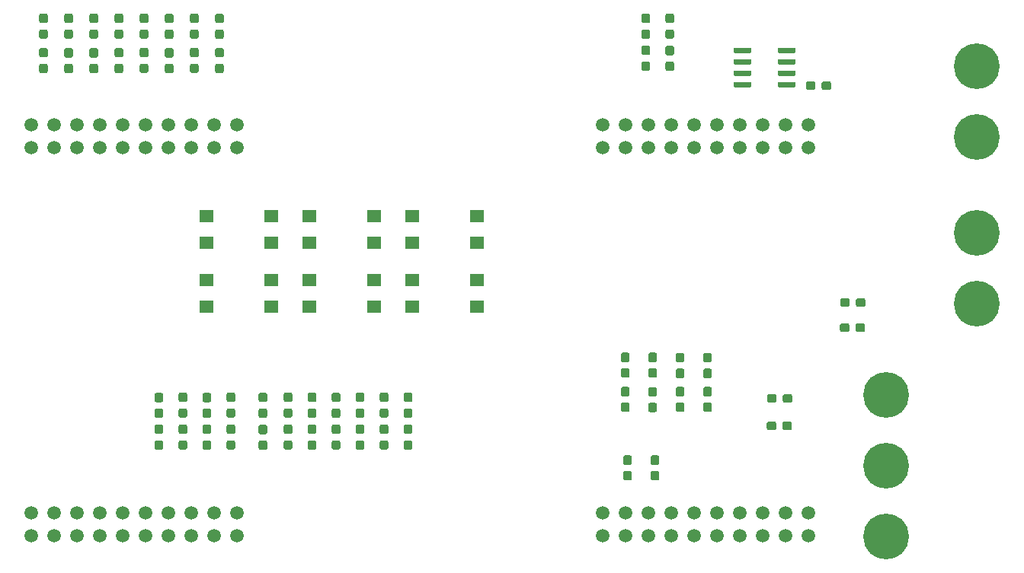
<source format=gbr>
G04 #@! TF.GenerationSoftware,KiCad,Pcbnew,(5.1.4)-1*
G04 #@! TF.CreationDate,2020-11-30T13:33:46-06:00*
G04 #@! TF.ProjectId,DriveBoard_2021,44726976-6542-46f6-9172-645f32303231,rev?*
G04 #@! TF.SameCoordinates,Original*
G04 #@! TF.FileFunction,Paste,Top*
G04 #@! TF.FilePolarity,Positive*
%FSLAX46Y46*%
G04 Gerber Fmt 4.6, Leading zero omitted, Abs format (unit mm)*
G04 Created by KiCad (PCBNEW (5.1.4)-1) date 2020-11-30 13:33:46*
%MOMM*%
%LPD*%
G04 APERTURE LIST*
%ADD10C,0.100000*%
%ADD11C,0.950000*%
%ADD12C,1.520000*%
%ADD13C,5.080000*%
%ADD14R,1.600000X1.400000*%
%ADD15C,0.600000*%
G04 APERTURE END LIST*
D10*
G36*
X75571779Y-69679144D02*
G01*
X75594834Y-69682563D01*
X75617443Y-69688227D01*
X75639387Y-69696079D01*
X75660457Y-69706044D01*
X75680448Y-69718026D01*
X75699168Y-69731910D01*
X75716438Y-69747562D01*
X75732090Y-69764832D01*
X75745974Y-69783552D01*
X75757956Y-69803543D01*
X75767921Y-69824613D01*
X75775773Y-69846557D01*
X75781437Y-69869166D01*
X75784856Y-69892221D01*
X75786000Y-69915500D01*
X75786000Y-70490500D01*
X75784856Y-70513779D01*
X75781437Y-70536834D01*
X75775773Y-70559443D01*
X75767921Y-70581387D01*
X75757956Y-70602457D01*
X75745974Y-70622448D01*
X75732090Y-70641168D01*
X75716438Y-70658438D01*
X75699168Y-70674090D01*
X75680448Y-70687974D01*
X75660457Y-70699956D01*
X75639387Y-70709921D01*
X75617443Y-70717773D01*
X75594834Y-70723437D01*
X75571779Y-70726856D01*
X75548500Y-70728000D01*
X75073500Y-70728000D01*
X75050221Y-70726856D01*
X75027166Y-70723437D01*
X75004557Y-70717773D01*
X74982613Y-70709921D01*
X74961543Y-70699956D01*
X74941552Y-70687974D01*
X74922832Y-70674090D01*
X74905562Y-70658438D01*
X74889910Y-70641168D01*
X74876026Y-70622448D01*
X74864044Y-70602457D01*
X74854079Y-70581387D01*
X74846227Y-70559443D01*
X74840563Y-70536834D01*
X74837144Y-70513779D01*
X74836000Y-70490500D01*
X74836000Y-69915500D01*
X74837144Y-69892221D01*
X74840563Y-69869166D01*
X74846227Y-69846557D01*
X74854079Y-69824613D01*
X74864044Y-69803543D01*
X74876026Y-69783552D01*
X74889910Y-69764832D01*
X74905562Y-69747562D01*
X74922832Y-69731910D01*
X74941552Y-69718026D01*
X74961543Y-69706044D01*
X74982613Y-69696079D01*
X75004557Y-69688227D01*
X75027166Y-69682563D01*
X75050221Y-69679144D01*
X75073500Y-69678000D01*
X75548500Y-69678000D01*
X75571779Y-69679144D01*
X75571779Y-69679144D01*
G37*
D11*
X75311000Y-70203000D03*
D10*
G36*
X75571779Y-67929144D02*
G01*
X75594834Y-67932563D01*
X75617443Y-67938227D01*
X75639387Y-67946079D01*
X75660457Y-67956044D01*
X75680448Y-67968026D01*
X75699168Y-67981910D01*
X75716438Y-67997562D01*
X75732090Y-68014832D01*
X75745974Y-68033552D01*
X75757956Y-68053543D01*
X75767921Y-68074613D01*
X75775773Y-68096557D01*
X75781437Y-68119166D01*
X75784856Y-68142221D01*
X75786000Y-68165500D01*
X75786000Y-68740500D01*
X75784856Y-68763779D01*
X75781437Y-68786834D01*
X75775773Y-68809443D01*
X75767921Y-68831387D01*
X75757956Y-68852457D01*
X75745974Y-68872448D01*
X75732090Y-68891168D01*
X75716438Y-68908438D01*
X75699168Y-68924090D01*
X75680448Y-68937974D01*
X75660457Y-68949956D01*
X75639387Y-68959921D01*
X75617443Y-68967773D01*
X75594834Y-68973437D01*
X75571779Y-68976856D01*
X75548500Y-68978000D01*
X75073500Y-68978000D01*
X75050221Y-68976856D01*
X75027166Y-68973437D01*
X75004557Y-68967773D01*
X74982613Y-68959921D01*
X74961543Y-68949956D01*
X74941552Y-68937974D01*
X74922832Y-68924090D01*
X74905562Y-68908438D01*
X74889910Y-68891168D01*
X74876026Y-68872448D01*
X74864044Y-68852457D01*
X74854079Y-68831387D01*
X74846227Y-68809443D01*
X74840563Y-68786834D01*
X74837144Y-68763779D01*
X74836000Y-68740500D01*
X74836000Y-68165500D01*
X74837144Y-68142221D01*
X74840563Y-68119166D01*
X74846227Y-68096557D01*
X74854079Y-68074613D01*
X74864044Y-68053543D01*
X74876026Y-68033552D01*
X74889910Y-68014832D01*
X74905562Y-67997562D01*
X74922832Y-67981910D01*
X74941552Y-67968026D01*
X74961543Y-67956044D01*
X74982613Y-67946079D01*
X75004557Y-67938227D01*
X75027166Y-67932563D01*
X75050221Y-67929144D01*
X75073500Y-67928000D01*
X75548500Y-67928000D01*
X75571779Y-67929144D01*
X75571779Y-67929144D01*
G37*
D11*
X75311000Y-68453000D03*
D12*
X134657000Y-126028000D03*
X157517000Y-80308000D03*
X154977000Y-80308000D03*
X147357000Y-80308000D03*
X144817000Y-123488000D03*
X149897000Y-80308000D03*
X152437000Y-80308000D03*
X149897000Y-126028000D03*
X154977000Y-123488000D03*
X144817000Y-80308000D03*
X142277000Y-80308000D03*
X154977000Y-126028000D03*
X149897000Y-123488000D03*
X147357000Y-123488000D03*
X134657000Y-123488000D03*
X137197000Y-123488000D03*
X139737000Y-123488000D03*
X142277000Y-123488000D03*
X152437000Y-123488000D03*
X157517000Y-123488000D03*
X137197000Y-126028000D03*
X139737000Y-126028000D03*
X142277000Y-126028000D03*
X144817000Y-126028000D03*
X147357000Y-126028000D03*
X152437000Y-126028000D03*
X157517000Y-126028000D03*
X134657000Y-82848000D03*
X137197000Y-82848000D03*
X139737000Y-82848000D03*
X142277000Y-82848000D03*
X144817000Y-82848000D03*
X147357000Y-82848000D03*
X149897000Y-82848000D03*
X152437000Y-82848000D03*
X154977000Y-82848000D03*
X157517000Y-82848000D03*
X134657000Y-80308000D03*
X137197000Y-80308000D03*
X139737000Y-80308000D03*
X71157000Y-123488000D03*
X73697000Y-123488000D03*
X76237000Y-123488000D03*
X78777000Y-123488000D03*
X81317000Y-123488000D03*
X83857000Y-123488000D03*
X86397000Y-123488000D03*
X88937000Y-123488000D03*
X91477000Y-123488000D03*
X94017000Y-123488000D03*
X71157000Y-126028000D03*
X73697000Y-126028000D03*
X76237000Y-126028000D03*
X78777000Y-126028000D03*
X81317000Y-126028000D03*
X83857000Y-126028000D03*
X86397000Y-126028000D03*
X88937000Y-126028000D03*
X91477000Y-126028000D03*
X94017000Y-126028000D03*
X71157000Y-82848000D03*
X73697000Y-82848000D03*
X76237000Y-82848000D03*
X78777000Y-82848000D03*
X81317000Y-82848000D03*
X83857000Y-82848000D03*
X86397000Y-82848000D03*
X88937000Y-82848000D03*
X91477000Y-82848000D03*
X94017000Y-82848000D03*
X71157000Y-80308000D03*
X73697000Y-80308000D03*
X76237000Y-80308000D03*
X78777000Y-80308000D03*
X81317000Y-80308000D03*
X83857000Y-80308000D03*
X86397000Y-80308000D03*
X88937000Y-80308000D03*
X91477000Y-80308000D03*
X94017000Y-80308000D03*
D13*
X166116000Y-126111000D03*
X166116000Y-118237000D03*
X166116000Y-110363000D03*
X176250600Y-100203000D03*
X176250600Y-92329000D03*
X176250600Y-81661000D03*
X176250600Y-73787000D03*
D10*
G36*
X153754779Y-110270144D02*
G01*
X153777834Y-110273563D01*
X153800443Y-110279227D01*
X153822387Y-110287079D01*
X153843457Y-110297044D01*
X153863448Y-110309026D01*
X153882168Y-110322910D01*
X153899438Y-110338562D01*
X153915090Y-110355832D01*
X153928974Y-110374552D01*
X153940956Y-110394543D01*
X153950921Y-110415613D01*
X153958773Y-110437557D01*
X153964437Y-110460166D01*
X153967856Y-110483221D01*
X153969000Y-110506500D01*
X153969000Y-110981500D01*
X153967856Y-111004779D01*
X153964437Y-111027834D01*
X153958773Y-111050443D01*
X153950921Y-111072387D01*
X153940956Y-111093457D01*
X153928974Y-111113448D01*
X153915090Y-111132168D01*
X153899438Y-111149438D01*
X153882168Y-111165090D01*
X153863448Y-111178974D01*
X153843457Y-111190956D01*
X153822387Y-111200921D01*
X153800443Y-111208773D01*
X153777834Y-111214437D01*
X153754779Y-111217856D01*
X153731500Y-111219000D01*
X153156500Y-111219000D01*
X153133221Y-111217856D01*
X153110166Y-111214437D01*
X153087557Y-111208773D01*
X153065613Y-111200921D01*
X153044543Y-111190956D01*
X153024552Y-111178974D01*
X153005832Y-111165090D01*
X152988562Y-111149438D01*
X152972910Y-111132168D01*
X152959026Y-111113448D01*
X152947044Y-111093457D01*
X152937079Y-111072387D01*
X152929227Y-111050443D01*
X152923563Y-111027834D01*
X152920144Y-111004779D01*
X152919000Y-110981500D01*
X152919000Y-110506500D01*
X152920144Y-110483221D01*
X152923563Y-110460166D01*
X152929227Y-110437557D01*
X152937079Y-110415613D01*
X152947044Y-110394543D01*
X152959026Y-110374552D01*
X152972910Y-110355832D01*
X152988562Y-110338562D01*
X153005832Y-110322910D01*
X153024552Y-110309026D01*
X153044543Y-110297044D01*
X153065613Y-110287079D01*
X153087557Y-110279227D01*
X153110166Y-110273563D01*
X153133221Y-110270144D01*
X153156500Y-110269000D01*
X153731500Y-110269000D01*
X153754779Y-110270144D01*
X153754779Y-110270144D01*
G37*
D11*
X153444000Y-110744000D03*
D10*
G36*
X155504779Y-110270144D02*
G01*
X155527834Y-110273563D01*
X155550443Y-110279227D01*
X155572387Y-110287079D01*
X155593457Y-110297044D01*
X155613448Y-110309026D01*
X155632168Y-110322910D01*
X155649438Y-110338562D01*
X155665090Y-110355832D01*
X155678974Y-110374552D01*
X155690956Y-110394543D01*
X155700921Y-110415613D01*
X155708773Y-110437557D01*
X155714437Y-110460166D01*
X155717856Y-110483221D01*
X155719000Y-110506500D01*
X155719000Y-110981500D01*
X155717856Y-111004779D01*
X155714437Y-111027834D01*
X155708773Y-111050443D01*
X155700921Y-111072387D01*
X155690956Y-111093457D01*
X155678974Y-111113448D01*
X155665090Y-111132168D01*
X155649438Y-111149438D01*
X155632168Y-111165090D01*
X155613448Y-111178974D01*
X155593457Y-111190956D01*
X155572387Y-111200921D01*
X155550443Y-111208773D01*
X155527834Y-111214437D01*
X155504779Y-111217856D01*
X155481500Y-111219000D01*
X154906500Y-111219000D01*
X154883221Y-111217856D01*
X154860166Y-111214437D01*
X154837557Y-111208773D01*
X154815613Y-111200921D01*
X154794543Y-111190956D01*
X154774552Y-111178974D01*
X154755832Y-111165090D01*
X154738562Y-111149438D01*
X154722910Y-111132168D01*
X154709026Y-111113448D01*
X154697044Y-111093457D01*
X154687079Y-111072387D01*
X154679227Y-111050443D01*
X154673563Y-111027834D01*
X154670144Y-111004779D01*
X154669000Y-110981500D01*
X154669000Y-110506500D01*
X154670144Y-110483221D01*
X154673563Y-110460166D01*
X154679227Y-110437557D01*
X154687079Y-110415613D01*
X154697044Y-110394543D01*
X154709026Y-110374552D01*
X154722910Y-110355832D01*
X154738562Y-110338562D01*
X154755832Y-110322910D01*
X154774552Y-110309026D01*
X154794543Y-110297044D01*
X154815613Y-110287079D01*
X154837557Y-110279227D01*
X154860166Y-110273563D01*
X154883221Y-110270144D01*
X154906500Y-110269000D01*
X155481500Y-110269000D01*
X155504779Y-110270144D01*
X155504779Y-110270144D01*
G37*
D11*
X155194000Y-110744000D03*
D10*
G36*
X137674779Y-117078144D02*
G01*
X137697834Y-117081563D01*
X137720443Y-117087227D01*
X137742387Y-117095079D01*
X137763457Y-117105044D01*
X137783448Y-117117026D01*
X137802168Y-117130910D01*
X137819438Y-117146562D01*
X137835090Y-117163832D01*
X137848974Y-117182552D01*
X137860956Y-117202543D01*
X137870921Y-117223613D01*
X137878773Y-117245557D01*
X137884437Y-117268166D01*
X137887856Y-117291221D01*
X137889000Y-117314500D01*
X137889000Y-117889500D01*
X137887856Y-117912779D01*
X137884437Y-117935834D01*
X137878773Y-117958443D01*
X137870921Y-117980387D01*
X137860956Y-118001457D01*
X137848974Y-118021448D01*
X137835090Y-118040168D01*
X137819438Y-118057438D01*
X137802168Y-118073090D01*
X137783448Y-118086974D01*
X137763457Y-118098956D01*
X137742387Y-118108921D01*
X137720443Y-118116773D01*
X137697834Y-118122437D01*
X137674779Y-118125856D01*
X137651500Y-118127000D01*
X137176500Y-118127000D01*
X137153221Y-118125856D01*
X137130166Y-118122437D01*
X137107557Y-118116773D01*
X137085613Y-118108921D01*
X137064543Y-118098956D01*
X137044552Y-118086974D01*
X137025832Y-118073090D01*
X137008562Y-118057438D01*
X136992910Y-118040168D01*
X136979026Y-118021448D01*
X136967044Y-118001457D01*
X136957079Y-117980387D01*
X136949227Y-117958443D01*
X136943563Y-117935834D01*
X136940144Y-117912779D01*
X136939000Y-117889500D01*
X136939000Y-117314500D01*
X136940144Y-117291221D01*
X136943563Y-117268166D01*
X136949227Y-117245557D01*
X136957079Y-117223613D01*
X136967044Y-117202543D01*
X136979026Y-117182552D01*
X136992910Y-117163832D01*
X137008562Y-117146562D01*
X137025832Y-117130910D01*
X137044552Y-117117026D01*
X137064543Y-117105044D01*
X137085613Y-117095079D01*
X137107557Y-117087227D01*
X137130166Y-117081563D01*
X137153221Y-117078144D01*
X137176500Y-117077000D01*
X137651500Y-117077000D01*
X137674779Y-117078144D01*
X137674779Y-117078144D01*
G37*
D11*
X137414000Y-117602000D03*
D10*
G36*
X137674779Y-118828144D02*
G01*
X137697834Y-118831563D01*
X137720443Y-118837227D01*
X137742387Y-118845079D01*
X137763457Y-118855044D01*
X137783448Y-118867026D01*
X137802168Y-118880910D01*
X137819438Y-118896562D01*
X137835090Y-118913832D01*
X137848974Y-118932552D01*
X137860956Y-118952543D01*
X137870921Y-118973613D01*
X137878773Y-118995557D01*
X137884437Y-119018166D01*
X137887856Y-119041221D01*
X137889000Y-119064500D01*
X137889000Y-119639500D01*
X137887856Y-119662779D01*
X137884437Y-119685834D01*
X137878773Y-119708443D01*
X137870921Y-119730387D01*
X137860956Y-119751457D01*
X137848974Y-119771448D01*
X137835090Y-119790168D01*
X137819438Y-119807438D01*
X137802168Y-119823090D01*
X137783448Y-119836974D01*
X137763457Y-119848956D01*
X137742387Y-119858921D01*
X137720443Y-119866773D01*
X137697834Y-119872437D01*
X137674779Y-119875856D01*
X137651500Y-119877000D01*
X137176500Y-119877000D01*
X137153221Y-119875856D01*
X137130166Y-119872437D01*
X137107557Y-119866773D01*
X137085613Y-119858921D01*
X137064543Y-119848956D01*
X137044552Y-119836974D01*
X137025832Y-119823090D01*
X137008562Y-119807438D01*
X136992910Y-119790168D01*
X136979026Y-119771448D01*
X136967044Y-119751457D01*
X136957079Y-119730387D01*
X136949227Y-119708443D01*
X136943563Y-119685834D01*
X136940144Y-119662779D01*
X136939000Y-119639500D01*
X136939000Y-119064500D01*
X136940144Y-119041221D01*
X136943563Y-119018166D01*
X136949227Y-118995557D01*
X136957079Y-118973613D01*
X136967044Y-118952543D01*
X136979026Y-118932552D01*
X136992910Y-118913832D01*
X137008562Y-118896562D01*
X137025832Y-118880910D01*
X137044552Y-118867026D01*
X137064543Y-118855044D01*
X137085613Y-118845079D01*
X137107557Y-118837227D01*
X137130166Y-118831563D01*
X137153221Y-118828144D01*
X137176500Y-118827000D01*
X137651500Y-118827000D01*
X137674779Y-118828144D01*
X137674779Y-118828144D01*
G37*
D11*
X137414000Y-119352000D03*
D10*
G36*
X161854779Y-102396144D02*
G01*
X161877834Y-102399563D01*
X161900443Y-102405227D01*
X161922387Y-102413079D01*
X161943457Y-102423044D01*
X161963448Y-102435026D01*
X161982168Y-102448910D01*
X161999438Y-102464562D01*
X162015090Y-102481832D01*
X162028974Y-102500552D01*
X162040956Y-102520543D01*
X162050921Y-102541613D01*
X162058773Y-102563557D01*
X162064437Y-102586166D01*
X162067856Y-102609221D01*
X162069000Y-102632500D01*
X162069000Y-103107500D01*
X162067856Y-103130779D01*
X162064437Y-103153834D01*
X162058773Y-103176443D01*
X162050921Y-103198387D01*
X162040956Y-103219457D01*
X162028974Y-103239448D01*
X162015090Y-103258168D01*
X161999438Y-103275438D01*
X161982168Y-103291090D01*
X161963448Y-103304974D01*
X161943457Y-103316956D01*
X161922387Y-103326921D01*
X161900443Y-103334773D01*
X161877834Y-103340437D01*
X161854779Y-103343856D01*
X161831500Y-103345000D01*
X161256500Y-103345000D01*
X161233221Y-103343856D01*
X161210166Y-103340437D01*
X161187557Y-103334773D01*
X161165613Y-103326921D01*
X161144543Y-103316956D01*
X161124552Y-103304974D01*
X161105832Y-103291090D01*
X161088562Y-103275438D01*
X161072910Y-103258168D01*
X161059026Y-103239448D01*
X161047044Y-103219457D01*
X161037079Y-103198387D01*
X161029227Y-103176443D01*
X161023563Y-103153834D01*
X161020144Y-103130779D01*
X161019000Y-103107500D01*
X161019000Y-102632500D01*
X161020144Y-102609221D01*
X161023563Y-102586166D01*
X161029227Y-102563557D01*
X161037079Y-102541613D01*
X161047044Y-102520543D01*
X161059026Y-102500552D01*
X161072910Y-102481832D01*
X161088562Y-102464562D01*
X161105832Y-102448910D01*
X161124552Y-102435026D01*
X161144543Y-102423044D01*
X161165613Y-102413079D01*
X161187557Y-102405227D01*
X161210166Y-102399563D01*
X161233221Y-102396144D01*
X161256500Y-102395000D01*
X161831500Y-102395000D01*
X161854779Y-102396144D01*
X161854779Y-102396144D01*
G37*
D11*
X161544000Y-102870000D03*
D10*
G36*
X163604779Y-102396144D02*
G01*
X163627834Y-102399563D01*
X163650443Y-102405227D01*
X163672387Y-102413079D01*
X163693457Y-102423044D01*
X163713448Y-102435026D01*
X163732168Y-102448910D01*
X163749438Y-102464562D01*
X163765090Y-102481832D01*
X163778974Y-102500552D01*
X163790956Y-102520543D01*
X163800921Y-102541613D01*
X163808773Y-102563557D01*
X163814437Y-102586166D01*
X163817856Y-102609221D01*
X163819000Y-102632500D01*
X163819000Y-103107500D01*
X163817856Y-103130779D01*
X163814437Y-103153834D01*
X163808773Y-103176443D01*
X163800921Y-103198387D01*
X163790956Y-103219457D01*
X163778974Y-103239448D01*
X163765090Y-103258168D01*
X163749438Y-103275438D01*
X163732168Y-103291090D01*
X163713448Y-103304974D01*
X163693457Y-103316956D01*
X163672387Y-103326921D01*
X163650443Y-103334773D01*
X163627834Y-103340437D01*
X163604779Y-103343856D01*
X163581500Y-103345000D01*
X163006500Y-103345000D01*
X162983221Y-103343856D01*
X162960166Y-103340437D01*
X162937557Y-103334773D01*
X162915613Y-103326921D01*
X162894543Y-103316956D01*
X162874552Y-103304974D01*
X162855832Y-103291090D01*
X162838562Y-103275438D01*
X162822910Y-103258168D01*
X162809026Y-103239448D01*
X162797044Y-103219457D01*
X162787079Y-103198387D01*
X162779227Y-103176443D01*
X162773563Y-103153834D01*
X162770144Y-103130779D01*
X162769000Y-103107500D01*
X162769000Y-102632500D01*
X162770144Y-102609221D01*
X162773563Y-102586166D01*
X162779227Y-102563557D01*
X162787079Y-102541613D01*
X162797044Y-102520543D01*
X162809026Y-102500552D01*
X162822910Y-102481832D01*
X162838562Y-102464562D01*
X162855832Y-102448910D01*
X162874552Y-102435026D01*
X162894543Y-102423044D01*
X162915613Y-102413079D01*
X162937557Y-102405227D01*
X162960166Y-102399563D01*
X162983221Y-102396144D01*
X163006500Y-102395000D01*
X163581500Y-102395000D01*
X163604779Y-102396144D01*
X163604779Y-102396144D01*
G37*
D11*
X163294000Y-102870000D03*
D10*
G36*
X161882779Y-99602144D02*
G01*
X161905834Y-99605563D01*
X161928443Y-99611227D01*
X161950387Y-99619079D01*
X161971457Y-99629044D01*
X161991448Y-99641026D01*
X162010168Y-99654910D01*
X162027438Y-99670562D01*
X162043090Y-99687832D01*
X162056974Y-99706552D01*
X162068956Y-99726543D01*
X162078921Y-99747613D01*
X162086773Y-99769557D01*
X162092437Y-99792166D01*
X162095856Y-99815221D01*
X162097000Y-99838500D01*
X162097000Y-100313500D01*
X162095856Y-100336779D01*
X162092437Y-100359834D01*
X162086773Y-100382443D01*
X162078921Y-100404387D01*
X162068956Y-100425457D01*
X162056974Y-100445448D01*
X162043090Y-100464168D01*
X162027438Y-100481438D01*
X162010168Y-100497090D01*
X161991448Y-100510974D01*
X161971457Y-100522956D01*
X161950387Y-100532921D01*
X161928443Y-100540773D01*
X161905834Y-100546437D01*
X161882779Y-100549856D01*
X161859500Y-100551000D01*
X161284500Y-100551000D01*
X161261221Y-100549856D01*
X161238166Y-100546437D01*
X161215557Y-100540773D01*
X161193613Y-100532921D01*
X161172543Y-100522956D01*
X161152552Y-100510974D01*
X161133832Y-100497090D01*
X161116562Y-100481438D01*
X161100910Y-100464168D01*
X161087026Y-100445448D01*
X161075044Y-100425457D01*
X161065079Y-100404387D01*
X161057227Y-100382443D01*
X161051563Y-100359834D01*
X161048144Y-100336779D01*
X161047000Y-100313500D01*
X161047000Y-99838500D01*
X161048144Y-99815221D01*
X161051563Y-99792166D01*
X161057227Y-99769557D01*
X161065079Y-99747613D01*
X161075044Y-99726543D01*
X161087026Y-99706552D01*
X161100910Y-99687832D01*
X161116562Y-99670562D01*
X161133832Y-99654910D01*
X161152552Y-99641026D01*
X161172543Y-99629044D01*
X161193613Y-99619079D01*
X161215557Y-99611227D01*
X161238166Y-99605563D01*
X161261221Y-99602144D01*
X161284500Y-99601000D01*
X161859500Y-99601000D01*
X161882779Y-99602144D01*
X161882779Y-99602144D01*
G37*
D11*
X161572000Y-100076000D03*
D10*
G36*
X163632779Y-99602144D02*
G01*
X163655834Y-99605563D01*
X163678443Y-99611227D01*
X163700387Y-99619079D01*
X163721457Y-99629044D01*
X163741448Y-99641026D01*
X163760168Y-99654910D01*
X163777438Y-99670562D01*
X163793090Y-99687832D01*
X163806974Y-99706552D01*
X163818956Y-99726543D01*
X163828921Y-99747613D01*
X163836773Y-99769557D01*
X163842437Y-99792166D01*
X163845856Y-99815221D01*
X163847000Y-99838500D01*
X163847000Y-100313500D01*
X163845856Y-100336779D01*
X163842437Y-100359834D01*
X163836773Y-100382443D01*
X163828921Y-100404387D01*
X163818956Y-100425457D01*
X163806974Y-100445448D01*
X163793090Y-100464168D01*
X163777438Y-100481438D01*
X163760168Y-100497090D01*
X163741448Y-100510974D01*
X163721457Y-100522956D01*
X163700387Y-100532921D01*
X163678443Y-100540773D01*
X163655834Y-100546437D01*
X163632779Y-100549856D01*
X163609500Y-100551000D01*
X163034500Y-100551000D01*
X163011221Y-100549856D01*
X162988166Y-100546437D01*
X162965557Y-100540773D01*
X162943613Y-100532921D01*
X162922543Y-100522956D01*
X162902552Y-100510974D01*
X162883832Y-100497090D01*
X162866562Y-100481438D01*
X162850910Y-100464168D01*
X162837026Y-100445448D01*
X162825044Y-100425457D01*
X162815079Y-100404387D01*
X162807227Y-100382443D01*
X162801563Y-100359834D01*
X162798144Y-100336779D01*
X162797000Y-100313500D01*
X162797000Y-99838500D01*
X162798144Y-99815221D01*
X162801563Y-99792166D01*
X162807227Y-99769557D01*
X162815079Y-99747613D01*
X162825044Y-99726543D01*
X162837026Y-99706552D01*
X162850910Y-99687832D01*
X162866562Y-99670562D01*
X162883832Y-99654910D01*
X162902552Y-99641026D01*
X162922543Y-99629044D01*
X162943613Y-99619079D01*
X162965557Y-99611227D01*
X162988166Y-99605563D01*
X163011221Y-99602144D01*
X163034500Y-99601000D01*
X163609500Y-99601000D01*
X163632779Y-99602144D01*
X163632779Y-99602144D01*
G37*
D11*
X163322000Y-100076000D03*
D10*
G36*
X155476779Y-113318144D02*
G01*
X155499834Y-113321563D01*
X155522443Y-113327227D01*
X155544387Y-113335079D01*
X155565457Y-113345044D01*
X155585448Y-113357026D01*
X155604168Y-113370910D01*
X155621438Y-113386562D01*
X155637090Y-113403832D01*
X155650974Y-113422552D01*
X155662956Y-113442543D01*
X155672921Y-113463613D01*
X155680773Y-113485557D01*
X155686437Y-113508166D01*
X155689856Y-113531221D01*
X155691000Y-113554500D01*
X155691000Y-114029500D01*
X155689856Y-114052779D01*
X155686437Y-114075834D01*
X155680773Y-114098443D01*
X155672921Y-114120387D01*
X155662956Y-114141457D01*
X155650974Y-114161448D01*
X155637090Y-114180168D01*
X155621438Y-114197438D01*
X155604168Y-114213090D01*
X155585448Y-114226974D01*
X155565457Y-114238956D01*
X155544387Y-114248921D01*
X155522443Y-114256773D01*
X155499834Y-114262437D01*
X155476779Y-114265856D01*
X155453500Y-114267000D01*
X154878500Y-114267000D01*
X154855221Y-114265856D01*
X154832166Y-114262437D01*
X154809557Y-114256773D01*
X154787613Y-114248921D01*
X154766543Y-114238956D01*
X154746552Y-114226974D01*
X154727832Y-114213090D01*
X154710562Y-114197438D01*
X154694910Y-114180168D01*
X154681026Y-114161448D01*
X154669044Y-114141457D01*
X154659079Y-114120387D01*
X154651227Y-114098443D01*
X154645563Y-114075834D01*
X154642144Y-114052779D01*
X154641000Y-114029500D01*
X154641000Y-113554500D01*
X154642144Y-113531221D01*
X154645563Y-113508166D01*
X154651227Y-113485557D01*
X154659079Y-113463613D01*
X154669044Y-113442543D01*
X154681026Y-113422552D01*
X154694910Y-113403832D01*
X154710562Y-113386562D01*
X154727832Y-113370910D01*
X154746552Y-113357026D01*
X154766543Y-113345044D01*
X154787613Y-113335079D01*
X154809557Y-113327227D01*
X154832166Y-113321563D01*
X154855221Y-113318144D01*
X154878500Y-113317000D01*
X155453500Y-113317000D01*
X155476779Y-113318144D01*
X155476779Y-113318144D01*
G37*
D11*
X155166000Y-113792000D03*
D10*
G36*
X153726779Y-113318144D02*
G01*
X153749834Y-113321563D01*
X153772443Y-113327227D01*
X153794387Y-113335079D01*
X153815457Y-113345044D01*
X153835448Y-113357026D01*
X153854168Y-113370910D01*
X153871438Y-113386562D01*
X153887090Y-113403832D01*
X153900974Y-113422552D01*
X153912956Y-113442543D01*
X153922921Y-113463613D01*
X153930773Y-113485557D01*
X153936437Y-113508166D01*
X153939856Y-113531221D01*
X153941000Y-113554500D01*
X153941000Y-114029500D01*
X153939856Y-114052779D01*
X153936437Y-114075834D01*
X153930773Y-114098443D01*
X153922921Y-114120387D01*
X153912956Y-114141457D01*
X153900974Y-114161448D01*
X153887090Y-114180168D01*
X153871438Y-114197438D01*
X153854168Y-114213090D01*
X153835448Y-114226974D01*
X153815457Y-114238956D01*
X153794387Y-114248921D01*
X153772443Y-114256773D01*
X153749834Y-114262437D01*
X153726779Y-114265856D01*
X153703500Y-114267000D01*
X153128500Y-114267000D01*
X153105221Y-114265856D01*
X153082166Y-114262437D01*
X153059557Y-114256773D01*
X153037613Y-114248921D01*
X153016543Y-114238956D01*
X152996552Y-114226974D01*
X152977832Y-114213090D01*
X152960562Y-114197438D01*
X152944910Y-114180168D01*
X152931026Y-114161448D01*
X152919044Y-114141457D01*
X152909079Y-114120387D01*
X152901227Y-114098443D01*
X152895563Y-114075834D01*
X152892144Y-114052779D01*
X152891000Y-114029500D01*
X152891000Y-113554500D01*
X152892144Y-113531221D01*
X152895563Y-113508166D01*
X152901227Y-113485557D01*
X152909079Y-113463613D01*
X152919044Y-113442543D01*
X152931026Y-113422552D01*
X152944910Y-113403832D01*
X152960562Y-113386562D01*
X152977832Y-113370910D01*
X152996552Y-113357026D01*
X153016543Y-113345044D01*
X153037613Y-113335079D01*
X153059557Y-113327227D01*
X153082166Y-113321563D01*
X153105221Y-113318144D01*
X153128500Y-113317000D01*
X153703500Y-113317000D01*
X153726779Y-113318144D01*
X153726779Y-113318144D01*
G37*
D11*
X153416000Y-113792000D03*
D10*
G36*
X140722779Y-117078144D02*
G01*
X140745834Y-117081563D01*
X140768443Y-117087227D01*
X140790387Y-117095079D01*
X140811457Y-117105044D01*
X140831448Y-117117026D01*
X140850168Y-117130910D01*
X140867438Y-117146562D01*
X140883090Y-117163832D01*
X140896974Y-117182552D01*
X140908956Y-117202543D01*
X140918921Y-117223613D01*
X140926773Y-117245557D01*
X140932437Y-117268166D01*
X140935856Y-117291221D01*
X140937000Y-117314500D01*
X140937000Y-117889500D01*
X140935856Y-117912779D01*
X140932437Y-117935834D01*
X140926773Y-117958443D01*
X140918921Y-117980387D01*
X140908956Y-118001457D01*
X140896974Y-118021448D01*
X140883090Y-118040168D01*
X140867438Y-118057438D01*
X140850168Y-118073090D01*
X140831448Y-118086974D01*
X140811457Y-118098956D01*
X140790387Y-118108921D01*
X140768443Y-118116773D01*
X140745834Y-118122437D01*
X140722779Y-118125856D01*
X140699500Y-118127000D01*
X140224500Y-118127000D01*
X140201221Y-118125856D01*
X140178166Y-118122437D01*
X140155557Y-118116773D01*
X140133613Y-118108921D01*
X140112543Y-118098956D01*
X140092552Y-118086974D01*
X140073832Y-118073090D01*
X140056562Y-118057438D01*
X140040910Y-118040168D01*
X140027026Y-118021448D01*
X140015044Y-118001457D01*
X140005079Y-117980387D01*
X139997227Y-117958443D01*
X139991563Y-117935834D01*
X139988144Y-117912779D01*
X139987000Y-117889500D01*
X139987000Y-117314500D01*
X139988144Y-117291221D01*
X139991563Y-117268166D01*
X139997227Y-117245557D01*
X140005079Y-117223613D01*
X140015044Y-117202543D01*
X140027026Y-117182552D01*
X140040910Y-117163832D01*
X140056562Y-117146562D01*
X140073832Y-117130910D01*
X140092552Y-117117026D01*
X140112543Y-117105044D01*
X140133613Y-117095079D01*
X140155557Y-117087227D01*
X140178166Y-117081563D01*
X140201221Y-117078144D01*
X140224500Y-117077000D01*
X140699500Y-117077000D01*
X140722779Y-117078144D01*
X140722779Y-117078144D01*
G37*
D11*
X140462000Y-117602000D03*
D10*
G36*
X140722779Y-118828144D02*
G01*
X140745834Y-118831563D01*
X140768443Y-118837227D01*
X140790387Y-118845079D01*
X140811457Y-118855044D01*
X140831448Y-118867026D01*
X140850168Y-118880910D01*
X140867438Y-118896562D01*
X140883090Y-118913832D01*
X140896974Y-118932552D01*
X140908956Y-118952543D01*
X140918921Y-118973613D01*
X140926773Y-118995557D01*
X140932437Y-119018166D01*
X140935856Y-119041221D01*
X140937000Y-119064500D01*
X140937000Y-119639500D01*
X140935856Y-119662779D01*
X140932437Y-119685834D01*
X140926773Y-119708443D01*
X140918921Y-119730387D01*
X140908956Y-119751457D01*
X140896974Y-119771448D01*
X140883090Y-119790168D01*
X140867438Y-119807438D01*
X140850168Y-119823090D01*
X140831448Y-119836974D01*
X140811457Y-119848956D01*
X140790387Y-119858921D01*
X140768443Y-119866773D01*
X140745834Y-119872437D01*
X140722779Y-119875856D01*
X140699500Y-119877000D01*
X140224500Y-119877000D01*
X140201221Y-119875856D01*
X140178166Y-119872437D01*
X140155557Y-119866773D01*
X140133613Y-119858921D01*
X140112543Y-119848956D01*
X140092552Y-119836974D01*
X140073832Y-119823090D01*
X140056562Y-119807438D01*
X140040910Y-119790168D01*
X140027026Y-119771448D01*
X140015044Y-119751457D01*
X140005079Y-119730387D01*
X139997227Y-119708443D01*
X139991563Y-119685834D01*
X139988144Y-119662779D01*
X139987000Y-119639500D01*
X139987000Y-119064500D01*
X139988144Y-119041221D01*
X139991563Y-119018166D01*
X139997227Y-118995557D01*
X140005079Y-118973613D01*
X140015044Y-118952543D01*
X140027026Y-118932552D01*
X140040910Y-118913832D01*
X140056562Y-118896562D01*
X140073832Y-118880910D01*
X140092552Y-118867026D01*
X140112543Y-118855044D01*
X140133613Y-118845079D01*
X140155557Y-118837227D01*
X140178166Y-118831563D01*
X140201221Y-118828144D01*
X140224500Y-118827000D01*
X140699500Y-118827000D01*
X140722779Y-118828144D01*
X140722779Y-118828144D01*
G37*
D11*
X140462000Y-119352000D03*
D10*
G36*
X146564779Y-111208144D02*
G01*
X146587834Y-111211563D01*
X146610443Y-111217227D01*
X146632387Y-111225079D01*
X146653457Y-111235044D01*
X146673448Y-111247026D01*
X146692168Y-111260910D01*
X146709438Y-111276562D01*
X146725090Y-111293832D01*
X146738974Y-111312552D01*
X146750956Y-111332543D01*
X146760921Y-111353613D01*
X146768773Y-111375557D01*
X146774437Y-111398166D01*
X146777856Y-111421221D01*
X146779000Y-111444500D01*
X146779000Y-112019500D01*
X146777856Y-112042779D01*
X146774437Y-112065834D01*
X146768773Y-112088443D01*
X146760921Y-112110387D01*
X146750956Y-112131457D01*
X146738974Y-112151448D01*
X146725090Y-112170168D01*
X146709438Y-112187438D01*
X146692168Y-112203090D01*
X146673448Y-112216974D01*
X146653457Y-112228956D01*
X146632387Y-112238921D01*
X146610443Y-112246773D01*
X146587834Y-112252437D01*
X146564779Y-112255856D01*
X146541500Y-112257000D01*
X146066500Y-112257000D01*
X146043221Y-112255856D01*
X146020166Y-112252437D01*
X145997557Y-112246773D01*
X145975613Y-112238921D01*
X145954543Y-112228956D01*
X145934552Y-112216974D01*
X145915832Y-112203090D01*
X145898562Y-112187438D01*
X145882910Y-112170168D01*
X145869026Y-112151448D01*
X145857044Y-112131457D01*
X145847079Y-112110387D01*
X145839227Y-112088443D01*
X145833563Y-112065834D01*
X145830144Y-112042779D01*
X145829000Y-112019500D01*
X145829000Y-111444500D01*
X145830144Y-111421221D01*
X145833563Y-111398166D01*
X145839227Y-111375557D01*
X145847079Y-111353613D01*
X145857044Y-111332543D01*
X145869026Y-111312552D01*
X145882910Y-111293832D01*
X145898562Y-111276562D01*
X145915832Y-111260910D01*
X145934552Y-111247026D01*
X145954543Y-111235044D01*
X145975613Y-111225079D01*
X145997557Y-111217227D01*
X146020166Y-111211563D01*
X146043221Y-111208144D01*
X146066500Y-111207000D01*
X146541500Y-111207000D01*
X146564779Y-111208144D01*
X146564779Y-111208144D01*
G37*
D11*
X146304000Y-111732000D03*
D10*
G36*
X146564779Y-109458144D02*
G01*
X146587834Y-109461563D01*
X146610443Y-109467227D01*
X146632387Y-109475079D01*
X146653457Y-109485044D01*
X146673448Y-109497026D01*
X146692168Y-109510910D01*
X146709438Y-109526562D01*
X146725090Y-109543832D01*
X146738974Y-109562552D01*
X146750956Y-109582543D01*
X146760921Y-109603613D01*
X146768773Y-109625557D01*
X146774437Y-109648166D01*
X146777856Y-109671221D01*
X146779000Y-109694500D01*
X146779000Y-110269500D01*
X146777856Y-110292779D01*
X146774437Y-110315834D01*
X146768773Y-110338443D01*
X146760921Y-110360387D01*
X146750956Y-110381457D01*
X146738974Y-110401448D01*
X146725090Y-110420168D01*
X146709438Y-110437438D01*
X146692168Y-110453090D01*
X146673448Y-110466974D01*
X146653457Y-110478956D01*
X146632387Y-110488921D01*
X146610443Y-110496773D01*
X146587834Y-110502437D01*
X146564779Y-110505856D01*
X146541500Y-110507000D01*
X146066500Y-110507000D01*
X146043221Y-110505856D01*
X146020166Y-110502437D01*
X145997557Y-110496773D01*
X145975613Y-110488921D01*
X145954543Y-110478956D01*
X145934552Y-110466974D01*
X145915832Y-110453090D01*
X145898562Y-110437438D01*
X145882910Y-110420168D01*
X145869026Y-110401448D01*
X145857044Y-110381457D01*
X145847079Y-110360387D01*
X145839227Y-110338443D01*
X145833563Y-110315834D01*
X145830144Y-110292779D01*
X145829000Y-110269500D01*
X145829000Y-109694500D01*
X145830144Y-109671221D01*
X145833563Y-109648166D01*
X145839227Y-109625557D01*
X145847079Y-109603613D01*
X145857044Y-109582543D01*
X145869026Y-109562552D01*
X145882910Y-109543832D01*
X145898562Y-109526562D01*
X145915832Y-109510910D01*
X145934552Y-109497026D01*
X145954543Y-109485044D01*
X145975613Y-109475079D01*
X145997557Y-109467227D01*
X146020166Y-109461563D01*
X146043221Y-109458144D01*
X146066500Y-109457000D01*
X146541500Y-109457000D01*
X146564779Y-109458144D01*
X146564779Y-109458144D01*
G37*
D11*
X146304000Y-109982000D03*
D10*
G36*
X137420779Y-109458144D02*
G01*
X137443834Y-109461563D01*
X137466443Y-109467227D01*
X137488387Y-109475079D01*
X137509457Y-109485044D01*
X137529448Y-109497026D01*
X137548168Y-109510910D01*
X137565438Y-109526562D01*
X137581090Y-109543832D01*
X137594974Y-109562552D01*
X137606956Y-109582543D01*
X137616921Y-109603613D01*
X137624773Y-109625557D01*
X137630437Y-109648166D01*
X137633856Y-109671221D01*
X137635000Y-109694500D01*
X137635000Y-110269500D01*
X137633856Y-110292779D01*
X137630437Y-110315834D01*
X137624773Y-110338443D01*
X137616921Y-110360387D01*
X137606956Y-110381457D01*
X137594974Y-110401448D01*
X137581090Y-110420168D01*
X137565438Y-110437438D01*
X137548168Y-110453090D01*
X137529448Y-110466974D01*
X137509457Y-110478956D01*
X137488387Y-110488921D01*
X137466443Y-110496773D01*
X137443834Y-110502437D01*
X137420779Y-110505856D01*
X137397500Y-110507000D01*
X136922500Y-110507000D01*
X136899221Y-110505856D01*
X136876166Y-110502437D01*
X136853557Y-110496773D01*
X136831613Y-110488921D01*
X136810543Y-110478956D01*
X136790552Y-110466974D01*
X136771832Y-110453090D01*
X136754562Y-110437438D01*
X136738910Y-110420168D01*
X136725026Y-110401448D01*
X136713044Y-110381457D01*
X136703079Y-110360387D01*
X136695227Y-110338443D01*
X136689563Y-110315834D01*
X136686144Y-110292779D01*
X136685000Y-110269500D01*
X136685000Y-109694500D01*
X136686144Y-109671221D01*
X136689563Y-109648166D01*
X136695227Y-109625557D01*
X136703079Y-109603613D01*
X136713044Y-109582543D01*
X136725026Y-109562552D01*
X136738910Y-109543832D01*
X136754562Y-109526562D01*
X136771832Y-109510910D01*
X136790552Y-109497026D01*
X136810543Y-109485044D01*
X136831613Y-109475079D01*
X136853557Y-109467227D01*
X136876166Y-109461563D01*
X136899221Y-109458144D01*
X136922500Y-109457000D01*
X137397500Y-109457000D01*
X137420779Y-109458144D01*
X137420779Y-109458144D01*
G37*
D11*
X137160000Y-109982000D03*
D10*
G36*
X137420779Y-111208144D02*
G01*
X137443834Y-111211563D01*
X137466443Y-111217227D01*
X137488387Y-111225079D01*
X137509457Y-111235044D01*
X137529448Y-111247026D01*
X137548168Y-111260910D01*
X137565438Y-111276562D01*
X137581090Y-111293832D01*
X137594974Y-111312552D01*
X137606956Y-111332543D01*
X137616921Y-111353613D01*
X137624773Y-111375557D01*
X137630437Y-111398166D01*
X137633856Y-111421221D01*
X137635000Y-111444500D01*
X137635000Y-112019500D01*
X137633856Y-112042779D01*
X137630437Y-112065834D01*
X137624773Y-112088443D01*
X137616921Y-112110387D01*
X137606956Y-112131457D01*
X137594974Y-112151448D01*
X137581090Y-112170168D01*
X137565438Y-112187438D01*
X137548168Y-112203090D01*
X137529448Y-112216974D01*
X137509457Y-112228956D01*
X137488387Y-112238921D01*
X137466443Y-112246773D01*
X137443834Y-112252437D01*
X137420779Y-112255856D01*
X137397500Y-112257000D01*
X136922500Y-112257000D01*
X136899221Y-112255856D01*
X136876166Y-112252437D01*
X136853557Y-112246773D01*
X136831613Y-112238921D01*
X136810543Y-112228956D01*
X136790552Y-112216974D01*
X136771832Y-112203090D01*
X136754562Y-112187438D01*
X136738910Y-112170168D01*
X136725026Y-112151448D01*
X136713044Y-112131457D01*
X136703079Y-112110387D01*
X136695227Y-112088443D01*
X136689563Y-112065834D01*
X136686144Y-112042779D01*
X136685000Y-112019500D01*
X136685000Y-111444500D01*
X136686144Y-111421221D01*
X136689563Y-111398166D01*
X136695227Y-111375557D01*
X136703079Y-111353613D01*
X136713044Y-111332543D01*
X136725026Y-111312552D01*
X136738910Y-111293832D01*
X136754562Y-111276562D01*
X136771832Y-111260910D01*
X136790552Y-111247026D01*
X136810543Y-111235044D01*
X136831613Y-111225079D01*
X136853557Y-111217227D01*
X136876166Y-111211563D01*
X136899221Y-111208144D01*
X136922500Y-111207000D01*
X137397500Y-111207000D01*
X137420779Y-111208144D01*
X137420779Y-111208144D01*
G37*
D11*
X137160000Y-111732000D03*
D10*
G36*
X140468779Y-109472144D02*
G01*
X140491834Y-109475563D01*
X140514443Y-109481227D01*
X140536387Y-109489079D01*
X140557457Y-109499044D01*
X140577448Y-109511026D01*
X140596168Y-109524910D01*
X140613438Y-109540562D01*
X140629090Y-109557832D01*
X140642974Y-109576552D01*
X140654956Y-109596543D01*
X140664921Y-109617613D01*
X140672773Y-109639557D01*
X140678437Y-109662166D01*
X140681856Y-109685221D01*
X140683000Y-109708500D01*
X140683000Y-110283500D01*
X140681856Y-110306779D01*
X140678437Y-110329834D01*
X140672773Y-110352443D01*
X140664921Y-110374387D01*
X140654956Y-110395457D01*
X140642974Y-110415448D01*
X140629090Y-110434168D01*
X140613438Y-110451438D01*
X140596168Y-110467090D01*
X140577448Y-110480974D01*
X140557457Y-110492956D01*
X140536387Y-110502921D01*
X140514443Y-110510773D01*
X140491834Y-110516437D01*
X140468779Y-110519856D01*
X140445500Y-110521000D01*
X139970500Y-110521000D01*
X139947221Y-110519856D01*
X139924166Y-110516437D01*
X139901557Y-110510773D01*
X139879613Y-110502921D01*
X139858543Y-110492956D01*
X139838552Y-110480974D01*
X139819832Y-110467090D01*
X139802562Y-110451438D01*
X139786910Y-110434168D01*
X139773026Y-110415448D01*
X139761044Y-110395457D01*
X139751079Y-110374387D01*
X139743227Y-110352443D01*
X139737563Y-110329834D01*
X139734144Y-110306779D01*
X139733000Y-110283500D01*
X139733000Y-109708500D01*
X139734144Y-109685221D01*
X139737563Y-109662166D01*
X139743227Y-109639557D01*
X139751079Y-109617613D01*
X139761044Y-109596543D01*
X139773026Y-109576552D01*
X139786910Y-109557832D01*
X139802562Y-109540562D01*
X139819832Y-109524910D01*
X139838552Y-109511026D01*
X139858543Y-109499044D01*
X139879613Y-109489079D01*
X139901557Y-109481227D01*
X139924166Y-109475563D01*
X139947221Y-109472144D01*
X139970500Y-109471000D01*
X140445500Y-109471000D01*
X140468779Y-109472144D01*
X140468779Y-109472144D01*
G37*
D11*
X140208000Y-109996000D03*
D10*
G36*
X140468779Y-111222144D02*
G01*
X140491834Y-111225563D01*
X140514443Y-111231227D01*
X140536387Y-111239079D01*
X140557457Y-111249044D01*
X140577448Y-111261026D01*
X140596168Y-111274910D01*
X140613438Y-111290562D01*
X140629090Y-111307832D01*
X140642974Y-111326552D01*
X140654956Y-111346543D01*
X140664921Y-111367613D01*
X140672773Y-111389557D01*
X140678437Y-111412166D01*
X140681856Y-111435221D01*
X140683000Y-111458500D01*
X140683000Y-112033500D01*
X140681856Y-112056779D01*
X140678437Y-112079834D01*
X140672773Y-112102443D01*
X140664921Y-112124387D01*
X140654956Y-112145457D01*
X140642974Y-112165448D01*
X140629090Y-112184168D01*
X140613438Y-112201438D01*
X140596168Y-112217090D01*
X140577448Y-112230974D01*
X140557457Y-112242956D01*
X140536387Y-112252921D01*
X140514443Y-112260773D01*
X140491834Y-112266437D01*
X140468779Y-112269856D01*
X140445500Y-112271000D01*
X139970500Y-112271000D01*
X139947221Y-112269856D01*
X139924166Y-112266437D01*
X139901557Y-112260773D01*
X139879613Y-112252921D01*
X139858543Y-112242956D01*
X139838552Y-112230974D01*
X139819832Y-112217090D01*
X139802562Y-112201438D01*
X139786910Y-112184168D01*
X139773026Y-112165448D01*
X139761044Y-112145457D01*
X139751079Y-112124387D01*
X139743227Y-112102443D01*
X139737563Y-112079834D01*
X139734144Y-112056779D01*
X139733000Y-112033500D01*
X139733000Y-111458500D01*
X139734144Y-111435221D01*
X139737563Y-111412166D01*
X139743227Y-111389557D01*
X139751079Y-111367613D01*
X139761044Y-111346543D01*
X139773026Y-111326552D01*
X139786910Y-111307832D01*
X139802562Y-111290562D01*
X139819832Y-111274910D01*
X139838552Y-111261026D01*
X139858543Y-111249044D01*
X139879613Y-111239079D01*
X139901557Y-111231227D01*
X139924166Y-111225563D01*
X139947221Y-111222144D01*
X139970500Y-111221000D01*
X140445500Y-111221000D01*
X140468779Y-111222144D01*
X140468779Y-111222144D01*
G37*
D11*
X140208000Y-111746000D03*
D10*
G36*
X78365779Y-71767144D02*
G01*
X78388834Y-71770563D01*
X78411443Y-71776227D01*
X78433387Y-71784079D01*
X78454457Y-71794044D01*
X78474448Y-71806026D01*
X78493168Y-71819910D01*
X78510438Y-71835562D01*
X78526090Y-71852832D01*
X78539974Y-71871552D01*
X78551956Y-71891543D01*
X78561921Y-71912613D01*
X78569773Y-71934557D01*
X78575437Y-71957166D01*
X78578856Y-71980221D01*
X78580000Y-72003500D01*
X78580000Y-72578500D01*
X78578856Y-72601779D01*
X78575437Y-72624834D01*
X78569773Y-72647443D01*
X78561921Y-72669387D01*
X78551956Y-72690457D01*
X78539974Y-72710448D01*
X78526090Y-72729168D01*
X78510438Y-72746438D01*
X78493168Y-72762090D01*
X78474448Y-72775974D01*
X78454457Y-72787956D01*
X78433387Y-72797921D01*
X78411443Y-72805773D01*
X78388834Y-72811437D01*
X78365779Y-72814856D01*
X78342500Y-72816000D01*
X77867500Y-72816000D01*
X77844221Y-72814856D01*
X77821166Y-72811437D01*
X77798557Y-72805773D01*
X77776613Y-72797921D01*
X77755543Y-72787956D01*
X77735552Y-72775974D01*
X77716832Y-72762090D01*
X77699562Y-72746438D01*
X77683910Y-72729168D01*
X77670026Y-72710448D01*
X77658044Y-72690457D01*
X77648079Y-72669387D01*
X77640227Y-72647443D01*
X77634563Y-72624834D01*
X77631144Y-72601779D01*
X77630000Y-72578500D01*
X77630000Y-72003500D01*
X77631144Y-71980221D01*
X77634563Y-71957166D01*
X77640227Y-71934557D01*
X77648079Y-71912613D01*
X77658044Y-71891543D01*
X77670026Y-71871552D01*
X77683910Y-71852832D01*
X77699562Y-71835562D01*
X77716832Y-71819910D01*
X77735552Y-71806026D01*
X77755543Y-71794044D01*
X77776613Y-71784079D01*
X77798557Y-71776227D01*
X77821166Y-71770563D01*
X77844221Y-71767144D01*
X77867500Y-71766000D01*
X78342500Y-71766000D01*
X78365779Y-71767144D01*
X78365779Y-71767144D01*
G37*
D11*
X78105000Y-72291000D03*
D10*
G36*
X78365779Y-73517144D02*
G01*
X78388834Y-73520563D01*
X78411443Y-73526227D01*
X78433387Y-73534079D01*
X78454457Y-73544044D01*
X78474448Y-73556026D01*
X78493168Y-73569910D01*
X78510438Y-73585562D01*
X78526090Y-73602832D01*
X78539974Y-73621552D01*
X78551956Y-73641543D01*
X78561921Y-73662613D01*
X78569773Y-73684557D01*
X78575437Y-73707166D01*
X78578856Y-73730221D01*
X78580000Y-73753500D01*
X78580000Y-74328500D01*
X78578856Y-74351779D01*
X78575437Y-74374834D01*
X78569773Y-74397443D01*
X78561921Y-74419387D01*
X78551956Y-74440457D01*
X78539974Y-74460448D01*
X78526090Y-74479168D01*
X78510438Y-74496438D01*
X78493168Y-74512090D01*
X78474448Y-74525974D01*
X78454457Y-74537956D01*
X78433387Y-74547921D01*
X78411443Y-74555773D01*
X78388834Y-74561437D01*
X78365779Y-74564856D01*
X78342500Y-74566000D01*
X77867500Y-74566000D01*
X77844221Y-74564856D01*
X77821166Y-74561437D01*
X77798557Y-74555773D01*
X77776613Y-74547921D01*
X77755543Y-74537956D01*
X77735552Y-74525974D01*
X77716832Y-74512090D01*
X77699562Y-74496438D01*
X77683910Y-74479168D01*
X77670026Y-74460448D01*
X77658044Y-74440457D01*
X77648079Y-74419387D01*
X77640227Y-74397443D01*
X77634563Y-74374834D01*
X77631144Y-74351779D01*
X77630000Y-74328500D01*
X77630000Y-73753500D01*
X77631144Y-73730221D01*
X77634563Y-73707166D01*
X77640227Y-73684557D01*
X77648079Y-73662613D01*
X77658044Y-73641543D01*
X77670026Y-73621552D01*
X77683910Y-73602832D01*
X77699562Y-73585562D01*
X77716832Y-73569910D01*
X77735552Y-73556026D01*
X77755543Y-73544044D01*
X77776613Y-73534079D01*
X77798557Y-73526227D01*
X77821166Y-73520563D01*
X77844221Y-73517144D01*
X77867500Y-73516000D01*
X78342500Y-73516000D01*
X78365779Y-73517144D01*
X78365779Y-73517144D01*
G37*
D11*
X78105000Y-74041000D03*
D10*
G36*
X97161779Y-115427144D02*
G01*
X97184834Y-115430563D01*
X97207443Y-115436227D01*
X97229387Y-115444079D01*
X97250457Y-115454044D01*
X97270448Y-115466026D01*
X97289168Y-115479910D01*
X97306438Y-115495562D01*
X97322090Y-115512832D01*
X97335974Y-115531552D01*
X97347956Y-115551543D01*
X97357921Y-115572613D01*
X97365773Y-115594557D01*
X97371437Y-115617166D01*
X97374856Y-115640221D01*
X97376000Y-115663500D01*
X97376000Y-116238500D01*
X97374856Y-116261779D01*
X97371437Y-116284834D01*
X97365773Y-116307443D01*
X97357921Y-116329387D01*
X97347956Y-116350457D01*
X97335974Y-116370448D01*
X97322090Y-116389168D01*
X97306438Y-116406438D01*
X97289168Y-116422090D01*
X97270448Y-116435974D01*
X97250457Y-116447956D01*
X97229387Y-116457921D01*
X97207443Y-116465773D01*
X97184834Y-116471437D01*
X97161779Y-116474856D01*
X97138500Y-116476000D01*
X96663500Y-116476000D01*
X96640221Y-116474856D01*
X96617166Y-116471437D01*
X96594557Y-116465773D01*
X96572613Y-116457921D01*
X96551543Y-116447956D01*
X96531552Y-116435974D01*
X96512832Y-116422090D01*
X96495562Y-116406438D01*
X96479910Y-116389168D01*
X96466026Y-116370448D01*
X96454044Y-116350457D01*
X96444079Y-116329387D01*
X96436227Y-116307443D01*
X96430563Y-116284834D01*
X96427144Y-116261779D01*
X96426000Y-116238500D01*
X96426000Y-115663500D01*
X96427144Y-115640221D01*
X96430563Y-115617166D01*
X96436227Y-115594557D01*
X96444079Y-115572613D01*
X96454044Y-115551543D01*
X96466026Y-115531552D01*
X96479910Y-115512832D01*
X96495562Y-115495562D01*
X96512832Y-115479910D01*
X96531552Y-115466026D01*
X96551543Y-115454044D01*
X96572613Y-115444079D01*
X96594557Y-115436227D01*
X96617166Y-115430563D01*
X96640221Y-115427144D01*
X96663500Y-115426000D01*
X97138500Y-115426000D01*
X97161779Y-115427144D01*
X97161779Y-115427144D01*
G37*
D11*
X96901000Y-115951000D03*
D10*
G36*
X97161779Y-113677144D02*
G01*
X97184834Y-113680563D01*
X97207443Y-113686227D01*
X97229387Y-113694079D01*
X97250457Y-113704044D01*
X97270448Y-113716026D01*
X97289168Y-113729910D01*
X97306438Y-113745562D01*
X97322090Y-113762832D01*
X97335974Y-113781552D01*
X97347956Y-113801543D01*
X97357921Y-113822613D01*
X97365773Y-113844557D01*
X97371437Y-113867166D01*
X97374856Y-113890221D01*
X97376000Y-113913500D01*
X97376000Y-114488500D01*
X97374856Y-114511779D01*
X97371437Y-114534834D01*
X97365773Y-114557443D01*
X97357921Y-114579387D01*
X97347956Y-114600457D01*
X97335974Y-114620448D01*
X97322090Y-114639168D01*
X97306438Y-114656438D01*
X97289168Y-114672090D01*
X97270448Y-114685974D01*
X97250457Y-114697956D01*
X97229387Y-114707921D01*
X97207443Y-114715773D01*
X97184834Y-114721437D01*
X97161779Y-114724856D01*
X97138500Y-114726000D01*
X96663500Y-114726000D01*
X96640221Y-114724856D01*
X96617166Y-114721437D01*
X96594557Y-114715773D01*
X96572613Y-114707921D01*
X96551543Y-114697956D01*
X96531552Y-114685974D01*
X96512832Y-114672090D01*
X96495562Y-114656438D01*
X96479910Y-114639168D01*
X96466026Y-114620448D01*
X96454044Y-114600457D01*
X96444079Y-114579387D01*
X96436227Y-114557443D01*
X96430563Y-114534834D01*
X96427144Y-114511779D01*
X96426000Y-114488500D01*
X96426000Y-113913500D01*
X96427144Y-113890221D01*
X96430563Y-113867166D01*
X96436227Y-113844557D01*
X96444079Y-113822613D01*
X96454044Y-113801543D01*
X96466026Y-113781552D01*
X96479910Y-113762832D01*
X96495562Y-113745562D01*
X96512832Y-113729910D01*
X96531552Y-113716026D01*
X96551543Y-113704044D01*
X96572613Y-113694079D01*
X96594557Y-113686227D01*
X96617166Y-113680563D01*
X96640221Y-113677144D01*
X96663500Y-113676000D01*
X97138500Y-113676000D01*
X97161779Y-113677144D01*
X97161779Y-113677144D01*
G37*
D11*
X96901000Y-114201000D03*
D10*
G36*
X99955779Y-113649144D02*
G01*
X99978834Y-113652563D01*
X100001443Y-113658227D01*
X100023387Y-113666079D01*
X100044457Y-113676044D01*
X100064448Y-113688026D01*
X100083168Y-113701910D01*
X100100438Y-113717562D01*
X100116090Y-113734832D01*
X100129974Y-113753552D01*
X100141956Y-113773543D01*
X100151921Y-113794613D01*
X100159773Y-113816557D01*
X100165437Y-113839166D01*
X100168856Y-113862221D01*
X100170000Y-113885500D01*
X100170000Y-114460500D01*
X100168856Y-114483779D01*
X100165437Y-114506834D01*
X100159773Y-114529443D01*
X100151921Y-114551387D01*
X100141956Y-114572457D01*
X100129974Y-114592448D01*
X100116090Y-114611168D01*
X100100438Y-114628438D01*
X100083168Y-114644090D01*
X100064448Y-114657974D01*
X100044457Y-114669956D01*
X100023387Y-114679921D01*
X100001443Y-114687773D01*
X99978834Y-114693437D01*
X99955779Y-114696856D01*
X99932500Y-114698000D01*
X99457500Y-114698000D01*
X99434221Y-114696856D01*
X99411166Y-114693437D01*
X99388557Y-114687773D01*
X99366613Y-114679921D01*
X99345543Y-114669956D01*
X99325552Y-114657974D01*
X99306832Y-114644090D01*
X99289562Y-114628438D01*
X99273910Y-114611168D01*
X99260026Y-114592448D01*
X99248044Y-114572457D01*
X99238079Y-114551387D01*
X99230227Y-114529443D01*
X99224563Y-114506834D01*
X99221144Y-114483779D01*
X99220000Y-114460500D01*
X99220000Y-113885500D01*
X99221144Y-113862221D01*
X99224563Y-113839166D01*
X99230227Y-113816557D01*
X99238079Y-113794613D01*
X99248044Y-113773543D01*
X99260026Y-113753552D01*
X99273910Y-113734832D01*
X99289562Y-113717562D01*
X99306832Y-113701910D01*
X99325552Y-113688026D01*
X99345543Y-113676044D01*
X99366613Y-113666079D01*
X99388557Y-113658227D01*
X99411166Y-113652563D01*
X99434221Y-113649144D01*
X99457500Y-113648000D01*
X99932500Y-113648000D01*
X99955779Y-113649144D01*
X99955779Y-113649144D01*
G37*
D11*
X99695000Y-114173000D03*
D10*
G36*
X99955779Y-115399144D02*
G01*
X99978834Y-115402563D01*
X100001443Y-115408227D01*
X100023387Y-115416079D01*
X100044457Y-115426044D01*
X100064448Y-115438026D01*
X100083168Y-115451910D01*
X100100438Y-115467562D01*
X100116090Y-115484832D01*
X100129974Y-115503552D01*
X100141956Y-115523543D01*
X100151921Y-115544613D01*
X100159773Y-115566557D01*
X100165437Y-115589166D01*
X100168856Y-115612221D01*
X100170000Y-115635500D01*
X100170000Y-116210500D01*
X100168856Y-116233779D01*
X100165437Y-116256834D01*
X100159773Y-116279443D01*
X100151921Y-116301387D01*
X100141956Y-116322457D01*
X100129974Y-116342448D01*
X100116090Y-116361168D01*
X100100438Y-116378438D01*
X100083168Y-116394090D01*
X100064448Y-116407974D01*
X100044457Y-116419956D01*
X100023387Y-116429921D01*
X100001443Y-116437773D01*
X99978834Y-116443437D01*
X99955779Y-116446856D01*
X99932500Y-116448000D01*
X99457500Y-116448000D01*
X99434221Y-116446856D01*
X99411166Y-116443437D01*
X99388557Y-116437773D01*
X99366613Y-116429921D01*
X99345543Y-116419956D01*
X99325552Y-116407974D01*
X99306832Y-116394090D01*
X99289562Y-116378438D01*
X99273910Y-116361168D01*
X99260026Y-116342448D01*
X99248044Y-116322457D01*
X99238079Y-116301387D01*
X99230227Y-116279443D01*
X99224563Y-116256834D01*
X99221144Y-116233779D01*
X99220000Y-116210500D01*
X99220000Y-115635500D01*
X99221144Y-115612221D01*
X99224563Y-115589166D01*
X99230227Y-115566557D01*
X99238079Y-115544613D01*
X99248044Y-115523543D01*
X99260026Y-115503552D01*
X99273910Y-115484832D01*
X99289562Y-115467562D01*
X99306832Y-115451910D01*
X99325552Y-115438026D01*
X99345543Y-115426044D01*
X99366613Y-115416079D01*
X99388557Y-115408227D01*
X99411166Y-115402563D01*
X99434221Y-115399144D01*
X99457500Y-115398000D01*
X99932500Y-115398000D01*
X99955779Y-115399144D01*
X99955779Y-115399144D01*
G37*
D11*
X99695000Y-115923000D03*
D10*
G36*
X102622779Y-113649144D02*
G01*
X102645834Y-113652563D01*
X102668443Y-113658227D01*
X102690387Y-113666079D01*
X102711457Y-113676044D01*
X102731448Y-113688026D01*
X102750168Y-113701910D01*
X102767438Y-113717562D01*
X102783090Y-113734832D01*
X102796974Y-113753552D01*
X102808956Y-113773543D01*
X102818921Y-113794613D01*
X102826773Y-113816557D01*
X102832437Y-113839166D01*
X102835856Y-113862221D01*
X102837000Y-113885500D01*
X102837000Y-114460500D01*
X102835856Y-114483779D01*
X102832437Y-114506834D01*
X102826773Y-114529443D01*
X102818921Y-114551387D01*
X102808956Y-114572457D01*
X102796974Y-114592448D01*
X102783090Y-114611168D01*
X102767438Y-114628438D01*
X102750168Y-114644090D01*
X102731448Y-114657974D01*
X102711457Y-114669956D01*
X102690387Y-114679921D01*
X102668443Y-114687773D01*
X102645834Y-114693437D01*
X102622779Y-114696856D01*
X102599500Y-114698000D01*
X102124500Y-114698000D01*
X102101221Y-114696856D01*
X102078166Y-114693437D01*
X102055557Y-114687773D01*
X102033613Y-114679921D01*
X102012543Y-114669956D01*
X101992552Y-114657974D01*
X101973832Y-114644090D01*
X101956562Y-114628438D01*
X101940910Y-114611168D01*
X101927026Y-114592448D01*
X101915044Y-114572457D01*
X101905079Y-114551387D01*
X101897227Y-114529443D01*
X101891563Y-114506834D01*
X101888144Y-114483779D01*
X101887000Y-114460500D01*
X101887000Y-113885500D01*
X101888144Y-113862221D01*
X101891563Y-113839166D01*
X101897227Y-113816557D01*
X101905079Y-113794613D01*
X101915044Y-113773543D01*
X101927026Y-113753552D01*
X101940910Y-113734832D01*
X101956562Y-113717562D01*
X101973832Y-113701910D01*
X101992552Y-113688026D01*
X102012543Y-113676044D01*
X102033613Y-113666079D01*
X102055557Y-113658227D01*
X102078166Y-113652563D01*
X102101221Y-113649144D01*
X102124500Y-113648000D01*
X102599500Y-113648000D01*
X102622779Y-113649144D01*
X102622779Y-113649144D01*
G37*
D11*
X102362000Y-114173000D03*
D10*
G36*
X102622779Y-115399144D02*
G01*
X102645834Y-115402563D01*
X102668443Y-115408227D01*
X102690387Y-115416079D01*
X102711457Y-115426044D01*
X102731448Y-115438026D01*
X102750168Y-115451910D01*
X102767438Y-115467562D01*
X102783090Y-115484832D01*
X102796974Y-115503552D01*
X102808956Y-115523543D01*
X102818921Y-115544613D01*
X102826773Y-115566557D01*
X102832437Y-115589166D01*
X102835856Y-115612221D01*
X102837000Y-115635500D01*
X102837000Y-116210500D01*
X102835856Y-116233779D01*
X102832437Y-116256834D01*
X102826773Y-116279443D01*
X102818921Y-116301387D01*
X102808956Y-116322457D01*
X102796974Y-116342448D01*
X102783090Y-116361168D01*
X102767438Y-116378438D01*
X102750168Y-116394090D01*
X102731448Y-116407974D01*
X102711457Y-116419956D01*
X102690387Y-116429921D01*
X102668443Y-116437773D01*
X102645834Y-116443437D01*
X102622779Y-116446856D01*
X102599500Y-116448000D01*
X102124500Y-116448000D01*
X102101221Y-116446856D01*
X102078166Y-116443437D01*
X102055557Y-116437773D01*
X102033613Y-116429921D01*
X102012543Y-116419956D01*
X101992552Y-116407974D01*
X101973832Y-116394090D01*
X101956562Y-116378438D01*
X101940910Y-116361168D01*
X101927026Y-116342448D01*
X101915044Y-116322457D01*
X101905079Y-116301387D01*
X101897227Y-116279443D01*
X101891563Y-116256834D01*
X101888144Y-116233779D01*
X101887000Y-116210500D01*
X101887000Y-115635500D01*
X101888144Y-115612221D01*
X101891563Y-115589166D01*
X101897227Y-115566557D01*
X101905079Y-115544613D01*
X101915044Y-115523543D01*
X101927026Y-115503552D01*
X101940910Y-115484832D01*
X101956562Y-115467562D01*
X101973832Y-115451910D01*
X101992552Y-115438026D01*
X102012543Y-115426044D01*
X102033613Y-115416079D01*
X102055557Y-115408227D01*
X102078166Y-115402563D01*
X102101221Y-115399144D01*
X102124500Y-115398000D01*
X102599500Y-115398000D01*
X102622779Y-115399144D01*
X102622779Y-115399144D01*
G37*
D11*
X102362000Y-115923000D03*
D10*
G36*
X105289779Y-115399144D02*
G01*
X105312834Y-115402563D01*
X105335443Y-115408227D01*
X105357387Y-115416079D01*
X105378457Y-115426044D01*
X105398448Y-115438026D01*
X105417168Y-115451910D01*
X105434438Y-115467562D01*
X105450090Y-115484832D01*
X105463974Y-115503552D01*
X105475956Y-115523543D01*
X105485921Y-115544613D01*
X105493773Y-115566557D01*
X105499437Y-115589166D01*
X105502856Y-115612221D01*
X105504000Y-115635500D01*
X105504000Y-116210500D01*
X105502856Y-116233779D01*
X105499437Y-116256834D01*
X105493773Y-116279443D01*
X105485921Y-116301387D01*
X105475956Y-116322457D01*
X105463974Y-116342448D01*
X105450090Y-116361168D01*
X105434438Y-116378438D01*
X105417168Y-116394090D01*
X105398448Y-116407974D01*
X105378457Y-116419956D01*
X105357387Y-116429921D01*
X105335443Y-116437773D01*
X105312834Y-116443437D01*
X105289779Y-116446856D01*
X105266500Y-116448000D01*
X104791500Y-116448000D01*
X104768221Y-116446856D01*
X104745166Y-116443437D01*
X104722557Y-116437773D01*
X104700613Y-116429921D01*
X104679543Y-116419956D01*
X104659552Y-116407974D01*
X104640832Y-116394090D01*
X104623562Y-116378438D01*
X104607910Y-116361168D01*
X104594026Y-116342448D01*
X104582044Y-116322457D01*
X104572079Y-116301387D01*
X104564227Y-116279443D01*
X104558563Y-116256834D01*
X104555144Y-116233779D01*
X104554000Y-116210500D01*
X104554000Y-115635500D01*
X104555144Y-115612221D01*
X104558563Y-115589166D01*
X104564227Y-115566557D01*
X104572079Y-115544613D01*
X104582044Y-115523543D01*
X104594026Y-115503552D01*
X104607910Y-115484832D01*
X104623562Y-115467562D01*
X104640832Y-115451910D01*
X104659552Y-115438026D01*
X104679543Y-115426044D01*
X104700613Y-115416079D01*
X104722557Y-115408227D01*
X104745166Y-115402563D01*
X104768221Y-115399144D01*
X104791500Y-115398000D01*
X105266500Y-115398000D01*
X105289779Y-115399144D01*
X105289779Y-115399144D01*
G37*
D11*
X105029000Y-115923000D03*
D10*
G36*
X105289779Y-113649144D02*
G01*
X105312834Y-113652563D01*
X105335443Y-113658227D01*
X105357387Y-113666079D01*
X105378457Y-113676044D01*
X105398448Y-113688026D01*
X105417168Y-113701910D01*
X105434438Y-113717562D01*
X105450090Y-113734832D01*
X105463974Y-113753552D01*
X105475956Y-113773543D01*
X105485921Y-113794613D01*
X105493773Y-113816557D01*
X105499437Y-113839166D01*
X105502856Y-113862221D01*
X105504000Y-113885500D01*
X105504000Y-114460500D01*
X105502856Y-114483779D01*
X105499437Y-114506834D01*
X105493773Y-114529443D01*
X105485921Y-114551387D01*
X105475956Y-114572457D01*
X105463974Y-114592448D01*
X105450090Y-114611168D01*
X105434438Y-114628438D01*
X105417168Y-114644090D01*
X105398448Y-114657974D01*
X105378457Y-114669956D01*
X105357387Y-114679921D01*
X105335443Y-114687773D01*
X105312834Y-114693437D01*
X105289779Y-114696856D01*
X105266500Y-114698000D01*
X104791500Y-114698000D01*
X104768221Y-114696856D01*
X104745166Y-114693437D01*
X104722557Y-114687773D01*
X104700613Y-114679921D01*
X104679543Y-114669956D01*
X104659552Y-114657974D01*
X104640832Y-114644090D01*
X104623562Y-114628438D01*
X104607910Y-114611168D01*
X104594026Y-114592448D01*
X104582044Y-114572457D01*
X104572079Y-114551387D01*
X104564227Y-114529443D01*
X104558563Y-114506834D01*
X104555144Y-114483779D01*
X104554000Y-114460500D01*
X104554000Y-113885500D01*
X104555144Y-113862221D01*
X104558563Y-113839166D01*
X104564227Y-113816557D01*
X104572079Y-113794613D01*
X104582044Y-113773543D01*
X104594026Y-113753552D01*
X104607910Y-113734832D01*
X104623562Y-113717562D01*
X104640832Y-113701910D01*
X104659552Y-113688026D01*
X104679543Y-113676044D01*
X104700613Y-113666079D01*
X104722557Y-113658227D01*
X104745166Y-113652563D01*
X104768221Y-113649144D01*
X104791500Y-113648000D01*
X105266500Y-113648000D01*
X105289779Y-113649144D01*
X105289779Y-113649144D01*
G37*
D11*
X105029000Y-114173000D03*
D10*
G36*
X81159779Y-73503144D02*
G01*
X81182834Y-73506563D01*
X81205443Y-73512227D01*
X81227387Y-73520079D01*
X81248457Y-73530044D01*
X81268448Y-73542026D01*
X81287168Y-73555910D01*
X81304438Y-73571562D01*
X81320090Y-73588832D01*
X81333974Y-73607552D01*
X81345956Y-73627543D01*
X81355921Y-73648613D01*
X81363773Y-73670557D01*
X81369437Y-73693166D01*
X81372856Y-73716221D01*
X81374000Y-73739500D01*
X81374000Y-74314500D01*
X81372856Y-74337779D01*
X81369437Y-74360834D01*
X81363773Y-74383443D01*
X81355921Y-74405387D01*
X81345956Y-74426457D01*
X81333974Y-74446448D01*
X81320090Y-74465168D01*
X81304438Y-74482438D01*
X81287168Y-74498090D01*
X81268448Y-74511974D01*
X81248457Y-74523956D01*
X81227387Y-74533921D01*
X81205443Y-74541773D01*
X81182834Y-74547437D01*
X81159779Y-74550856D01*
X81136500Y-74552000D01*
X80661500Y-74552000D01*
X80638221Y-74550856D01*
X80615166Y-74547437D01*
X80592557Y-74541773D01*
X80570613Y-74533921D01*
X80549543Y-74523956D01*
X80529552Y-74511974D01*
X80510832Y-74498090D01*
X80493562Y-74482438D01*
X80477910Y-74465168D01*
X80464026Y-74446448D01*
X80452044Y-74426457D01*
X80442079Y-74405387D01*
X80434227Y-74383443D01*
X80428563Y-74360834D01*
X80425144Y-74337779D01*
X80424000Y-74314500D01*
X80424000Y-73739500D01*
X80425144Y-73716221D01*
X80428563Y-73693166D01*
X80434227Y-73670557D01*
X80442079Y-73648613D01*
X80452044Y-73627543D01*
X80464026Y-73607552D01*
X80477910Y-73588832D01*
X80493562Y-73571562D01*
X80510832Y-73555910D01*
X80529552Y-73542026D01*
X80549543Y-73530044D01*
X80570613Y-73520079D01*
X80592557Y-73512227D01*
X80615166Y-73506563D01*
X80638221Y-73503144D01*
X80661500Y-73502000D01*
X81136500Y-73502000D01*
X81159779Y-73503144D01*
X81159779Y-73503144D01*
G37*
D11*
X80899000Y-74027000D03*
D10*
G36*
X81159779Y-71753144D02*
G01*
X81182834Y-71756563D01*
X81205443Y-71762227D01*
X81227387Y-71770079D01*
X81248457Y-71780044D01*
X81268448Y-71792026D01*
X81287168Y-71805910D01*
X81304438Y-71821562D01*
X81320090Y-71838832D01*
X81333974Y-71857552D01*
X81345956Y-71877543D01*
X81355921Y-71898613D01*
X81363773Y-71920557D01*
X81369437Y-71943166D01*
X81372856Y-71966221D01*
X81374000Y-71989500D01*
X81374000Y-72564500D01*
X81372856Y-72587779D01*
X81369437Y-72610834D01*
X81363773Y-72633443D01*
X81355921Y-72655387D01*
X81345956Y-72676457D01*
X81333974Y-72696448D01*
X81320090Y-72715168D01*
X81304438Y-72732438D01*
X81287168Y-72748090D01*
X81268448Y-72761974D01*
X81248457Y-72773956D01*
X81227387Y-72783921D01*
X81205443Y-72791773D01*
X81182834Y-72797437D01*
X81159779Y-72800856D01*
X81136500Y-72802000D01*
X80661500Y-72802000D01*
X80638221Y-72800856D01*
X80615166Y-72797437D01*
X80592557Y-72791773D01*
X80570613Y-72783921D01*
X80549543Y-72773956D01*
X80529552Y-72761974D01*
X80510832Y-72748090D01*
X80493562Y-72732438D01*
X80477910Y-72715168D01*
X80464026Y-72696448D01*
X80452044Y-72676457D01*
X80442079Y-72655387D01*
X80434227Y-72633443D01*
X80428563Y-72610834D01*
X80425144Y-72587779D01*
X80424000Y-72564500D01*
X80424000Y-71989500D01*
X80425144Y-71966221D01*
X80428563Y-71943166D01*
X80434227Y-71920557D01*
X80442079Y-71898613D01*
X80452044Y-71877543D01*
X80464026Y-71857552D01*
X80477910Y-71838832D01*
X80493562Y-71821562D01*
X80510832Y-71805910D01*
X80529552Y-71792026D01*
X80549543Y-71780044D01*
X80570613Y-71770079D01*
X80592557Y-71762227D01*
X80615166Y-71756563D01*
X80638221Y-71753144D01*
X80661500Y-71752000D01*
X81136500Y-71752000D01*
X81159779Y-71753144D01*
X81159779Y-71753144D01*
G37*
D11*
X80899000Y-72277000D03*
D10*
G36*
X72777779Y-71753144D02*
G01*
X72800834Y-71756563D01*
X72823443Y-71762227D01*
X72845387Y-71770079D01*
X72866457Y-71780044D01*
X72886448Y-71792026D01*
X72905168Y-71805910D01*
X72922438Y-71821562D01*
X72938090Y-71838832D01*
X72951974Y-71857552D01*
X72963956Y-71877543D01*
X72973921Y-71898613D01*
X72981773Y-71920557D01*
X72987437Y-71943166D01*
X72990856Y-71966221D01*
X72992000Y-71989500D01*
X72992000Y-72564500D01*
X72990856Y-72587779D01*
X72987437Y-72610834D01*
X72981773Y-72633443D01*
X72973921Y-72655387D01*
X72963956Y-72676457D01*
X72951974Y-72696448D01*
X72938090Y-72715168D01*
X72922438Y-72732438D01*
X72905168Y-72748090D01*
X72886448Y-72761974D01*
X72866457Y-72773956D01*
X72845387Y-72783921D01*
X72823443Y-72791773D01*
X72800834Y-72797437D01*
X72777779Y-72800856D01*
X72754500Y-72802000D01*
X72279500Y-72802000D01*
X72256221Y-72800856D01*
X72233166Y-72797437D01*
X72210557Y-72791773D01*
X72188613Y-72783921D01*
X72167543Y-72773956D01*
X72147552Y-72761974D01*
X72128832Y-72748090D01*
X72111562Y-72732438D01*
X72095910Y-72715168D01*
X72082026Y-72696448D01*
X72070044Y-72676457D01*
X72060079Y-72655387D01*
X72052227Y-72633443D01*
X72046563Y-72610834D01*
X72043144Y-72587779D01*
X72042000Y-72564500D01*
X72042000Y-71989500D01*
X72043144Y-71966221D01*
X72046563Y-71943166D01*
X72052227Y-71920557D01*
X72060079Y-71898613D01*
X72070044Y-71877543D01*
X72082026Y-71857552D01*
X72095910Y-71838832D01*
X72111562Y-71821562D01*
X72128832Y-71805910D01*
X72147552Y-71792026D01*
X72167543Y-71780044D01*
X72188613Y-71770079D01*
X72210557Y-71762227D01*
X72233166Y-71756563D01*
X72256221Y-71753144D01*
X72279500Y-71752000D01*
X72754500Y-71752000D01*
X72777779Y-71753144D01*
X72777779Y-71753144D01*
G37*
D11*
X72517000Y-72277000D03*
D10*
G36*
X72777779Y-73503144D02*
G01*
X72800834Y-73506563D01*
X72823443Y-73512227D01*
X72845387Y-73520079D01*
X72866457Y-73530044D01*
X72886448Y-73542026D01*
X72905168Y-73555910D01*
X72922438Y-73571562D01*
X72938090Y-73588832D01*
X72951974Y-73607552D01*
X72963956Y-73627543D01*
X72973921Y-73648613D01*
X72981773Y-73670557D01*
X72987437Y-73693166D01*
X72990856Y-73716221D01*
X72992000Y-73739500D01*
X72992000Y-74314500D01*
X72990856Y-74337779D01*
X72987437Y-74360834D01*
X72981773Y-74383443D01*
X72973921Y-74405387D01*
X72963956Y-74426457D01*
X72951974Y-74446448D01*
X72938090Y-74465168D01*
X72922438Y-74482438D01*
X72905168Y-74498090D01*
X72886448Y-74511974D01*
X72866457Y-74523956D01*
X72845387Y-74533921D01*
X72823443Y-74541773D01*
X72800834Y-74547437D01*
X72777779Y-74550856D01*
X72754500Y-74552000D01*
X72279500Y-74552000D01*
X72256221Y-74550856D01*
X72233166Y-74547437D01*
X72210557Y-74541773D01*
X72188613Y-74533921D01*
X72167543Y-74523956D01*
X72147552Y-74511974D01*
X72128832Y-74498090D01*
X72111562Y-74482438D01*
X72095910Y-74465168D01*
X72082026Y-74446448D01*
X72070044Y-74426457D01*
X72060079Y-74405387D01*
X72052227Y-74383443D01*
X72046563Y-74360834D01*
X72043144Y-74337779D01*
X72042000Y-74314500D01*
X72042000Y-73739500D01*
X72043144Y-73716221D01*
X72046563Y-73693166D01*
X72052227Y-73670557D01*
X72060079Y-73648613D01*
X72070044Y-73627543D01*
X72082026Y-73607552D01*
X72095910Y-73588832D01*
X72111562Y-73571562D01*
X72128832Y-73555910D01*
X72147552Y-73542026D01*
X72167543Y-73530044D01*
X72188613Y-73520079D01*
X72210557Y-73512227D01*
X72233166Y-73506563D01*
X72256221Y-73503144D01*
X72279500Y-73502000D01*
X72754500Y-73502000D01*
X72777779Y-73503144D01*
X72777779Y-73503144D01*
G37*
D11*
X72517000Y-74027000D03*
D10*
G36*
X75571779Y-73517144D02*
G01*
X75594834Y-73520563D01*
X75617443Y-73526227D01*
X75639387Y-73534079D01*
X75660457Y-73544044D01*
X75680448Y-73556026D01*
X75699168Y-73569910D01*
X75716438Y-73585562D01*
X75732090Y-73602832D01*
X75745974Y-73621552D01*
X75757956Y-73641543D01*
X75767921Y-73662613D01*
X75775773Y-73684557D01*
X75781437Y-73707166D01*
X75784856Y-73730221D01*
X75786000Y-73753500D01*
X75786000Y-74328500D01*
X75784856Y-74351779D01*
X75781437Y-74374834D01*
X75775773Y-74397443D01*
X75767921Y-74419387D01*
X75757956Y-74440457D01*
X75745974Y-74460448D01*
X75732090Y-74479168D01*
X75716438Y-74496438D01*
X75699168Y-74512090D01*
X75680448Y-74525974D01*
X75660457Y-74537956D01*
X75639387Y-74547921D01*
X75617443Y-74555773D01*
X75594834Y-74561437D01*
X75571779Y-74564856D01*
X75548500Y-74566000D01*
X75073500Y-74566000D01*
X75050221Y-74564856D01*
X75027166Y-74561437D01*
X75004557Y-74555773D01*
X74982613Y-74547921D01*
X74961543Y-74537956D01*
X74941552Y-74525974D01*
X74922832Y-74512090D01*
X74905562Y-74496438D01*
X74889910Y-74479168D01*
X74876026Y-74460448D01*
X74864044Y-74440457D01*
X74854079Y-74419387D01*
X74846227Y-74397443D01*
X74840563Y-74374834D01*
X74837144Y-74351779D01*
X74836000Y-74328500D01*
X74836000Y-73753500D01*
X74837144Y-73730221D01*
X74840563Y-73707166D01*
X74846227Y-73684557D01*
X74854079Y-73662613D01*
X74864044Y-73641543D01*
X74876026Y-73621552D01*
X74889910Y-73602832D01*
X74905562Y-73585562D01*
X74922832Y-73569910D01*
X74941552Y-73556026D01*
X74961543Y-73544044D01*
X74982613Y-73534079D01*
X75004557Y-73526227D01*
X75027166Y-73520563D01*
X75050221Y-73517144D01*
X75073500Y-73516000D01*
X75548500Y-73516000D01*
X75571779Y-73517144D01*
X75571779Y-73517144D01*
G37*
D11*
X75311000Y-74041000D03*
D10*
G36*
X75571779Y-71767144D02*
G01*
X75594834Y-71770563D01*
X75617443Y-71776227D01*
X75639387Y-71784079D01*
X75660457Y-71794044D01*
X75680448Y-71806026D01*
X75699168Y-71819910D01*
X75716438Y-71835562D01*
X75732090Y-71852832D01*
X75745974Y-71871552D01*
X75757956Y-71891543D01*
X75767921Y-71912613D01*
X75775773Y-71934557D01*
X75781437Y-71957166D01*
X75784856Y-71980221D01*
X75786000Y-72003500D01*
X75786000Y-72578500D01*
X75784856Y-72601779D01*
X75781437Y-72624834D01*
X75775773Y-72647443D01*
X75767921Y-72669387D01*
X75757956Y-72690457D01*
X75745974Y-72710448D01*
X75732090Y-72729168D01*
X75716438Y-72746438D01*
X75699168Y-72762090D01*
X75680448Y-72775974D01*
X75660457Y-72787956D01*
X75639387Y-72797921D01*
X75617443Y-72805773D01*
X75594834Y-72811437D01*
X75571779Y-72814856D01*
X75548500Y-72816000D01*
X75073500Y-72816000D01*
X75050221Y-72814856D01*
X75027166Y-72811437D01*
X75004557Y-72805773D01*
X74982613Y-72797921D01*
X74961543Y-72787956D01*
X74941552Y-72775974D01*
X74922832Y-72762090D01*
X74905562Y-72746438D01*
X74889910Y-72729168D01*
X74876026Y-72710448D01*
X74864044Y-72690457D01*
X74854079Y-72669387D01*
X74846227Y-72647443D01*
X74840563Y-72624834D01*
X74837144Y-72601779D01*
X74836000Y-72578500D01*
X74836000Y-72003500D01*
X74837144Y-71980221D01*
X74840563Y-71957166D01*
X74846227Y-71934557D01*
X74854079Y-71912613D01*
X74864044Y-71891543D01*
X74876026Y-71871552D01*
X74889910Y-71852832D01*
X74905562Y-71835562D01*
X74922832Y-71819910D01*
X74941552Y-71806026D01*
X74961543Y-71794044D01*
X74982613Y-71784079D01*
X75004557Y-71776227D01*
X75027166Y-71770563D01*
X75050221Y-71767144D01*
X75073500Y-71766000D01*
X75548500Y-71766000D01*
X75571779Y-71767144D01*
X75571779Y-71767144D01*
G37*
D11*
X75311000Y-72291000D03*
D10*
G36*
X89541779Y-71739144D02*
G01*
X89564834Y-71742563D01*
X89587443Y-71748227D01*
X89609387Y-71756079D01*
X89630457Y-71766044D01*
X89650448Y-71778026D01*
X89669168Y-71791910D01*
X89686438Y-71807562D01*
X89702090Y-71824832D01*
X89715974Y-71843552D01*
X89727956Y-71863543D01*
X89737921Y-71884613D01*
X89745773Y-71906557D01*
X89751437Y-71929166D01*
X89754856Y-71952221D01*
X89756000Y-71975500D01*
X89756000Y-72550500D01*
X89754856Y-72573779D01*
X89751437Y-72596834D01*
X89745773Y-72619443D01*
X89737921Y-72641387D01*
X89727956Y-72662457D01*
X89715974Y-72682448D01*
X89702090Y-72701168D01*
X89686438Y-72718438D01*
X89669168Y-72734090D01*
X89650448Y-72747974D01*
X89630457Y-72759956D01*
X89609387Y-72769921D01*
X89587443Y-72777773D01*
X89564834Y-72783437D01*
X89541779Y-72786856D01*
X89518500Y-72788000D01*
X89043500Y-72788000D01*
X89020221Y-72786856D01*
X88997166Y-72783437D01*
X88974557Y-72777773D01*
X88952613Y-72769921D01*
X88931543Y-72759956D01*
X88911552Y-72747974D01*
X88892832Y-72734090D01*
X88875562Y-72718438D01*
X88859910Y-72701168D01*
X88846026Y-72682448D01*
X88834044Y-72662457D01*
X88824079Y-72641387D01*
X88816227Y-72619443D01*
X88810563Y-72596834D01*
X88807144Y-72573779D01*
X88806000Y-72550500D01*
X88806000Y-71975500D01*
X88807144Y-71952221D01*
X88810563Y-71929166D01*
X88816227Y-71906557D01*
X88824079Y-71884613D01*
X88834044Y-71863543D01*
X88846026Y-71843552D01*
X88859910Y-71824832D01*
X88875562Y-71807562D01*
X88892832Y-71791910D01*
X88911552Y-71778026D01*
X88931543Y-71766044D01*
X88952613Y-71756079D01*
X88974557Y-71748227D01*
X88997166Y-71742563D01*
X89020221Y-71739144D01*
X89043500Y-71738000D01*
X89518500Y-71738000D01*
X89541779Y-71739144D01*
X89541779Y-71739144D01*
G37*
D11*
X89281000Y-72263000D03*
D10*
G36*
X89541779Y-73489144D02*
G01*
X89564834Y-73492563D01*
X89587443Y-73498227D01*
X89609387Y-73506079D01*
X89630457Y-73516044D01*
X89650448Y-73528026D01*
X89669168Y-73541910D01*
X89686438Y-73557562D01*
X89702090Y-73574832D01*
X89715974Y-73593552D01*
X89727956Y-73613543D01*
X89737921Y-73634613D01*
X89745773Y-73656557D01*
X89751437Y-73679166D01*
X89754856Y-73702221D01*
X89756000Y-73725500D01*
X89756000Y-74300500D01*
X89754856Y-74323779D01*
X89751437Y-74346834D01*
X89745773Y-74369443D01*
X89737921Y-74391387D01*
X89727956Y-74412457D01*
X89715974Y-74432448D01*
X89702090Y-74451168D01*
X89686438Y-74468438D01*
X89669168Y-74484090D01*
X89650448Y-74497974D01*
X89630457Y-74509956D01*
X89609387Y-74519921D01*
X89587443Y-74527773D01*
X89564834Y-74533437D01*
X89541779Y-74536856D01*
X89518500Y-74538000D01*
X89043500Y-74538000D01*
X89020221Y-74536856D01*
X88997166Y-74533437D01*
X88974557Y-74527773D01*
X88952613Y-74519921D01*
X88931543Y-74509956D01*
X88911552Y-74497974D01*
X88892832Y-74484090D01*
X88875562Y-74468438D01*
X88859910Y-74451168D01*
X88846026Y-74432448D01*
X88834044Y-74412457D01*
X88824079Y-74391387D01*
X88816227Y-74369443D01*
X88810563Y-74346834D01*
X88807144Y-74323779D01*
X88806000Y-74300500D01*
X88806000Y-73725500D01*
X88807144Y-73702221D01*
X88810563Y-73679166D01*
X88816227Y-73656557D01*
X88824079Y-73634613D01*
X88834044Y-73613543D01*
X88846026Y-73593552D01*
X88859910Y-73574832D01*
X88875562Y-73557562D01*
X88892832Y-73541910D01*
X88911552Y-73528026D01*
X88931543Y-73516044D01*
X88952613Y-73506079D01*
X88974557Y-73498227D01*
X88997166Y-73492563D01*
X89020221Y-73489144D01*
X89043500Y-73488000D01*
X89518500Y-73488000D01*
X89541779Y-73489144D01*
X89541779Y-73489144D01*
G37*
D11*
X89281000Y-74013000D03*
D10*
G36*
X92335779Y-73503144D02*
G01*
X92358834Y-73506563D01*
X92381443Y-73512227D01*
X92403387Y-73520079D01*
X92424457Y-73530044D01*
X92444448Y-73542026D01*
X92463168Y-73555910D01*
X92480438Y-73571562D01*
X92496090Y-73588832D01*
X92509974Y-73607552D01*
X92521956Y-73627543D01*
X92531921Y-73648613D01*
X92539773Y-73670557D01*
X92545437Y-73693166D01*
X92548856Y-73716221D01*
X92550000Y-73739500D01*
X92550000Y-74314500D01*
X92548856Y-74337779D01*
X92545437Y-74360834D01*
X92539773Y-74383443D01*
X92531921Y-74405387D01*
X92521956Y-74426457D01*
X92509974Y-74446448D01*
X92496090Y-74465168D01*
X92480438Y-74482438D01*
X92463168Y-74498090D01*
X92444448Y-74511974D01*
X92424457Y-74523956D01*
X92403387Y-74533921D01*
X92381443Y-74541773D01*
X92358834Y-74547437D01*
X92335779Y-74550856D01*
X92312500Y-74552000D01*
X91837500Y-74552000D01*
X91814221Y-74550856D01*
X91791166Y-74547437D01*
X91768557Y-74541773D01*
X91746613Y-74533921D01*
X91725543Y-74523956D01*
X91705552Y-74511974D01*
X91686832Y-74498090D01*
X91669562Y-74482438D01*
X91653910Y-74465168D01*
X91640026Y-74446448D01*
X91628044Y-74426457D01*
X91618079Y-74405387D01*
X91610227Y-74383443D01*
X91604563Y-74360834D01*
X91601144Y-74337779D01*
X91600000Y-74314500D01*
X91600000Y-73739500D01*
X91601144Y-73716221D01*
X91604563Y-73693166D01*
X91610227Y-73670557D01*
X91618079Y-73648613D01*
X91628044Y-73627543D01*
X91640026Y-73607552D01*
X91653910Y-73588832D01*
X91669562Y-73571562D01*
X91686832Y-73555910D01*
X91705552Y-73542026D01*
X91725543Y-73530044D01*
X91746613Y-73520079D01*
X91768557Y-73512227D01*
X91791166Y-73506563D01*
X91814221Y-73503144D01*
X91837500Y-73502000D01*
X92312500Y-73502000D01*
X92335779Y-73503144D01*
X92335779Y-73503144D01*
G37*
D11*
X92075000Y-74027000D03*
D10*
G36*
X92335779Y-71753144D02*
G01*
X92358834Y-71756563D01*
X92381443Y-71762227D01*
X92403387Y-71770079D01*
X92424457Y-71780044D01*
X92444448Y-71792026D01*
X92463168Y-71805910D01*
X92480438Y-71821562D01*
X92496090Y-71838832D01*
X92509974Y-71857552D01*
X92521956Y-71877543D01*
X92531921Y-71898613D01*
X92539773Y-71920557D01*
X92545437Y-71943166D01*
X92548856Y-71966221D01*
X92550000Y-71989500D01*
X92550000Y-72564500D01*
X92548856Y-72587779D01*
X92545437Y-72610834D01*
X92539773Y-72633443D01*
X92531921Y-72655387D01*
X92521956Y-72676457D01*
X92509974Y-72696448D01*
X92496090Y-72715168D01*
X92480438Y-72732438D01*
X92463168Y-72748090D01*
X92444448Y-72761974D01*
X92424457Y-72773956D01*
X92403387Y-72783921D01*
X92381443Y-72791773D01*
X92358834Y-72797437D01*
X92335779Y-72800856D01*
X92312500Y-72802000D01*
X91837500Y-72802000D01*
X91814221Y-72800856D01*
X91791166Y-72797437D01*
X91768557Y-72791773D01*
X91746613Y-72783921D01*
X91725543Y-72773956D01*
X91705552Y-72761974D01*
X91686832Y-72748090D01*
X91669562Y-72732438D01*
X91653910Y-72715168D01*
X91640026Y-72696448D01*
X91628044Y-72676457D01*
X91618079Y-72655387D01*
X91610227Y-72633443D01*
X91604563Y-72610834D01*
X91601144Y-72587779D01*
X91600000Y-72564500D01*
X91600000Y-71989500D01*
X91601144Y-71966221D01*
X91604563Y-71943166D01*
X91610227Y-71920557D01*
X91618079Y-71898613D01*
X91628044Y-71877543D01*
X91640026Y-71857552D01*
X91653910Y-71838832D01*
X91669562Y-71821562D01*
X91686832Y-71805910D01*
X91705552Y-71792026D01*
X91725543Y-71780044D01*
X91746613Y-71770079D01*
X91768557Y-71762227D01*
X91791166Y-71756563D01*
X91814221Y-71753144D01*
X91837500Y-71752000D01*
X92312500Y-71752000D01*
X92335779Y-71753144D01*
X92335779Y-71753144D01*
G37*
D11*
X92075000Y-72277000D03*
D10*
G36*
X107956779Y-113649144D02*
G01*
X107979834Y-113652563D01*
X108002443Y-113658227D01*
X108024387Y-113666079D01*
X108045457Y-113676044D01*
X108065448Y-113688026D01*
X108084168Y-113701910D01*
X108101438Y-113717562D01*
X108117090Y-113734832D01*
X108130974Y-113753552D01*
X108142956Y-113773543D01*
X108152921Y-113794613D01*
X108160773Y-113816557D01*
X108166437Y-113839166D01*
X108169856Y-113862221D01*
X108171000Y-113885500D01*
X108171000Y-114460500D01*
X108169856Y-114483779D01*
X108166437Y-114506834D01*
X108160773Y-114529443D01*
X108152921Y-114551387D01*
X108142956Y-114572457D01*
X108130974Y-114592448D01*
X108117090Y-114611168D01*
X108101438Y-114628438D01*
X108084168Y-114644090D01*
X108065448Y-114657974D01*
X108045457Y-114669956D01*
X108024387Y-114679921D01*
X108002443Y-114687773D01*
X107979834Y-114693437D01*
X107956779Y-114696856D01*
X107933500Y-114698000D01*
X107458500Y-114698000D01*
X107435221Y-114696856D01*
X107412166Y-114693437D01*
X107389557Y-114687773D01*
X107367613Y-114679921D01*
X107346543Y-114669956D01*
X107326552Y-114657974D01*
X107307832Y-114644090D01*
X107290562Y-114628438D01*
X107274910Y-114611168D01*
X107261026Y-114592448D01*
X107249044Y-114572457D01*
X107239079Y-114551387D01*
X107231227Y-114529443D01*
X107225563Y-114506834D01*
X107222144Y-114483779D01*
X107221000Y-114460500D01*
X107221000Y-113885500D01*
X107222144Y-113862221D01*
X107225563Y-113839166D01*
X107231227Y-113816557D01*
X107239079Y-113794613D01*
X107249044Y-113773543D01*
X107261026Y-113753552D01*
X107274910Y-113734832D01*
X107290562Y-113717562D01*
X107307832Y-113701910D01*
X107326552Y-113688026D01*
X107346543Y-113676044D01*
X107367613Y-113666079D01*
X107389557Y-113658227D01*
X107412166Y-113652563D01*
X107435221Y-113649144D01*
X107458500Y-113648000D01*
X107933500Y-113648000D01*
X107956779Y-113649144D01*
X107956779Y-113649144D01*
G37*
D11*
X107696000Y-114173000D03*
D10*
G36*
X107956779Y-115399144D02*
G01*
X107979834Y-115402563D01*
X108002443Y-115408227D01*
X108024387Y-115416079D01*
X108045457Y-115426044D01*
X108065448Y-115438026D01*
X108084168Y-115451910D01*
X108101438Y-115467562D01*
X108117090Y-115484832D01*
X108130974Y-115503552D01*
X108142956Y-115523543D01*
X108152921Y-115544613D01*
X108160773Y-115566557D01*
X108166437Y-115589166D01*
X108169856Y-115612221D01*
X108171000Y-115635500D01*
X108171000Y-116210500D01*
X108169856Y-116233779D01*
X108166437Y-116256834D01*
X108160773Y-116279443D01*
X108152921Y-116301387D01*
X108142956Y-116322457D01*
X108130974Y-116342448D01*
X108117090Y-116361168D01*
X108101438Y-116378438D01*
X108084168Y-116394090D01*
X108065448Y-116407974D01*
X108045457Y-116419956D01*
X108024387Y-116429921D01*
X108002443Y-116437773D01*
X107979834Y-116443437D01*
X107956779Y-116446856D01*
X107933500Y-116448000D01*
X107458500Y-116448000D01*
X107435221Y-116446856D01*
X107412166Y-116443437D01*
X107389557Y-116437773D01*
X107367613Y-116429921D01*
X107346543Y-116419956D01*
X107326552Y-116407974D01*
X107307832Y-116394090D01*
X107290562Y-116378438D01*
X107274910Y-116361168D01*
X107261026Y-116342448D01*
X107249044Y-116322457D01*
X107239079Y-116301387D01*
X107231227Y-116279443D01*
X107225563Y-116256834D01*
X107222144Y-116233779D01*
X107221000Y-116210500D01*
X107221000Y-115635500D01*
X107222144Y-115612221D01*
X107225563Y-115589166D01*
X107231227Y-115566557D01*
X107239079Y-115544613D01*
X107249044Y-115523543D01*
X107261026Y-115503552D01*
X107274910Y-115484832D01*
X107290562Y-115467562D01*
X107307832Y-115451910D01*
X107326552Y-115438026D01*
X107346543Y-115426044D01*
X107367613Y-115416079D01*
X107389557Y-115408227D01*
X107412166Y-115402563D01*
X107435221Y-115399144D01*
X107458500Y-115398000D01*
X107933500Y-115398000D01*
X107956779Y-115399144D01*
X107956779Y-115399144D01*
G37*
D11*
X107696000Y-115923000D03*
D10*
G36*
X110623779Y-115399144D02*
G01*
X110646834Y-115402563D01*
X110669443Y-115408227D01*
X110691387Y-115416079D01*
X110712457Y-115426044D01*
X110732448Y-115438026D01*
X110751168Y-115451910D01*
X110768438Y-115467562D01*
X110784090Y-115484832D01*
X110797974Y-115503552D01*
X110809956Y-115523543D01*
X110819921Y-115544613D01*
X110827773Y-115566557D01*
X110833437Y-115589166D01*
X110836856Y-115612221D01*
X110838000Y-115635500D01*
X110838000Y-116210500D01*
X110836856Y-116233779D01*
X110833437Y-116256834D01*
X110827773Y-116279443D01*
X110819921Y-116301387D01*
X110809956Y-116322457D01*
X110797974Y-116342448D01*
X110784090Y-116361168D01*
X110768438Y-116378438D01*
X110751168Y-116394090D01*
X110732448Y-116407974D01*
X110712457Y-116419956D01*
X110691387Y-116429921D01*
X110669443Y-116437773D01*
X110646834Y-116443437D01*
X110623779Y-116446856D01*
X110600500Y-116448000D01*
X110125500Y-116448000D01*
X110102221Y-116446856D01*
X110079166Y-116443437D01*
X110056557Y-116437773D01*
X110034613Y-116429921D01*
X110013543Y-116419956D01*
X109993552Y-116407974D01*
X109974832Y-116394090D01*
X109957562Y-116378438D01*
X109941910Y-116361168D01*
X109928026Y-116342448D01*
X109916044Y-116322457D01*
X109906079Y-116301387D01*
X109898227Y-116279443D01*
X109892563Y-116256834D01*
X109889144Y-116233779D01*
X109888000Y-116210500D01*
X109888000Y-115635500D01*
X109889144Y-115612221D01*
X109892563Y-115589166D01*
X109898227Y-115566557D01*
X109906079Y-115544613D01*
X109916044Y-115523543D01*
X109928026Y-115503552D01*
X109941910Y-115484832D01*
X109957562Y-115467562D01*
X109974832Y-115451910D01*
X109993552Y-115438026D01*
X110013543Y-115426044D01*
X110034613Y-115416079D01*
X110056557Y-115408227D01*
X110079166Y-115402563D01*
X110102221Y-115399144D01*
X110125500Y-115398000D01*
X110600500Y-115398000D01*
X110623779Y-115399144D01*
X110623779Y-115399144D01*
G37*
D11*
X110363000Y-115923000D03*
D10*
G36*
X110623779Y-113649144D02*
G01*
X110646834Y-113652563D01*
X110669443Y-113658227D01*
X110691387Y-113666079D01*
X110712457Y-113676044D01*
X110732448Y-113688026D01*
X110751168Y-113701910D01*
X110768438Y-113717562D01*
X110784090Y-113734832D01*
X110797974Y-113753552D01*
X110809956Y-113773543D01*
X110819921Y-113794613D01*
X110827773Y-113816557D01*
X110833437Y-113839166D01*
X110836856Y-113862221D01*
X110838000Y-113885500D01*
X110838000Y-114460500D01*
X110836856Y-114483779D01*
X110833437Y-114506834D01*
X110827773Y-114529443D01*
X110819921Y-114551387D01*
X110809956Y-114572457D01*
X110797974Y-114592448D01*
X110784090Y-114611168D01*
X110768438Y-114628438D01*
X110751168Y-114644090D01*
X110732448Y-114657974D01*
X110712457Y-114669956D01*
X110691387Y-114679921D01*
X110669443Y-114687773D01*
X110646834Y-114693437D01*
X110623779Y-114696856D01*
X110600500Y-114698000D01*
X110125500Y-114698000D01*
X110102221Y-114696856D01*
X110079166Y-114693437D01*
X110056557Y-114687773D01*
X110034613Y-114679921D01*
X110013543Y-114669956D01*
X109993552Y-114657974D01*
X109974832Y-114644090D01*
X109957562Y-114628438D01*
X109941910Y-114611168D01*
X109928026Y-114592448D01*
X109916044Y-114572457D01*
X109906079Y-114551387D01*
X109898227Y-114529443D01*
X109892563Y-114506834D01*
X109889144Y-114483779D01*
X109888000Y-114460500D01*
X109888000Y-113885500D01*
X109889144Y-113862221D01*
X109892563Y-113839166D01*
X109898227Y-113816557D01*
X109906079Y-113794613D01*
X109916044Y-113773543D01*
X109928026Y-113753552D01*
X109941910Y-113734832D01*
X109957562Y-113717562D01*
X109974832Y-113701910D01*
X109993552Y-113688026D01*
X110013543Y-113676044D01*
X110034613Y-113666079D01*
X110056557Y-113658227D01*
X110079166Y-113652563D01*
X110102221Y-113649144D01*
X110125500Y-113648000D01*
X110600500Y-113648000D01*
X110623779Y-113649144D01*
X110623779Y-113649144D01*
G37*
D11*
X110363000Y-114173000D03*
D10*
G36*
X113290779Y-115399144D02*
G01*
X113313834Y-115402563D01*
X113336443Y-115408227D01*
X113358387Y-115416079D01*
X113379457Y-115426044D01*
X113399448Y-115438026D01*
X113418168Y-115451910D01*
X113435438Y-115467562D01*
X113451090Y-115484832D01*
X113464974Y-115503552D01*
X113476956Y-115523543D01*
X113486921Y-115544613D01*
X113494773Y-115566557D01*
X113500437Y-115589166D01*
X113503856Y-115612221D01*
X113505000Y-115635500D01*
X113505000Y-116210500D01*
X113503856Y-116233779D01*
X113500437Y-116256834D01*
X113494773Y-116279443D01*
X113486921Y-116301387D01*
X113476956Y-116322457D01*
X113464974Y-116342448D01*
X113451090Y-116361168D01*
X113435438Y-116378438D01*
X113418168Y-116394090D01*
X113399448Y-116407974D01*
X113379457Y-116419956D01*
X113358387Y-116429921D01*
X113336443Y-116437773D01*
X113313834Y-116443437D01*
X113290779Y-116446856D01*
X113267500Y-116448000D01*
X112792500Y-116448000D01*
X112769221Y-116446856D01*
X112746166Y-116443437D01*
X112723557Y-116437773D01*
X112701613Y-116429921D01*
X112680543Y-116419956D01*
X112660552Y-116407974D01*
X112641832Y-116394090D01*
X112624562Y-116378438D01*
X112608910Y-116361168D01*
X112595026Y-116342448D01*
X112583044Y-116322457D01*
X112573079Y-116301387D01*
X112565227Y-116279443D01*
X112559563Y-116256834D01*
X112556144Y-116233779D01*
X112555000Y-116210500D01*
X112555000Y-115635500D01*
X112556144Y-115612221D01*
X112559563Y-115589166D01*
X112565227Y-115566557D01*
X112573079Y-115544613D01*
X112583044Y-115523543D01*
X112595026Y-115503552D01*
X112608910Y-115484832D01*
X112624562Y-115467562D01*
X112641832Y-115451910D01*
X112660552Y-115438026D01*
X112680543Y-115426044D01*
X112701613Y-115416079D01*
X112723557Y-115408227D01*
X112746166Y-115402563D01*
X112769221Y-115399144D01*
X112792500Y-115398000D01*
X113267500Y-115398000D01*
X113290779Y-115399144D01*
X113290779Y-115399144D01*
G37*
D11*
X113030000Y-115923000D03*
D10*
G36*
X113290779Y-113649144D02*
G01*
X113313834Y-113652563D01*
X113336443Y-113658227D01*
X113358387Y-113666079D01*
X113379457Y-113676044D01*
X113399448Y-113688026D01*
X113418168Y-113701910D01*
X113435438Y-113717562D01*
X113451090Y-113734832D01*
X113464974Y-113753552D01*
X113476956Y-113773543D01*
X113486921Y-113794613D01*
X113494773Y-113816557D01*
X113500437Y-113839166D01*
X113503856Y-113862221D01*
X113505000Y-113885500D01*
X113505000Y-114460500D01*
X113503856Y-114483779D01*
X113500437Y-114506834D01*
X113494773Y-114529443D01*
X113486921Y-114551387D01*
X113476956Y-114572457D01*
X113464974Y-114592448D01*
X113451090Y-114611168D01*
X113435438Y-114628438D01*
X113418168Y-114644090D01*
X113399448Y-114657974D01*
X113379457Y-114669956D01*
X113358387Y-114679921D01*
X113336443Y-114687773D01*
X113313834Y-114693437D01*
X113290779Y-114696856D01*
X113267500Y-114698000D01*
X112792500Y-114698000D01*
X112769221Y-114696856D01*
X112746166Y-114693437D01*
X112723557Y-114687773D01*
X112701613Y-114679921D01*
X112680543Y-114669956D01*
X112660552Y-114657974D01*
X112641832Y-114644090D01*
X112624562Y-114628438D01*
X112608910Y-114611168D01*
X112595026Y-114592448D01*
X112583044Y-114572457D01*
X112573079Y-114551387D01*
X112565227Y-114529443D01*
X112559563Y-114506834D01*
X112556144Y-114483779D01*
X112555000Y-114460500D01*
X112555000Y-113885500D01*
X112556144Y-113862221D01*
X112559563Y-113839166D01*
X112565227Y-113816557D01*
X112573079Y-113794613D01*
X112583044Y-113773543D01*
X112595026Y-113753552D01*
X112608910Y-113734832D01*
X112624562Y-113717562D01*
X112641832Y-113701910D01*
X112660552Y-113688026D01*
X112680543Y-113676044D01*
X112701613Y-113666079D01*
X112723557Y-113658227D01*
X112746166Y-113652563D01*
X112769221Y-113649144D01*
X112792500Y-113648000D01*
X113267500Y-113648000D01*
X113290779Y-113649144D01*
X113290779Y-113649144D01*
G37*
D11*
X113030000Y-114173000D03*
D10*
G36*
X83953779Y-71739144D02*
G01*
X83976834Y-71742563D01*
X83999443Y-71748227D01*
X84021387Y-71756079D01*
X84042457Y-71766044D01*
X84062448Y-71778026D01*
X84081168Y-71791910D01*
X84098438Y-71807562D01*
X84114090Y-71824832D01*
X84127974Y-71843552D01*
X84139956Y-71863543D01*
X84149921Y-71884613D01*
X84157773Y-71906557D01*
X84163437Y-71929166D01*
X84166856Y-71952221D01*
X84168000Y-71975500D01*
X84168000Y-72550500D01*
X84166856Y-72573779D01*
X84163437Y-72596834D01*
X84157773Y-72619443D01*
X84149921Y-72641387D01*
X84139956Y-72662457D01*
X84127974Y-72682448D01*
X84114090Y-72701168D01*
X84098438Y-72718438D01*
X84081168Y-72734090D01*
X84062448Y-72747974D01*
X84042457Y-72759956D01*
X84021387Y-72769921D01*
X83999443Y-72777773D01*
X83976834Y-72783437D01*
X83953779Y-72786856D01*
X83930500Y-72788000D01*
X83455500Y-72788000D01*
X83432221Y-72786856D01*
X83409166Y-72783437D01*
X83386557Y-72777773D01*
X83364613Y-72769921D01*
X83343543Y-72759956D01*
X83323552Y-72747974D01*
X83304832Y-72734090D01*
X83287562Y-72718438D01*
X83271910Y-72701168D01*
X83258026Y-72682448D01*
X83246044Y-72662457D01*
X83236079Y-72641387D01*
X83228227Y-72619443D01*
X83222563Y-72596834D01*
X83219144Y-72573779D01*
X83218000Y-72550500D01*
X83218000Y-71975500D01*
X83219144Y-71952221D01*
X83222563Y-71929166D01*
X83228227Y-71906557D01*
X83236079Y-71884613D01*
X83246044Y-71863543D01*
X83258026Y-71843552D01*
X83271910Y-71824832D01*
X83287562Y-71807562D01*
X83304832Y-71791910D01*
X83323552Y-71778026D01*
X83343543Y-71766044D01*
X83364613Y-71756079D01*
X83386557Y-71748227D01*
X83409166Y-71742563D01*
X83432221Y-71739144D01*
X83455500Y-71738000D01*
X83930500Y-71738000D01*
X83953779Y-71739144D01*
X83953779Y-71739144D01*
G37*
D11*
X83693000Y-72263000D03*
D10*
G36*
X83953779Y-73489144D02*
G01*
X83976834Y-73492563D01*
X83999443Y-73498227D01*
X84021387Y-73506079D01*
X84042457Y-73516044D01*
X84062448Y-73528026D01*
X84081168Y-73541910D01*
X84098438Y-73557562D01*
X84114090Y-73574832D01*
X84127974Y-73593552D01*
X84139956Y-73613543D01*
X84149921Y-73634613D01*
X84157773Y-73656557D01*
X84163437Y-73679166D01*
X84166856Y-73702221D01*
X84168000Y-73725500D01*
X84168000Y-74300500D01*
X84166856Y-74323779D01*
X84163437Y-74346834D01*
X84157773Y-74369443D01*
X84149921Y-74391387D01*
X84139956Y-74412457D01*
X84127974Y-74432448D01*
X84114090Y-74451168D01*
X84098438Y-74468438D01*
X84081168Y-74484090D01*
X84062448Y-74497974D01*
X84042457Y-74509956D01*
X84021387Y-74519921D01*
X83999443Y-74527773D01*
X83976834Y-74533437D01*
X83953779Y-74536856D01*
X83930500Y-74538000D01*
X83455500Y-74538000D01*
X83432221Y-74536856D01*
X83409166Y-74533437D01*
X83386557Y-74527773D01*
X83364613Y-74519921D01*
X83343543Y-74509956D01*
X83323552Y-74497974D01*
X83304832Y-74484090D01*
X83287562Y-74468438D01*
X83271910Y-74451168D01*
X83258026Y-74432448D01*
X83246044Y-74412457D01*
X83236079Y-74391387D01*
X83228227Y-74369443D01*
X83222563Y-74346834D01*
X83219144Y-74323779D01*
X83218000Y-74300500D01*
X83218000Y-73725500D01*
X83219144Y-73702221D01*
X83222563Y-73679166D01*
X83228227Y-73656557D01*
X83236079Y-73634613D01*
X83246044Y-73613543D01*
X83258026Y-73593552D01*
X83271910Y-73574832D01*
X83287562Y-73557562D01*
X83304832Y-73541910D01*
X83323552Y-73528026D01*
X83343543Y-73516044D01*
X83364613Y-73506079D01*
X83386557Y-73498227D01*
X83409166Y-73492563D01*
X83432221Y-73489144D01*
X83455500Y-73488000D01*
X83930500Y-73488000D01*
X83953779Y-73489144D01*
X83953779Y-73489144D01*
G37*
D11*
X83693000Y-74013000D03*
D10*
G36*
X86747779Y-73517144D02*
G01*
X86770834Y-73520563D01*
X86793443Y-73526227D01*
X86815387Y-73534079D01*
X86836457Y-73544044D01*
X86856448Y-73556026D01*
X86875168Y-73569910D01*
X86892438Y-73585562D01*
X86908090Y-73602832D01*
X86921974Y-73621552D01*
X86933956Y-73641543D01*
X86943921Y-73662613D01*
X86951773Y-73684557D01*
X86957437Y-73707166D01*
X86960856Y-73730221D01*
X86962000Y-73753500D01*
X86962000Y-74328500D01*
X86960856Y-74351779D01*
X86957437Y-74374834D01*
X86951773Y-74397443D01*
X86943921Y-74419387D01*
X86933956Y-74440457D01*
X86921974Y-74460448D01*
X86908090Y-74479168D01*
X86892438Y-74496438D01*
X86875168Y-74512090D01*
X86856448Y-74525974D01*
X86836457Y-74537956D01*
X86815387Y-74547921D01*
X86793443Y-74555773D01*
X86770834Y-74561437D01*
X86747779Y-74564856D01*
X86724500Y-74566000D01*
X86249500Y-74566000D01*
X86226221Y-74564856D01*
X86203166Y-74561437D01*
X86180557Y-74555773D01*
X86158613Y-74547921D01*
X86137543Y-74537956D01*
X86117552Y-74525974D01*
X86098832Y-74512090D01*
X86081562Y-74496438D01*
X86065910Y-74479168D01*
X86052026Y-74460448D01*
X86040044Y-74440457D01*
X86030079Y-74419387D01*
X86022227Y-74397443D01*
X86016563Y-74374834D01*
X86013144Y-74351779D01*
X86012000Y-74328500D01*
X86012000Y-73753500D01*
X86013144Y-73730221D01*
X86016563Y-73707166D01*
X86022227Y-73684557D01*
X86030079Y-73662613D01*
X86040044Y-73641543D01*
X86052026Y-73621552D01*
X86065910Y-73602832D01*
X86081562Y-73585562D01*
X86098832Y-73569910D01*
X86117552Y-73556026D01*
X86137543Y-73544044D01*
X86158613Y-73534079D01*
X86180557Y-73526227D01*
X86203166Y-73520563D01*
X86226221Y-73517144D01*
X86249500Y-73516000D01*
X86724500Y-73516000D01*
X86747779Y-73517144D01*
X86747779Y-73517144D01*
G37*
D11*
X86487000Y-74041000D03*
D10*
G36*
X86747779Y-71767144D02*
G01*
X86770834Y-71770563D01*
X86793443Y-71776227D01*
X86815387Y-71784079D01*
X86836457Y-71794044D01*
X86856448Y-71806026D01*
X86875168Y-71819910D01*
X86892438Y-71835562D01*
X86908090Y-71852832D01*
X86921974Y-71871552D01*
X86933956Y-71891543D01*
X86943921Y-71912613D01*
X86951773Y-71934557D01*
X86957437Y-71957166D01*
X86960856Y-71980221D01*
X86962000Y-72003500D01*
X86962000Y-72578500D01*
X86960856Y-72601779D01*
X86957437Y-72624834D01*
X86951773Y-72647443D01*
X86943921Y-72669387D01*
X86933956Y-72690457D01*
X86921974Y-72710448D01*
X86908090Y-72729168D01*
X86892438Y-72746438D01*
X86875168Y-72762090D01*
X86856448Y-72775974D01*
X86836457Y-72787956D01*
X86815387Y-72797921D01*
X86793443Y-72805773D01*
X86770834Y-72811437D01*
X86747779Y-72814856D01*
X86724500Y-72816000D01*
X86249500Y-72816000D01*
X86226221Y-72814856D01*
X86203166Y-72811437D01*
X86180557Y-72805773D01*
X86158613Y-72797921D01*
X86137543Y-72787956D01*
X86117552Y-72775974D01*
X86098832Y-72762090D01*
X86081562Y-72746438D01*
X86065910Y-72729168D01*
X86052026Y-72710448D01*
X86040044Y-72690457D01*
X86030079Y-72669387D01*
X86022227Y-72647443D01*
X86016563Y-72624834D01*
X86013144Y-72601779D01*
X86012000Y-72578500D01*
X86012000Y-72003500D01*
X86013144Y-71980221D01*
X86016563Y-71957166D01*
X86022227Y-71934557D01*
X86030079Y-71912613D01*
X86040044Y-71891543D01*
X86052026Y-71871552D01*
X86065910Y-71852832D01*
X86081562Y-71835562D01*
X86098832Y-71819910D01*
X86117552Y-71806026D01*
X86137543Y-71794044D01*
X86158613Y-71784079D01*
X86180557Y-71776227D01*
X86203166Y-71770563D01*
X86226221Y-71767144D01*
X86249500Y-71766000D01*
X86724500Y-71766000D01*
X86747779Y-71767144D01*
X86747779Y-71767144D01*
G37*
D11*
X86487000Y-72291000D03*
D10*
G36*
X142373779Y-73263144D02*
G01*
X142396834Y-73266563D01*
X142419443Y-73272227D01*
X142441387Y-73280079D01*
X142462457Y-73290044D01*
X142482448Y-73302026D01*
X142501168Y-73315910D01*
X142518438Y-73331562D01*
X142534090Y-73348832D01*
X142547974Y-73367552D01*
X142559956Y-73387543D01*
X142569921Y-73408613D01*
X142577773Y-73430557D01*
X142583437Y-73453166D01*
X142586856Y-73476221D01*
X142588000Y-73499500D01*
X142588000Y-74074500D01*
X142586856Y-74097779D01*
X142583437Y-74120834D01*
X142577773Y-74143443D01*
X142569921Y-74165387D01*
X142559956Y-74186457D01*
X142547974Y-74206448D01*
X142534090Y-74225168D01*
X142518438Y-74242438D01*
X142501168Y-74258090D01*
X142482448Y-74271974D01*
X142462457Y-74283956D01*
X142441387Y-74293921D01*
X142419443Y-74301773D01*
X142396834Y-74307437D01*
X142373779Y-74310856D01*
X142350500Y-74312000D01*
X141875500Y-74312000D01*
X141852221Y-74310856D01*
X141829166Y-74307437D01*
X141806557Y-74301773D01*
X141784613Y-74293921D01*
X141763543Y-74283956D01*
X141743552Y-74271974D01*
X141724832Y-74258090D01*
X141707562Y-74242438D01*
X141691910Y-74225168D01*
X141678026Y-74206448D01*
X141666044Y-74186457D01*
X141656079Y-74165387D01*
X141648227Y-74143443D01*
X141642563Y-74120834D01*
X141639144Y-74097779D01*
X141638000Y-74074500D01*
X141638000Y-73499500D01*
X141639144Y-73476221D01*
X141642563Y-73453166D01*
X141648227Y-73430557D01*
X141656079Y-73408613D01*
X141666044Y-73387543D01*
X141678026Y-73367552D01*
X141691910Y-73348832D01*
X141707562Y-73331562D01*
X141724832Y-73315910D01*
X141743552Y-73302026D01*
X141763543Y-73290044D01*
X141784613Y-73280079D01*
X141806557Y-73272227D01*
X141829166Y-73266563D01*
X141852221Y-73263144D01*
X141875500Y-73262000D01*
X142350500Y-73262000D01*
X142373779Y-73263144D01*
X142373779Y-73263144D01*
G37*
D11*
X142113000Y-73787000D03*
D10*
G36*
X142373779Y-71513144D02*
G01*
X142396834Y-71516563D01*
X142419443Y-71522227D01*
X142441387Y-71530079D01*
X142462457Y-71540044D01*
X142482448Y-71552026D01*
X142501168Y-71565910D01*
X142518438Y-71581562D01*
X142534090Y-71598832D01*
X142547974Y-71617552D01*
X142559956Y-71637543D01*
X142569921Y-71658613D01*
X142577773Y-71680557D01*
X142583437Y-71703166D01*
X142586856Y-71726221D01*
X142588000Y-71749500D01*
X142588000Y-72324500D01*
X142586856Y-72347779D01*
X142583437Y-72370834D01*
X142577773Y-72393443D01*
X142569921Y-72415387D01*
X142559956Y-72436457D01*
X142547974Y-72456448D01*
X142534090Y-72475168D01*
X142518438Y-72492438D01*
X142501168Y-72508090D01*
X142482448Y-72521974D01*
X142462457Y-72533956D01*
X142441387Y-72543921D01*
X142419443Y-72551773D01*
X142396834Y-72557437D01*
X142373779Y-72560856D01*
X142350500Y-72562000D01*
X141875500Y-72562000D01*
X141852221Y-72560856D01*
X141829166Y-72557437D01*
X141806557Y-72551773D01*
X141784613Y-72543921D01*
X141763543Y-72533956D01*
X141743552Y-72521974D01*
X141724832Y-72508090D01*
X141707562Y-72492438D01*
X141691910Y-72475168D01*
X141678026Y-72456448D01*
X141666044Y-72436457D01*
X141656079Y-72415387D01*
X141648227Y-72393443D01*
X141642563Y-72370834D01*
X141639144Y-72347779D01*
X141638000Y-72324500D01*
X141638000Y-71749500D01*
X141639144Y-71726221D01*
X141642563Y-71703166D01*
X141648227Y-71680557D01*
X141656079Y-71658613D01*
X141666044Y-71637543D01*
X141678026Y-71617552D01*
X141691910Y-71598832D01*
X141707562Y-71581562D01*
X141724832Y-71565910D01*
X141743552Y-71552026D01*
X141763543Y-71540044D01*
X141784613Y-71530079D01*
X141806557Y-71522227D01*
X141829166Y-71516563D01*
X141852221Y-71513144D01*
X141875500Y-71512000D01*
X142350500Y-71512000D01*
X142373779Y-71513144D01*
X142373779Y-71513144D01*
G37*
D11*
X142113000Y-72037000D03*
D10*
G36*
X139706779Y-73249144D02*
G01*
X139729834Y-73252563D01*
X139752443Y-73258227D01*
X139774387Y-73266079D01*
X139795457Y-73276044D01*
X139815448Y-73288026D01*
X139834168Y-73301910D01*
X139851438Y-73317562D01*
X139867090Y-73334832D01*
X139880974Y-73353552D01*
X139892956Y-73373543D01*
X139902921Y-73394613D01*
X139910773Y-73416557D01*
X139916437Y-73439166D01*
X139919856Y-73462221D01*
X139921000Y-73485500D01*
X139921000Y-74060500D01*
X139919856Y-74083779D01*
X139916437Y-74106834D01*
X139910773Y-74129443D01*
X139902921Y-74151387D01*
X139892956Y-74172457D01*
X139880974Y-74192448D01*
X139867090Y-74211168D01*
X139851438Y-74228438D01*
X139834168Y-74244090D01*
X139815448Y-74257974D01*
X139795457Y-74269956D01*
X139774387Y-74279921D01*
X139752443Y-74287773D01*
X139729834Y-74293437D01*
X139706779Y-74296856D01*
X139683500Y-74298000D01*
X139208500Y-74298000D01*
X139185221Y-74296856D01*
X139162166Y-74293437D01*
X139139557Y-74287773D01*
X139117613Y-74279921D01*
X139096543Y-74269956D01*
X139076552Y-74257974D01*
X139057832Y-74244090D01*
X139040562Y-74228438D01*
X139024910Y-74211168D01*
X139011026Y-74192448D01*
X138999044Y-74172457D01*
X138989079Y-74151387D01*
X138981227Y-74129443D01*
X138975563Y-74106834D01*
X138972144Y-74083779D01*
X138971000Y-74060500D01*
X138971000Y-73485500D01*
X138972144Y-73462221D01*
X138975563Y-73439166D01*
X138981227Y-73416557D01*
X138989079Y-73394613D01*
X138999044Y-73373543D01*
X139011026Y-73353552D01*
X139024910Y-73334832D01*
X139040562Y-73317562D01*
X139057832Y-73301910D01*
X139076552Y-73288026D01*
X139096543Y-73276044D01*
X139117613Y-73266079D01*
X139139557Y-73258227D01*
X139162166Y-73252563D01*
X139185221Y-73249144D01*
X139208500Y-73248000D01*
X139683500Y-73248000D01*
X139706779Y-73249144D01*
X139706779Y-73249144D01*
G37*
D11*
X139446000Y-73773000D03*
D10*
G36*
X139706779Y-71499144D02*
G01*
X139729834Y-71502563D01*
X139752443Y-71508227D01*
X139774387Y-71516079D01*
X139795457Y-71526044D01*
X139815448Y-71538026D01*
X139834168Y-71551910D01*
X139851438Y-71567562D01*
X139867090Y-71584832D01*
X139880974Y-71603552D01*
X139892956Y-71623543D01*
X139902921Y-71644613D01*
X139910773Y-71666557D01*
X139916437Y-71689166D01*
X139919856Y-71712221D01*
X139921000Y-71735500D01*
X139921000Y-72310500D01*
X139919856Y-72333779D01*
X139916437Y-72356834D01*
X139910773Y-72379443D01*
X139902921Y-72401387D01*
X139892956Y-72422457D01*
X139880974Y-72442448D01*
X139867090Y-72461168D01*
X139851438Y-72478438D01*
X139834168Y-72494090D01*
X139815448Y-72507974D01*
X139795457Y-72519956D01*
X139774387Y-72529921D01*
X139752443Y-72537773D01*
X139729834Y-72543437D01*
X139706779Y-72546856D01*
X139683500Y-72548000D01*
X139208500Y-72548000D01*
X139185221Y-72546856D01*
X139162166Y-72543437D01*
X139139557Y-72537773D01*
X139117613Y-72529921D01*
X139096543Y-72519956D01*
X139076552Y-72507974D01*
X139057832Y-72494090D01*
X139040562Y-72478438D01*
X139024910Y-72461168D01*
X139011026Y-72442448D01*
X138999044Y-72422457D01*
X138989079Y-72401387D01*
X138981227Y-72379443D01*
X138975563Y-72356834D01*
X138972144Y-72333779D01*
X138971000Y-72310500D01*
X138971000Y-71735500D01*
X138972144Y-71712221D01*
X138975563Y-71689166D01*
X138981227Y-71666557D01*
X138989079Y-71644613D01*
X138999044Y-71623543D01*
X139011026Y-71603552D01*
X139024910Y-71584832D01*
X139040562Y-71567562D01*
X139057832Y-71551910D01*
X139076552Y-71538026D01*
X139096543Y-71526044D01*
X139117613Y-71516079D01*
X139139557Y-71508227D01*
X139162166Y-71502563D01*
X139185221Y-71499144D01*
X139208500Y-71498000D01*
X139683500Y-71498000D01*
X139706779Y-71499144D01*
X139706779Y-71499144D01*
G37*
D11*
X139446000Y-72023000D03*
D10*
G36*
X93605779Y-113649144D02*
G01*
X93628834Y-113652563D01*
X93651443Y-113658227D01*
X93673387Y-113666079D01*
X93694457Y-113676044D01*
X93714448Y-113688026D01*
X93733168Y-113701910D01*
X93750438Y-113717562D01*
X93766090Y-113734832D01*
X93779974Y-113753552D01*
X93791956Y-113773543D01*
X93801921Y-113794613D01*
X93809773Y-113816557D01*
X93815437Y-113839166D01*
X93818856Y-113862221D01*
X93820000Y-113885500D01*
X93820000Y-114460500D01*
X93818856Y-114483779D01*
X93815437Y-114506834D01*
X93809773Y-114529443D01*
X93801921Y-114551387D01*
X93791956Y-114572457D01*
X93779974Y-114592448D01*
X93766090Y-114611168D01*
X93750438Y-114628438D01*
X93733168Y-114644090D01*
X93714448Y-114657974D01*
X93694457Y-114669956D01*
X93673387Y-114679921D01*
X93651443Y-114687773D01*
X93628834Y-114693437D01*
X93605779Y-114696856D01*
X93582500Y-114698000D01*
X93107500Y-114698000D01*
X93084221Y-114696856D01*
X93061166Y-114693437D01*
X93038557Y-114687773D01*
X93016613Y-114679921D01*
X92995543Y-114669956D01*
X92975552Y-114657974D01*
X92956832Y-114644090D01*
X92939562Y-114628438D01*
X92923910Y-114611168D01*
X92910026Y-114592448D01*
X92898044Y-114572457D01*
X92888079Y-114551387D01*
X92880227Y-114529443D01*
X92874563Y-114506834D01*
X92871144Y-114483779D01*
X92870000Y-114460500D01*
X92870000Y-113885500D01*
X92871144Y-113862221D01*
X92874563Y-113839166D01*
X92880227Y-113816557D01*
X92888079Y-113794613D01*
X92898044Y-113773543D01*
X92910026Y-113753552D01*
X92923910Y-113734832D01*
X92939562Y-113717562D01*
X92956832Y-113701910D01*
X92975552Y-113688026D01*
X92995543Y-113676044D01*
X93016613Y-113666079D01*
X93038557Y-113658227D01*
X93061166Y-113652563D01*
X93084221Y-113649144D01*
X93107500Y-113648000D01*
X93582500Y-113648000D01*
X93605779Y-113649144D01*
X93605779Y-113649144D01*
G37*
D11*
X93345000Y-114173000D03*
D10*
G36*
X93605779Y-115399144D02*
G01*
X93628834Y-115402563D01*
X93651443Y-115408227D01*
X93673387Y-115416079D01*
X93694457Y-115426044D01*
X93714448Y-115438026D01*
X93733168Y-115451910D01*
X93750438Y-115467562D01*
X93766090Y-115484832D01*
X93779974Y-115503552D01*
X93791956Y-115523543D01*
X93801921Y-115544613D01*
X93809773Y-115566557D01*
X93815437Y-115589166D01*
X93818856Y-115612221D01*
X93820000Y-115635500D01*
X93820000Y-116210500D01*
X93818856Y-116233779D01*
X93815437Y-116256834D01*
X93809773Y-116279443D01*
X93801921Y-116301387D01*
X93791956Y-116322457D01*
X93779974Y-116342448D01*
X93766090Y-116361168D01*
X93750438Y-116378438D01*
X93733168Y-116394090D01*
X93714448Y-116407974D01*
X93694457Y-116419956D01*
X93673387Y-116429921D01*
X93651443Y-116437773D01*
X93628834Y-116443437D01*
X93605779Y-116446856D01*
X93582500Y-116448000D01*
X93107500Y-116448000D01*
X93084221Y-116446856D01*
X93061166Y-116443437D01*
X93038557Y-116437773D01*
X93016613Y-116429921D01*
X92995543Y-116419956D01*
X92975552Y-116407974D01*
X92956832Y-116394090D01*
X92939562Y-116378438D01*
X92923910Y-116361168D01*
X92910026Y-116342448D01*
X92898044Y-116322457D01*
X92888079Y-116301387D01*
X92880227Y-116279443D01*
X92874563Y-116256834D01*
X92871144Y-116233779D01*
X92870000Y-116210500D01*
X92870000Y-115635500D01*
X92871144Y-115612221D01*
X92874563Y-115589166D01*
X92880227Y-115566557D01*
X92888079Y-115544613D01*
X92898044Y-115523543D01*
X92910026Y-115503552D01*
X92923910Y-115484832D01*
X92939562Y-115467562D01*
X92956832Y-115451910D01*
X92975552Y-115438026D01*
X92995543Y-115426044D01*
X93016613Y-115416079D01*
X93038557Y-115408227D01*
X93061166Y-115402563D01*
X93084221Y-115399144D01*
X93107500Y-115398000D01*
X93582500Y-115398000D01*
X93605779Y-115399144D01*
X93605779Y-115399144D01*
G37*
D11*
X93345000Y-115923000D03*
D10*
G36*
X90938779Y-115399144D02*
G01*
X90961834Y-115402563D01*
X90984443Y-115408227D01*
X91006387Y-115416079D01*
X91027457Y-115426044D01*
X91047448Y-115438026D01*
X91066168Y-115451910D01*
X91083438Y-115467562D01*
X91099090Y-115484832D01*
X91112974Y-115503552D01*
X91124956Y-115523543D01*
X91134921Y-115544613D01*
X91142773Y-115566557D01*
X91148437Y-115589166D01*
X91151856Y-115612221D01*
X91153000Y-115635500D01*
X91153000Y-116210500D01*
X91151856Y-116233779D01*
X91148437Y-116256834D01*
X91142773Y-116279443D01*
X91134921Y-116301387D01*
X91124956Y-116322457D01*
X91112974Y-116342448D01*
X91099090Y-116361168D01*
X91083438Y-116378438D01*
X91066168Y-116394090D01*
X91047448Y-116407974D01*
X91027457Y-116419956D01*
X91006387Y-116429921D01*
X90984443Y-116437773D01*
X90961834Y-116443437D01*
X90938779Y-116446856D01*
X90915500Y-116448000D01*
X90440500Y-116448000D01*
X90417221Y-116446856D01*
X90394166Y-116443437D01*
X90371557Y-116437773D01*
X90349613Y-116429921D01*
X90328543Y-116419956D01*
X90308552Y-116407974D01*
X90289832Y-116394090D01*
X90272562Y-116378438D01*
X90256910Y-116361168D01*
X90243026Y-116342448D01*
X90231044Y-116322457D01*
X90221079Y-116301387D01*
X90213227Y-116279443D01*
X90207563Y-116256834D01*
X90204144Y-116233779D01*
X90203000Y-116210500D01*
X90203000Y-115635500D01*
X90204144Y-115612221D01*
X90207563Y-115589166D01*
X90213227Y-115566557D01*
X90221079Y-115544613D01*
X90231044Y-115523543D01*
X90243026Y-115503552D01*
X90256910Y-115484832D01*
X90272562Y-115467562D01*
X90289832Y-115451910D01*
X90308552Y-115438026D01*
X90328543Y-115426044D01*
X90349613Y-115416079D01*
X90371557Y-115408227D01*
X90394166Y-115402563D01*
X90417221Y-115399144D01*
X90440500Y-115398000D01*
X90915500Y-115398000D01*
X90938779Y-115399144D01*
X90938779Y-115399144D01*
G37*
D11*
X90678000Y-115923000D03*
D10*
G36*
X90938779Y-113649144D02*
G01*
X90961834Y-113652563D01*
X90984443Y-113658227D01*
X91006387Y-113666079D01*
X91027457Y-113676044D01*
X91047448Y-113688026D01*
X91066168Y-113701910D01*
X91083438Y-113717562D01*
X91099090Y-113734832D01*
X91112974Y-113753552D01*
X91124956Y-113773543D01*
X91134921Y-113794613D01*
X91142773Y-113816557D01*
X91148437Y-113839166D01*
X91151856Y-113862221D01*
X91153000Y-113885500D01*
X91153000Y-114460500D01*
X91151856Y-114483779D01*
X91148437Y-114506834D01*
X91142773Y-114529443D01*
X91134921Y-114551387D01*
X91124956Y-114572457D01*
X91112974Y-114592448D01*
X91099090Y-114611168D01*
X91083438Y-114628438D01*
X91066168Y-114644090D01*
X91047448Y-114657974D01*
X91027457Y-114669956D01*
X91006387Y-114679921D01*
X90984443Y-114687773D01*
X90961834Y-114693437D01*
X90938779Y-114696856D01*
X90915500Y-114698000D01*
X90440500Y-114698000D01*
X90417221Y-114696856D01*
X90394166Y-114693437D01*
X90371557Y-114687773D01*
X90349613Y-114679921D01*
X90328543Y-114669956D01*
X90308552Y-114657974D01*
X90289832Y-114644090D01*
X90272562Y-114628438D01*
X90256910Y-114611168D01*
X90243026Y-114592448D01*
X90231044Y-114572457D01*
X90221079Y-114551387D01*
X90213227Y-114529443D01*
X90207563Y-114506834D01*
X90204144Y-114483779D01*
X90203000Y-114460500D01*
X90203000Y-113885500D01*
X90204144Y-113862221D01*
X90207563Y-113839166D01*
X90213227Y-113816557D01*
X90221079Y-113794613D01*
X90231044Y-113773543D01*
X90243026Y-113753552D01*
X90256910Y-113734832D01*
X90272562Y-113717562D01*
X90289832Y-113701910D01*
X90308552Y-113688026D01*
X90328543Y-113676044D01*
X90349613Y-113666079D01*
X90371557Y-113658227D01*
X90394166Y-113652563D01*
X90417221Y-113649144D01*
X90440500Y-113648000D01*
X90915500Y-113648000D01*
X90938779Y-113649144D01*
X90938779Y-113649144D01*
G37*
D11*
X90678000Y-114173000D03*
D10*
G36*
X88271779Y-115399144D02*
G01*
X88294834Y-115402563D01*
X88317443Y-115408227D01*
X88339387Y-115416079D01*
X88360457Y-115426044D01*
X88380448Y-115438026D01*
X88399168Y-115451910D01*
X88416438Y-115467562D01*
X88432090Y-115484832D01*
X88445974Y-115503552D01*
X88457956Y-115523543D01*
X88467921Y-115544613D01*
X88475773Y-115566557D01*
X88481437Y-115589166D01*
X88484856Y-115612221D01*
X88486000Y-115635500D01*
X88486000Y-116210500D01*
X88484856Y-116233779D01*
X88481437Y-116256834D01*
X88475773Y-116279443D01*
X88467921Y-116301387D01*
X88457956Y-116322457D01*
X88445974Y-116342448D01*
X88432090Y-116361168D01*
X88416438Y-116378438D01*
X88399168Y-116394090D01*
X88380448Y-116407974D01*
X88360457Y-116419956D01*
X88339387Y-116429921D01*
X88317443Y-116437773D01*
X88294834Y-116443437D01*
X88271779Y-116446856D01*
X88248500Y-116448000D01*
X87773500Y-116448000D01*
X87750221Y-116446856D01*
X87727166Y-116443437D01*
X87704557Y-116437773D01*
X87682613Y-116429921D01*
X87661543Y-116419956D01*
X87641552Y-116407974D01*
X87622832Y-116394090D01*
X87605562Y-116378438D01*
X87589910Y-116361168D01*
X87576026Y-116342448D01*
X87564044Y-116322457D01*
X87554079Y-116301387D01*
X87546227Y-116279443D01*
X87540563Y-116256834D01*
X87537144Y-116233779D01*
X87536000Y-116210500D01*
X87536000Y-115635500D01*
X87537144Y-115612221D01*
X87540563Y-115589166D01*
X87546227Y-115566557D01*
X87554079Y-115544613D01*
X87564044Y-115523543D01*
X87576026Y-115503552D01*
X87589910Y-115484832D01*
X87605562Y-115467562D01*
X87622832Y-115451910D01*
X87641552Y-115438026D01*
X87661543Y-115426044D01*
X87682613Y-115416079D01*
X87704557Y-115408227D01*
X87727166Y-115402563D01*
X87750221Y-115399144D01*
X87773500Y-115398000D01*
X88248500Y-115398000D01*
X88271779Y-115399144D01*
X88271779Y-115399144D01*
G37*
D11*
X88011000Y-115923000D03*
D10*
G36*
X88271779Y-113649144D02*
G01*
X88294834Y-113652563D01*
X88317443Y-113658227D01*
X88339387Y-113666079D01*
X88360457Y-113676044D01*
X88380448Y-113688026D01*
X88399168Y-113701910D01*
X88416438Y-113717562D01*
X88432090Y-113734832D01*
X88445974Y-113753552D01*
X88457956Y-113773543D01*
X88467921Y-113794613D01*
X88475773Y-113816557D01*
X88481437Y-113839166D01*
X88484856Y-113862221D01*
X88486000Y-113885500D01*
X88486000Y-114460500D01*
X88484856Y-114483779D01*
X88481437Y-114506834D01*
X88475773Y-114529443D01*
X88467921Y-114551387D01*
X88457956Y-114572457D01*
X88445974Y-114592448D01*
X88432090Y-114611168D01*
X88416438Y-114628438D01*
X88399168Y-114644090D01*
X88380448Y-114657974D01*
X88360457Y-114669956D01*
X88339387Y-114679921D01*
X88317443Y-114687773D01*
X88294834Y-114693437D01*
X88271779Y-114696856D01*
X88248500Y-114698000D01*
X87773500Y-114698000D01*
X87750221Y-114696856D01*
X87727166Y-114693437D01*
X87704557Y-114687773D01*
X87682613Y-114679921D01*
X87661543Y-114669956D01*
X87641552Y-114657974D01*
X87622832Y-114644090D01*
X87605562Y-114628438D01*
X87589910Y-114611168D01*
X87576026Y-114592448D01*
X87564044Y-114572457D01*
X87554079Y-114551387D01*
X87546227Y-114529443D01*
X87540563Y-114506834D01*
X87537144Y-114483779D01*
X87536000Y-114460500D01*
X87536000Y-113885500D01*
X87537144Y-113862221D01*
X87540563Y-113839166D01*
X87546227Y-113816557D01*
X87554079Y-113794613D01*
X87564044Y-113773543D01*
X87576026Y-113753552D01*
X87589910Y-113734832D01*
X87605562Y-113717562D01*
X87622832Y-113701910D01*
X87641552Y-113688026D01*
X87661543Y-113676044D01*
X87682613Y-113666079D01*
X87704557Y-113658227D01*
X87727166Y-113652563D01*
X87750221Y-113649144D01*
X87773500Y-113648000D01*
X88248500Y-113648000D01*
X88271779Y-113649144D01*
X88271779Y-113649144D01*
G37*
D11*
X88011000Y-114173000D03*
D10*
G36*
X85604779Y-113649144D02*
G01*
X85627834Y-113652563D01*
X85650443Y-113658227D01*
X85672387Y-113666079D01*
X85693457Y-113676044D01*
X85713448Y-113688026D01*
X85732168Y-113701910D01*
X85749438Y-113717562D01*
X85765090Y-113734832D01*
X85778974Y-113753552D01*
X85790956Y-113773543D01*
X85800921Y-113794613D01*
X85808773Y-113816557D01*
X85814437Y-113839166D01*
X85817856Y-113862221D01*
X85819000Y-113885500D01*
X85819000Y-114460500D01*
X85817856Y-114483779D01*
X85814437Y-114506834D01*
X85808773Y-114529443D01*
X85800921Y-114551387D01*
X85790956Y-114572457D01*
X85778974Y-114592448D01*
X85765090Y-114611168D01*
X85749438Y-114628438D01*
X85732168Y-114644090D01*
X85713448Y-114657974D01*
X85693457Y-114669956D01*
X85672387Y-114679921D01*
X85650443Y-114687773D01*
X85627834Y-114693437D01*
X85604779Y-114696856D01*
X85581500Y-114698000D01*
X85106500Y-114698000D01*
X85083221Y-114696856D01*
X85060166Y-114693437D01*
X85037557Y-114687773D01*
X85015613Y-114679921D01*
X84994543Y-114669956D01*
X84974552Y-114657974D01*
X84955832Y-114644090D01*
X84938562Y-114628438D01*
X84922910Y-114611168D01*
X84909026Y-114592448D01*
X84897044Y-114572457D01*
X84887079Y-114551387D01*
X84879227Y-114529443D01*
X84873563Y-114506834D01*
X84870144Y-114483779D01*
X84869000Y-114460500D01*
X84869000Y-113885500D01*
X84870144Y-113862221D01*
X84873563Y-113839166D01*
X84879227Y-113816557D01*
X84887079Y-113794613D01*
X84897044Y-113773543D01*
X84909026Y-113753552D01*
X84922910Y-113734832D01*
X84938562Y-113717562D01*
X84955832Y-113701910D01*
X84974552Y-113688026D01*
X84994543Y-113676044D01*
X85015613Y-113666079D01*
X85037557Y-113658227D01*
X85060166Y-113652563D01*
X85083221Y-113649144D01*
X85106500Y-113648000D01*
X85581500Y-113648000D01*
X85604779Y-113649144D01*
X85604779Y-113649144D01*
G37*
D11*
X85344000Y-114173000D03*
D10*
G36*
X85604779Y-115399144D02*
G01*
X85627834Y-115402563D01*
X85650443Y-115408227D01*
X85672387Y-115416079D01*
X85693457Y-115426044D01*
X85713448Y-115438026D01*
X85732168Y-115451910D01*
X85749438Y-115467562D01*
X85765090Y-115484832D01*
X85778974Y-115503552D01*
X85790956Y-115523543D01*
X85800921Y-115544613D01*
X85808773Y-115566557D01*
X85814437Y-115589166D01*
X85817856Y-115612221D01*
X85819000Y-115635500D01*
X85819000Y-116210500D01*
X85817856Y-116233779D01*
X85814437Y-116256834D01*
X85808773Y-116279443D01*
X85800921Y-116301387D01*
X85790956Y-116322457D01*
X85778974Y-116342448D01*
X85765090Y-116361168D01*
X85749438Y-116378438D01*
X85732168Y-116394090D01*
X85713448Y-116407974D01*
X85693457Y-116419956D01*
X85672387Y-116429921D01*
X85650443Y-116437773D01*
X85627834Y-116443437D01*
X85604779Y-116446856D01*
X85581500Y-116448000D01*
X85106500Y-116448000D01*
X85083221Y-116446856D01*
X85060166Y-116443437D01*
X85037557Y-116437773D01*
X85015613Y-116429921D01*
X84994543Y-116419956D01*
X84974552Y-116407974D01*
X84955832Y-116394090D01*
X84938562Y-116378438D01*
X84922910Y-116361168D01*
X84909026Y-116342448D01*
X84897044Y-116322457D01*
X84887079Y-116301387D01*
X84879227Y-116279443D01*
X84873563Y-116256834D01*
X84870144Y-116233779D01*
X84869000Y-116210500D01*
X84869000Y-115635500D01*
X84870144Y-115612221D01*
X84873563Y-115589166D01*
X84879227Y-115566557D01*
X84887079Y-115544613D01*
X84897044Y-115523543D01*
X84909026Y-115503552D01*
X84922910Y-115484832D01*
X84938562Y-115467562D01*
X84955832Y-115451910D01*
X84974552Y-115438026D01*
X84994543Y-115426044D01*
X85015613Y-115416079D01*
X85037557Y-115408227D01*
X85060166Y-115402563D01*
X85083221Y-115399144D01*
X85106500Y-115398000D01*
X85581500Y-115398000D01*
X85604779Y-115399144D01*
X85604779Y-115399144D01*
G37*
D11*
X85344000Y-115923000D03*
D10*
G36*
X143516779Y-109458144D02*
G01*
X143539834Y-109461563D01*
X143562443Y-109467227D01*
X143584387Y-109475079D01*
X143605457Y-109485044D01*
X143625448Y-109497026D01*
X143644168Y-109510910D01*
X143661438Y-109526562D01*
X143677090Y-109543832D01*
X143690974Y-109562552D01*
X143702956Y-109582543D01*
X143712921Y-109603613D01*
X143720773Y-109625557D01*
X143726437Y-109648166D01*
X143729856Y-109671221D01*
X143731000Y-109694500D01*
X143731000Y-110269500D01*
X143729856Y-110292779D01*
X143726437Y-110315834D01*
X143720773Y-110338443D01*
X143712921Y-110360387D01*
X143702956Y-110381457D01*
X143690974Y-110401448D01*
X143677090Y-110420168D01*
X143661438Y-110437438D01*
X143644168Y-110453090D01*
X143625448Y-110466974D01*
X143605457Y-110478956D01*
X143584387Y-110488921D01*
X143562443Y-110496773D01*
X143539834Y-110502437D01*
X143516779Y-110505856D01*
X143493500Y-110507000D01*
X143018500Y-110507000D01*
X142995221Y-110505856D01*
X142972166Y-110502437D01*
X142949557Y-110496773D01*
X142927613Y-110488921D01*
X142906543Y-110478956D01*
X142886552Y-110466974D01*
X142867832Y-110453090D01*
X142850562Y-110437438D01*
X142834910Y-110420168D01*
X142821026Y-110401448D01*
X142809044Y-110381457D01*
X142799079Y-110360387D01*
X142791227Y-110338443D01*
X142785563Y-110315834D01*
X142782144Y-110292779D01*
X142781000Y-110269500D01*
X142781000Y-109694500D01*
X142782144Y-109671221D01*
X142785563Y-109648166D01*
X142791227Y-109625557D01*
X142799079Y-109603613D01*
X142809044Y-109582543D01*
X142821026Y-109562552D01*
X142834910Y-109543832D01*
X142850562Y-109526562D01*
X142867832Y-109510910D01*
X142886552Y-109497026D01*
X142906543Y-109485044D01*
X142927613Y-109475079D01*
X142949557Y-109467227D01*
X142972166Y-109461563D01*
X142995221Y-109458144D01*
X143018500Y-109457000D01*
X143493500Y-109457000D01*
X143516779Y-109458144D01*
X143516779Y-109458144D01*
G37*
D11*
X143256000Y-109982000D03*
D10*
G36*
X143516779Y-111208144D02*
G01*
X143539834Y-111211563D01*
X143562443Y-111217227D01*
X143584387Y-111225079D01*
X143605457Y-111235044D01*
X143625448Y-111247026D01*
X143644168Y-111260910D01*
X143661438Y-111276562D01*
X143677090Y-111293832D01*
X143690974Y-111312552D01*
X143702956Y-111332543D01*
X143712921Y-111353613D01*
X143720773Y-111375557D01*
X143726437Y-111398166D01*
X143729856Y-111421221D01*
X143731000Y-111444500D01*
X143731000Y-112019500D01*
X143729856Y-112042779D01*
X143726437Y-112065834D01*
X143720773Y-112088443D01*
X143712921Y-112110387D01*
X143702956Y-112131457D01*
X143690974Y-112151448D01*
X143677090Y-112170168D01*
X143661438Y-112187438D01*
X143644168Y-112203090D01*
X143625448Y-112216974D01*
X143605457Y-112228956D01*
X143584387Y-112238921D01*
X143562443Y-112246773D01*
X143539834Y-112252437D01*
X143516779Y-112255856D01*
X143493500Y-112257000D01*
X143018500Y-112257000D01*
X142995221Y-112255856D01*
X142972166Y-112252437D01*
X142949557Y-112246773D01*
X142927613Y-112238921D01*
X142906543Y-112228956D01*
X142886552Y-112216974D01*
X142867832Y-112203090D01*
X142850562Y-112187438D01*
X142834910Y-112170168D01*
X142821026Y-112151448D01*
X142809044Y-112131457D01*
X142799079Y-112110387D01*
X142791227Y-112088443D01*
X142785563Y-112065834D01*
X142782144Y-112042779D01*
X142781000Y-112019500D01*
X142781000Y-111444500D01*
X142782144Y-111421221D01*
X142785563Y-111398166D01*
X142791227Y-111375557D01*
X142799079Y-111353613D01*
X142809044Y-111332543D01*
X142821026Y-111312552D01*
X142834910Y-111293832D01*
X142850562Y-111276562D01*
X142867832Y-111260910D01*
X142886552Y-111247026D01*
X142906543Y-111235044D01*
X142927613Y-111225079D01*
X142949557Y-111217227D01*
X142972166Y-111211563D01*
X142995221Y-111208144D01*
X143018500Y-111207000D01*
X143493500Y-111207000D01*
X143516779Y-111208144D01*
X143516779Y-111208144D01*
G37*
D11*
X143256000Y-111732000D03*
D10*
G36*
X146564779Y-105676144D02*
G01*
X146587834Y-105679563D01*
X146610443Y-105685227D01*
X146632387Y-105693079D01*
X146653457Y-105703044D01*
X146673448Y-105715026D01*
X146692168Y-105728910D01*
X146709438Y-105744562D01*
X146725090Y-105761832D01*
X146738974Y-105780552D01*
X146750956Y-105800543D01*
X146760921Y-105821613D01*
X146768773Y-105843557D01*
X146774437Y-105866166D01*
X146777856Y-105889221D01*
X146779000Y-105912500D01*
X146779000Y-106487500D01*
X146777856Y-106510779D01*
X146774437Y-106533834D01*
X146768773Y-106556443D01*
X146760921Y-106578387D01*
X146750956Y-106599457D01*
X146738974Y-106619448D01*
X146725090Y-106638168D01*
X146709438Y-106655438D01*
X146692168Y-106671090D01*
X146673448Y-106684974D01*
X146653457Y-106696956D01*
X146632387Y-106706921D01*
X146610443Y-106714773D01*
X146587834Y-106720437D01*
X146564779Y-106723856D01*
X146541500Y-106725000D01*
X146066500Y-106725000D01*
X146043221Y-106723856D01*
X146020166Y-106720437D01*
X145997557Y-106714773D01*
X145975613Y-106706921D01*
X145954543Y-106696956D01*
X145934552Y-106684974D01*
X145915832Y-106671090D01*
X145898562Y-106655438D01*
X145882910Y-106638168D01*
X145869026Y-106619448D01*
X145857044Y-106599457D01*
X145847079Y-106578387D01*
X145839227Y-106556443D01*
X145833563Y-106533834D01*
X145830144Y-106510779D01*
X145829000Y-106487500D01*
X145829000Y-105912500D01*
X145830144Y-105889221D01*
X145833563Y-105866166D01*
X145839227Y-105843557D01*
X145847079Y-105821613D01*
X145857044Y-105800543D01*
X145869026Y-105780552D01*
X145882910Y-105761832D01*
X145898562Y-105744562D01*
X145915832Y-105728910D01*
X145934552Y-105715026D01*
X145954543Y-105703044D01*
X145975613Y-105693079D01*
X145997557Y-105685227D01*
X146020166Y-105679563D01*
X146043221Y-105676144D01*
X146066500Y-105675000D01*
X146541500Y-105675000D01*
X146564779Y-105676144D01*
X146564779Y-105676144D01*
G37*
D11*
X146304000Y-106200000D03*
D10*
G36*
X146564779Y-107426144D02*
G01*
X146587834Y-107429563D01*
X146610443Y-107435227D01*
X146632387Y-107443079D01*
X146653457Y-107453044D01*
X146673448Y-107465026D01*
X146692168Y-107478910D01*
X146709438Y-107494562D01*
X146725090Y-107511832D01*
X146738974Y-107530552D01*
X146750956Y-107550543D01*
X146760921Y-107571613D01*
X146768773Y-107593557D01*
X146774437Y-107616166D01*
X146777856Y-107639221D01*
X146779000Y-107662500D01*
X146779000Y-108237500D01*
X146777856Y-108260779D01*
X146774437Y-108283834D01*
X146768773Y-108306443D01*
X146760921Y-108328387D01*
X146750956Y-108349457D01*
X146738974Y-108369448D01*
X146725090Y-108388168D01*
X146709438Y-108405438D01*
X146692168Y-108421090D01*
X146673448Y-108434974D01*
X146653457Y-108446956D01*
X146632387Y-108456921D01*
X146610443Y-108464773D01*
X146587834Y-108470437D01*
X146564779Y-108473856D01*
X146541500Y-108475000D01*
X146066500Y-108475000D01*
X146043221Y-108473856D01*
X146020166Y-108470437D01*
X145997557Y-108464773D01*
X145975613Y-108456921D01*
X145954543Y-108446956D01*
X145934552Y-108434974D01*
X145915832Y-108421090D01*
X145898562Y-108405438D01*
X145882910Y-108388168D01*
X145869026Y-108369448D01*
X145857044Y-108349457D01*
X145847079Y-108328387D01*
X145839227Y-108306443D01*
X145833563Y-108283834D01*
X145830144Y-108260779D01*
X145829000Y-108237500D01*
X145829000Y-107662500D01*
X145830144Y-107639221D01*
X145833563Y-107616166D01*
X145839227Y-107593557D01*
X145847079Y-107571613D01*
X145857044Y-107550543D01*
X145869026Y-107530552D01*
X145882910Y-107511832D01*
X145898562Y-107494562D01*
X145915832Y-107478910D01*
X145934552Y-107465026D01*
X145954543Y-107453044D01*
X145975613Y-107443079D01*
X145997557Y-107435227D01*
X146020166Y-107429563D01*
X146043221Y-107426144D01*
X146066500Y-107425000D01*
X146541500Y-107425000D01*
X146564779Y-107426144D01*
X146564779Y-107426144D01*
G37*
D11*
X146304000Y-107950000D03*
D10*
G36*
X137420779Y-105648144D02*
G01*
X137443834Y-105651563D01*
X137466443Y-105657227D01*
X137488387Y-105665079D01*
X137509457Y-105675044D01*
X137529448Y-105687026D01*
X137548168Y-105700910D01*
X137565438Y-105716562D01*
X137581090Y-105733832D01*
X137594974Y-105752552D01*
X137606956Y-105772543D01*
X137616921Y-105793613D01*
X137624773Y-105815557D01*
X137630437Y-105838166D01*
X137633856Y-105861221D01*
X137635000Y-105884500D01*
X137635000Y-106459500D01*
X137633856Y-106482779D01*
X137630437Y-106505834D01*
X137624773Y-106528443D01*
X137616921Y-106550387D01*
X137606956Y-106571457D01*
X137594974Y-106591448D01*
X137581090Y-106610168D01*
X137565438Y-106627438D01*
X137548168Y-106643090D01*
X137529448Y-106656974D01*
X137509457Y-106668956D01*
X137488387Y-106678921D01*
X137466443Y-106686773D01*
X137443834Y-106692437D01*
X137420779Y-106695856D01*
X137397500Y-106697000D01*
X136922500Y-106697000D01*
X136899221Y-106695856D01*
X136876166Y-106692437D01*
X136853557Y-106686773D01*
X136831613Y-106678921D01*
X136810543Y-106668956D01*
X136790552Y-106656974D01*
X136771832Y-106643090D01*
X136754562Y-106627438D01*
X136738910Y-106610168D01*
X136725026Y-106591448D01*
X136713044Y-106571457D01*
X136703079Y-106550387D01*
X136695227Y-106528443D01*
X136689563Y-106505834D01*
X136686144Y-106482779D01*
X136685000Y-106459500D01*
X136685000Y-105884500D01*
X136686144Y-105861221D01*
X136689563Y-105838166D01*
X136695227Y-105815557D01*
X136703079Y-105793613D01*
X136713044Y-105772543D01*
X136725026Y-105752552D01*
X136738910Y-105733832D01*
X136754562Y-105716562D01*
X136771832Y-105700910D01*
X136790552Y-105687026D01*
X136810543Y-105675044D01*
X136831613Y-105665079D01*
X136853557Y-105657227D01*
X136876166Y-105651563D01*
X136899221Y-105648144D01*
X136922500Y-105647000D01*
X137397500Y-105647000D01*
X137420779Y-105648144D01*
X137420779Y-105648144D01*
G37*
D11*
X137160000Y-106172000D03*
D10*
G36*
X137420779Y-107398144D02*
G01*
X137443834Y-107401563D01*
X137466443Y-107407227D01*
X137488387Y-107415079D01*
X137509457Y-107425044D01*
X137529448Y-107437026D01*
X137548168Y-107450910D01*
X137565438Y-107466562D01*
X137581090Y-107483832D01*
X137594974Y-107502552D01*
X137606956Y-107522543D01*
X137616921Y-107543613D01*
X137624773Y-107565557D01*
X137630437Y-107588166D01*
X137633856Y-107611221D01*
X137635000Y-107634500D01*
X137635000Y-108209500D01*
X137633856Y-108232779D01*
X137630437Y-108255834D01*
X137624773Y-108278443D01*
X137616921Y-108300387D01*
X137606956Y-108321457D01*
X137594974Y-108341448D01*
X137581090Y-108360168D01*
X137565438Y-108377438D01*
X137548168Y-108393090D01*
X137529448Y-108406974D01*
X137509457Y-108418956D01*
X137488387Y-108428921D01*
X137466443Y-108436773D01*
X137443834Y-108442437D01*
X137420779Y-108445856D01*
X137397500Y-108447000D01*
X136922500Y-108447000D01*
X136899221Y-108445856D01*
X136876166Y-108442437D01*
X136853557Y-108436773D01*
X136831613Y-108428921D01*
X136810543Y-108418956D01*
X136790552Y-108406974D01*
X136771832Y-108393090D01*
X136754562Y-108377438D01*
X136738910Y-108360168D01*
X136725026Y-108341448D01*
X136713044Y-108321457D01*
X136703079Y-108300387D01*
X136695227Y-108278443D01*
X136689563Y-108255834D01*
X136686144Y-108232779D01*
X136685000Y-108209500D01*
X136685000Y-107634500D01*
X136686144Y-107611221D01*
X136689563Y-107588166D01*
X136695227Y-107565557D01*
X136703079Y-107543613D01*
X136713044Y-107522543D01*
X136725026Y-107502552D01*
X136738910Y-107483832D01*
X136754562Y-107466562D01*
X136771832Y-107450910D01*
X136790552Y-107437026D01*
X136810543Y-107425044D01*
X136831613Y-107415079D01*
X136853557Y-107407227D01*
X136876166Y-107401563D01*
X136899221Y-107398144D01*
X136922500Y-107397000D01*
X137397500Y-107397000D01*
X137420779Y-107398144D01*
X137420779Y-107398144D01*
G37*
D11*
X137160000Y-107922000D03*
D10*
G36*
X140468779Y-107398144D02*
G01*
X140491834Y-107401563D01*
X140514443Y-107407227D01*
X140536387Y-107415079D01*
X140557457Y-107425044D01*
X140577448Y-107437026D01*
X140596168Y-107450910D01*
X140613438Y-107466562D01*
X140629090Y-107483832D01*
X140642974Y-107502552D01*
X140654956Y-107522543D01*
X140664921Y-107543613D01*
X140672773Y-107565557D01*
X140678437Y-107588166D01*
X140681856Y-107611221D01*
X140683000Y-107634500D01*
X140683000Y-108209500D01*
X140681856Y-108232779D01*
X140678437Y-108255834D01*
X140672773Y-108278443D01*
X140664921Y-108300387D01*
X140654956Y-108321457D01*
X140642974Y-108341448D01*
X140629090Y-108360168D01*
X140613438Y-108377438D01*
X140596168Y-108393090D01*
X140577448Y-108406974D01*
X140557457Y-108418956D01*
X140536387Y-108428921D01*
X140514443Y-108436773D01*
X140491834Y-108442437D01*
X140468779Y-108445856D01*
X140445500Y-108447000D01*
X139970500Y-108447000D01*
X139947221Y-108445856D01*
X139924166Y-108442437D01*
X139901557Y-108436773D01*
X139879613Y-108428921D01*
X139858543Y-108418956D01*
X139838552Y-108406974D01*
X139819832Y-108393090D01*
X139802562Y-108377438D01*
X139786910Y-108360168D01*
X139773026Y-108341448D01*
X139761044Y-108321457D01*
X139751079Y-108300387D01*
X139743227Y-108278443D01*
X139737563Y-108255834D01*
X139734144Y-108232779D01*
X139733000Y-108209500D01*
X139733000Y-107634500D01*
X139734144Y-107611221D01*
X139737563Y-107588166D01*
X139743227Y-107565557D01*
X139751079Y-107543613D01*
X139761044Y-107522543D01*
X139773026Y-107502552D01*
X139786910Y-107483832D01*
X139802562Y-107466562D01*
X139819832Y-107450910D01*
X139838552Y-107437026D01*
X139858543Y-107425044D01*
X139879613Y-107415079D01*
X139901557Y-107407227D01*
X139924166Y-107401563D01*
X139947221Y-107398144D01*
X139970500Y-107397000D01*
X140445500Y-107397000D01*
X140468779Y-107398144D01*
X140468779Y-107398144D01*
G37*
D11*
X140208000Y-107922000D03*
D10*
G36*
X140468779Y-105648144D02*
G01*
X140491834Y-105651563D01*
X140514443Y-105657227D01*
X140536387Y-105665079D01*
X140557457Y-105675044D01*
X140577448Y-105687026D01*
X140596168Y-105700910D01*
X140613438Y-105716562D01*
X140629090Y-105733832D01*
X140642974Y-105752552D01*
X140654956Y-105772543D01*
X140664921Y-105793613D01*
X140672773Y-105815557D01*
X140678437Y-105838166D01*
X140681856Y-105861221D01*
X140683000Y-105884500D01*
X140683000Y-106459500D01*
X140681856Y-106482779D01*
X140678437Y-106505834D01*
X140672773Y-106528443D01*
X140664921Y-106550387D01*
X140654956Y-106571457D01*
X140642974Y-106591448D01*
X140629090Y-106610168D01*
X140613438Y-106627438D01*
X140596168Y-106643090D01*
X140577448Y-106656974D01*
X140557457Y-106668956D01*
X140536387Y-106678921D01*
X140514443Y-106686773D01*
X140491834Y-106692437D01*
X140468779Y-106695856D01*
X140445500Y-106697000D01*
X139970500Y-106697000D01*
X139947221Y-106695856D01*
X139924166Y-106692437D01*
X139901557Y-106686773D01*
X139879613Y-106678921D01*
X139858543Y-106668956D01*
X139838552Y-106656974D01*
X139819832Y-106643090D01*
X139802562Y-106627438D01*
X139786910Y-106610168D01*
X139773026Y-106591448D01*
X139761044Y-106571457D01*
X139751079Y-106550387D01*
X139743227Y-106528443D01*
X139737563Y-106505834D01*
X139734144Y-106482779D01*
X139733000Y-106459500D01*
X139733000Y-105884500D01*
X139734144Y-105861221D01*
X139737563Y-105838166D01*
X139743227Y-105815557D01*
X139751079Y-105793613D01*
X139761044Y-105772543D01*
X139773026Y-105752552D01*
X139786910Y-105733832D01*
X139802562Y-105716562D01*
X139819832Y-105700910D01*
X139838552Y-105687026D01*
X139858543Y-105675044D01*
X139879613Y-105665079D01*
X139901557Y-105657227D01*
X139924166Y-105651563D01*
X139947221Y-105648144D01*
X139970500Y-105647000D01*
X140445500Y-105647000D01*
X140468779Y-105648144D01*
X140468779Y-105648144D01*
G37*
D11*
X140208000Y-106172000D03*
D10*
G36*
X97161779Y-111857144D02*
G01*
X97184834Y-111860563D01*
X97207443Y-111866227D01*
X97229387Y-111874079D01*
X97250457Y-111884044D01*
X97270448Y-111896026D01*
X97289168Y-111909910D01*
X97306438Y-111925562D01*
X97322090Y-111942832D01*
X97335974Y-111961552D01*
X97347956Y-111981543D01*
X97357921Y-112002613D01*
X97365773Y-112024557D01*
X97371437Y-112047166D01*
X97374856Y-112070221D01*
X97376000Y-112093500D01*
X97376000Y-112668500D01*
X97374856Y-112691779D01*
X97371437Y-112714834D01*
X97365773Y-112737443D01*
X97357921Y-112759387D01*
X97347956Y-112780457D01*
X97335974Y-112800448D01*
X97322090Y-112819168D01*
X97306438Y-112836438D01*
X97289168Y-112852090D01*
X97270448Y-112865974D01*
X97250457Y-112877956D01*
X97229387Y-112887921D01*
X97207443Y-112895773D01*
X97184834Y-112901437D01*
X97161779Y-112904856D01*
X97138500Y-112906000D01*
X96663500Y-112906000D01*
X96640221Y-112904856D01*
X96617166Y-112901437D01*
X96594557Y-112895773D01*
X96572613Y-112887921D01*
X96551543Y-112877956D01*
X96531552Y-112865974D01*
X96512832Y-112852090D01*
X96495562Y-112836438D01*
X96479910Y-112819168D01*
X96466026Y-112800448D01*
X96454044Y-112780457D01*
X96444079Y-112759387D01*
X96436227Y-112737443D01*
X96430563Y-112714834D01*
X96427144Y-112691779D01*
X96426000Y-112668500D01*
X96426000Y-112093500D01*
X96427144Y-112070221D01*
X96430563Y-112047166D01*
X96436227Y-112024557D01*
X96444079Y-112002613D01*
X96454044Y-111981543D01*
X96466026Y-111961552D01*
X96479910Y-111942832D01*
X96495562Y-111925562D01*
X96512832Y-111909910D01*
X96531552Y-111896026D01*
X96551543Y-111884044D01*
X96572613Y-111874079D01*
X96594557Y-111866227D01*
X96617166Y-111860563D01*
X96640221Y-111857144D01*
X96663500Y-111856000D01*
X97138500Y-111856000D01*
X97161779Y-111857144D01*
X97161779Y-111857144D01*
G37*
D11*
X96901000Y-112381000D03*
D10*
G36*
X97161779Y-110107144D02*
G01*
X97184834Y-110110563D01*
X97207443Y-110116227D01*
X97229387Y-110124079D01*
X97250457Y-110134044D01*
X97270448Y-110146026D01*
X97289168Y-110159910D01*
X97306438Y-110175562D01*
X97322090Y-110192832D01*
X97335974Y-110211552D01*
X97347956Y-110231543D01*
X97357921Y-110252613D01*
X97365773Y-110274557D01*
X97371437Y-110297166D01*
X97374856Y-110320221D01*
X97376000Y-110343500D01*
X97376000Y-110918500D01*
X97374856Y-110941779D01*
X97371437Y-110964834D01*
X97365773Y-110987443D01*
X97357921Y-111009387D01*
X97347956Y-111030457D01*
X97335974Y-111050448D01*
X97322090Y-111069168D01*
X97306438Y-111086438D01*
X97289168Y-111102090D01*
X97270448Y-111115974D01*
X97250457Y-111127956D01*
X97229387Y-111137921D01*
X97207443Y-111145773D01*
X97184834Y-111151437D01*
X97161779Y-111154856D01*
X97138500Y-111156000D01*
X96663500Y-111156000D01*
X96640221Y-111154856D01*
X96617166Y-111151437D01*
X96594557Y-111145773D01*
X96572613Y-111137921D01*
X96551543Y-111127956D01*
X96531552Y-111115974D01*
X96512832Y-111102090D01*
X96495562Y-111086438D01*
X96479910Y-111069168D01*
X96466026Y-111050448D01*
X96454044Y-111030457D01*
X96444079Y-111009387D01*
X96436227Y-110987443D01*
X96430563Y-110964834D01*
X96427144Y-110941779D01*
X96426000Y-110918500D01*
X96426000Y-110343500D01*
X96427144Y-110320221D01*
X96430563Y-110297166D01*
X96436227Y-110274557D01*
X96444079Y-110252613D01*
X96454044Y-110231543D01*
X96466026Y-110211552D01*
X96479910Y-110192832D01*
X96495562Y-110175562D01*
X96512832Y-110159910D01*
X96531552Y-110146026D01*
X96551543Y-110134044D01*
X96572613Y-110124079D01*
X96594557Y-110116227D01*
X96617166Y-110110563D01*
X96640221Y-110107144D01*
X96663500Y-110106000D01*
X97138500Y-110106000D01*
X97161779Y-110107144D01*
X97161779Y-110107144D01*
G37*
D11*
X96901000Y-110631000D03*
D10*
G36*
X99955779Y-110093144D02*
G01*
X99978834Y-110096563D01*
X100001443Y-110102227D01*
X100023387Y-110110079D01*
X100044457Y-110120044D01*
X100064448Y-110132026D01*
X100083168Y-110145910D01*
X100100438Y-110161562D01*
X100116090Y-110178832D01*
X100129974Y-110197552D01*
X100141956Y-110217543D01*
X100151921Y-110238613D01*
X100159773Y-110260557D01*
X100165437Y-110283166D01*
X100168856Y-110306221D01*
X100170000Y-110329500D01*
X100170000Y-110904500D01*
X100168856Y-110927779D01*
X100165437Y-110950834D01*
X100159773Y-110973443D01*
X100151921Y-110995387D01*
X100141956Y-111016457D01*
X100129974Y-111036448D01*
X100116090Y-111055168D01*
X100100438Y-111072438D01*
X100083168Y-111088090D01*
X100064448Y-111101974D01*
X100044457Y-111113956D01*
X100023387Y-111123921D01*
X100001443Y-111131773D01*
X99978834Y-111137437D01*
X99955779Y-111140856D01*
X99932500Y-111142000D01*
X99457500Y-111142000D01*
X99434221Y-111140856D01*
X99411166Y-111137437D01*
X99388557Y-111131773D01*
X99366613Y-111123921D01*
X99345543Y-111113956D01*
X99325552Y-111101974D01*
X99306832Y-111088090D01*
X99289562Y-111072438D01*
X99273910Y-111055168D01*
X99260026Y-111036448D01*
X99248044Y-111016457D01*
X99238079Y-110995387D01*
X99230227Y-110973443D01*
X99224563Y-110950834D01*
X99221144Y-110927779D01*
X99220000Y-110904500D01*
X99220000Y-110329500D01*
X99221144Y-110306221D01*
X99224563Y-110283166D01*
X99230227Y-110260557D01*
X99238079Y-110238613D01*
X99248044Y-110217543D01*
X99260026Y-110197552D01*
X99273910Y-110178832D01*
X99289562Y-110161562D01*
X99306832Y-110145910D01*
X99325552Y-110132026D01*
X99345543Y-110120044D01*
X99366613Y-110110079D01*
X99388557Y-110102227D01*
X99411166Y-110096563D01*
X99434221Y-110093144D01*
X99457500Y-110092000D01*
X99932500Y-110092000D01*
X99955779Y-110093144D01*
X99955779Y-110093144D01*
G37*
D11*
X99695000Y-110617000D03*
D10*
G36*
X99955779Y-111843144D02*
G01*
X99978834Y-111846563D01*
X100001443Y-111852227D01*
X100023387Y-111860079D01*
X100044457Y-111870044D01*
X100064448Y-111882026D01*
X100083168Y-111895910D01*
X100100438Y-111911562D01*
X100116090Y-111928832D01*
X100129974Y-111947552D01*
X100141956Y-111967543D01*
X100151921Y-111988613D01*
X100159773Y-112010557D01*
X100165437Y-112033166D01*
X100168856Y-112056221D01*
X100170000Y-112079500D01*
X100170000Y-112654500D01*
X100168856Y-112677779D01*
X100165437Y-112700834D01*
X100159773Y-112723443D01*
X100151921Y-112745387D01*
X100141956Y-112766457D01*
X100129974Y-112786448D01*
X100116090Y-112805168D01*
X100100438Y-112822438D01*
X100083168Y-112838090D01*
X100064448Y-112851974D01*
X100044457Y-112863956D01*
X100023387Y-112873921D01*
X100001443Y-112881773D01*
X99978834Y-112887437D01*
X99955779Y-112890856D01*
X99932500Y-112892000D01*
X99457500Y-112892000D01*
X99434221Y-112890856D01*
X99411166Y-112887437D01*
X99388557Y-112881773D01*
X99366613Y-112873921D01*
X99345543Y-112863956D01*
X99325552Y-112851974D01*
X99306832Y-112838090D01*
X99289562Y-112822438D01*
X99273910Y-112805168D01*
X99260026Y-112786448D01*
X99248044Y-112766457D01*
X99238079Y-112745387D01*
X99230227Y-112723443D01*
X99224563Y-112700834D01*
X99221144Y-112677779D01*
X99220000Y-112654500D01*
X99220000Y-112079500D01*
X99221144Y-112056221D01*
X99224563Y-112033166D01*
X99230227Y-112010557D01*
X99238079Y-111988613D01*
X99248044Y-111967543D01*
X99260026Y-111947552D01*
X99273910Y-111928832D01*
X99289562Y-111911562D01*
X99306832Y-111895910D01*
X99325552Y-111882026D01*
X99345543Y-111870044D01*
X99366613Y-111860079D01*
X99388557Y-111852227D01*
X99411166Y-111846563D01*
X99434221Y-111843144D01*
X99457500Y-111842000D01*
X99932500Y-111842000D01*
X99955779Y-111843144D01*
X99955779Y-111843144D01*
G37*
D11*
X99695000Y-112367000D03*
D10*
G36*
X102622779Y-110107144D02*
G01*
X102645834Y-110110563D01*
X102668443Y-110116227D01*
X102690387Y-110124079D01*
X102711457Y-110134044D01*
X102731448Y-110146026D01*
X102750168Y-110159910D01*
X102767438Y-110175562D01*
X102783090Y-110192832D01*
X102796974Y-110211552D01*
X102808956Y-110231543D01*
X102818921Y-110252613D01*
X102826773Y-110274557D01*
X102832437Y-110297166D01*
X102835856Y-110320221D01*
X102837000Y-110343500D01*
X102837000Y-110918500D01*
X102835856Y-110941779D01*
X102832437Y-110964834D01*
X102826773Y-110987443D01*
X102818921Y-111009387D01*
X102808956Y-111030457D01*
X102796974Y-111050448D01*
X102783090Y-111069168D01*
X102767438Y-111086438D01*
X102750168Y-111102090D01*
X102731448Y-111115974D01*
X102711457Y-111127956D01*
X102690387Y-111137921D01*
X102668443Y-111145773D01*
X102645834Y-111151437D01*
X102622779Y-111154856D01*
X102599500Y-111156000D01*
X102124500Y-111156000D01*
X102101221Y-111154856D01*
X102078166Y-111151437D01*
X102055557Y-111145773D01*
X102033613Y-111137921D01*
X102012543Y-111127956D01*
X101992552Y-111115974D01*
X101973832Y-111102090D01*
X101956562Y-111086438D01*
X101940910Y-111069168D01*
X101927026Y-111050448D01*
X101915044Y-111030457D01*
X101905079Y-111009387D01*
X101897227Y-110987443D01*
X101891563Y-110964834D01*
X101888144Y-110941779D01*
X101887000Y-110918500D01*
X101887000Y-110343500D01*
X101888144Y-110320221D01*
X101891563Y-110297166D01*
X101897227Y-110274557D01*
X101905079Y-110252613D01*
X101915044Y-110231543D01*
X101927026Y-110211552D01*
X101940910Y-110192832D01*
X101956562Y-110175562D01*
X101973832Y-110159910D01*
X101992552Y-110146026D01*
X102012543Y-110134044D01*
X102033613Y-110124079D01*
X102055557Y-110116227D01*
X102078166Y-110110563D01*
X102101221Y-110107144D01*
X102124500Y-110106000D01*
X102599500Y-110106000D01*
X102622779Y-110107144D01*
X102622779Y-110107144D01*
G37*
D11*
X102362000Y-110631000D03*
D10*
G36*
X102622779Y-111857144D02*
G01*
X102645834Y-111860563D01*
X102668443Y-111866227D01*
X102690387Y-111874079D01*
X102711457Y-111884044D01*
X102731448Y-111896026D01*
X102750168Y-111909910D01*
X102767438Y-111925562D01*
X102783090Y-111942832D01*
X102796974Y-111961552D01*
X102808956Y-111981543D01*
X102818921Y-112002613D01*
X102826773Y-112024557D01*
X102832437Y-112047166D01*
X102835856Y-112070221D01*
X102837000Y-112093500D01*
X102837000Y-112668500D01*
X102835856Y-112691779D01*
X102832437Y-112714834D01*
X102826773Y-112737443D01*
X102818921Y-112759387D01*
X102808956Y-112780457D01*
X102796974Y-112800448D01*
X102783090Y-112819168D01*
X102767438Y-112836438D01*
X102750168Y-112852090D01*
X102731448Y-112865974D01*
X102711457Y-112877956D01*
X102690387Y-112887921D01*
X102668443Y-112895773D01*
X102645834Y-112901437D01*
X102622779Y-112904856D01*
X102599500Y-112906000D01*
X102124500Y-112906000D01*
X102101221Y-112904856D01*
X102078166Y-112901437D01*
X102055557Y-112895773D01*
X102033613Y-112887921D01*
X102012543Y-112877956D01*
X101992552Y-112865974D01*
X101973832Y-112852090D01*
X101956562Y-112836438D01*
X101940910Y-112819168D01*
X101927026Y-112800448D01*
X101915044Y-112780457D01*
X101905079Y-112759387D01*
X101897227Y-112737443D01*
X101891563Y-112714834D01*
X101888144Y-112691779D01*
X101887000Y-112668500D01*
X101887000Y-112093500D01*
X101888144Y-112070221D01*
X101891563Y-112047166D01*
X101897227Y-112024557D01*
X101905079Y-112002613D01*
X101915044Y-111981543D01*
X101927026Y-111961552D01*
X101940910Y-111942832D01*
X101956562Y-111925562D01*
X101973832Y-111909910D01*
X101992552Y-111896026D01*
X102012543Y-111884044D01*
X102033613Y-111874079D01*
X102055557Y-111866227D01*
X102078166Y-111860563D01*
X102101221Y-111857144D01*
X102124500Y-111856000D01*
X102599500Y-111856000D01*
X102622779Y-111857144D01*
X102622779Y-111857144D01*
G37*
D11*
X102362000Y-112381000D03*
D10*
G36*
X105289779Y-111857144D02*
G01*
X105312834Y-111860563D01*
X105335443Y-111866227D01*
X105357387Y-111874079D01*
X105378457Y-111884044D01*
X105398448Y-111896026D01*
X105417168Y-111909910D01*
X105434438Y-111925562D01*
X105450090Y-111942832D01*
X105463974Y-111961552D01*
X105475956Y-111981543D01*
X105485921Y-112002613D01*
X105493773Y-112024557D01*
X105499437Y-112047166D01*
X105502856Y-112070221D01*
X105504000Y-112093500D01*
X105504000Y-112668500D01*
X105502856Y-112691779D01*
X105499437Y-112714834D01*
X105493773Y-112737443D01*
X105485921Y-112759387D01*
X105475956Y-112780457D01*
X105463974Y-112800448D01*
X105450090Y-112819168D01*
X105434438Y-112836438D01*
X105417168Y-112852090D01*
X105398448Y-112865974D01*
X105378457Y-112877956D01*
X105357387Y-112887921D01*
X105335443Y-112895773D01*
X105312834Y-112901437D01*
X105289779Y-112904856D01*
X105266500Y-112906000D01*
X104791500Y-112906000D01*
X104768221Y-112904856D01*
X104745166Y-112901437D01*
X104722557Y-112895773D01*
X104700613Y-112887921D01*
X104679543Y-112877956D01*
X104659552Y-112865974D01*
X104640832Y-112852090D01*
X104623562Y-112836438D01*
X104607910Y-112819168D01*
X104594026Y-112800448D01*
X104582044Y-112780457D01*
X104572079Y-112759387D01*
X104564227Y-112737443D01*
X104558563Y-112714834D01*
X104555144Y-112691779D01*
X104554000Y-112668500D01*
X104554000Y-112093500D01*
X104555144Y-112070221D01*
X104558563Y-112047166D01*
X104564227Y-112024557D01*
X104572079Y-112002613D01*
X104582044Y-111981543D01*
X104594026Y-111961552D01*
X104607910Y-111942832D01*
X104623562Y-111925562D01*
X104640832Y-111909910D01*
X104659552Y-111896026D01*
X104679543Y-111884044D01*
X104700613Y-111874079D01*
X104722557Y-111866227D01*
X104745166Y-111860563D01*
X104768221Y-111857144D01*
X104791500Y-111856000D01*
X105266500Y-111856000D01*
X105289779Y-111857144D01*
X105289779Y-111857144D01*
G37*
D11*
X105029000Y-112381000D03*
D10*
G36*
X105289779Y-110107144D02*
G01*
X105312834Y-110110563D01*
X105335443Y-110116227D01*
X105357387Y-110124079D01*
X105378457Y-110134044D01*
X105398448Y-110146026D01*
X105417168Y-110159910D01*
X105434438Y-110175562D01*
X105450090Y-110192832D01*
X105463974Y-110211552D01*
X105475956Y-110231543D01*
X105485921Y-110252613D01*
X105493773Y-110274557D01*
X105499437Y-110297166D01*
X105502856Y-110320221D01*
X105504000Y-110343500D01*
X105504000Y-110918500D01*
X105502856Y-110941779D01*
X105499437Y-110964834D01*
X105493773Y-110987443D01*
X105485921Y-111009387D01*
X105475956Y-111030457D01*
X105463974Y-111050448D01*
X105450090Y-111069168D01*
X105434438Y-111086438D01*
X105417168Y-111102090D01*
X105398448Y-111115974D01*
X105378457Y-111127956D01*
X105357387Y-111137921D01*
X105335443Y-111145773D01*
X105312834Y-111151437D01*
X105289779Y-111154856D01*
X105266500Y-111156000D01*
X104791500Y-111156000D01*
X104768221Y-111154856D01*
X104745166Y-111151437D01*
X104722557Y-111145773D01*
X104700613Y-111137921D01*
X104679543Y-111127956D01*
X104659552Y-111115974D01*
X104640832Y-111102090D01*
X104623562Y-111086438D01*
X104607910Y-111069168D01*
X104594026Y-111050448D01*
X104582044Y-111030457D01*
X104572079Y-111009387D01*
X104564227Y-110987443D01*
X104558563Y-110964834D01*
X104555144Y-110941779D01*
X104554000Y-110918500D01*
X104554000Y-110343500D01*
X104555144Y-110320221D01*
X104558563Y-110297166D01*
X104564227Y-110274557D01*
X104572079Y-110252613D01*
X104582044Y-110231543D01*
X104594026Y-110211552D01*
X104607910Y-110192832D01*
X104623562Y-110175562D01*
X104640832Y-110159910D01*
X104659552Y-110146026D01*
X104679543Y-110134044D01*
X104700613Y-110124079D01*
X104722557Y-110116227D01*
X104745166Y-110110563D01*
X104768221Y-110107144D01*
X104791500Y-110106000D01*
X105266500Y-110106000D01*
X105289779Y-110107144D01*
X105289779Y-110107144D01*
G37*
D11*
X105029000Y-110631000D03*
D10*
G36*
X78365779Y-69679144D02*
G01*
X78388834Y-69682563D01*
X78411443Y-69688227D01*
X78433387Y-69696079D01*
X78454457Y-69706044D01*
X78474448Y-69718026D01*
X78493168Y-69731910D01*
X78510438Y-69747562D01*
X78526090Y-69764832D01*
X78539974Y-69783552D01*
X78551956Y-69803543D01*
X78561921Y-69824613D01*
X78569773Y-69846557D01*
X78575437Y-69869166D01*
X78578856Y-69892221D01*
X78580000Y-69915500D01*
X78580000Y-70490500D01*
X78578856Y-70513779D01*
X78575437Y-70536834D01*
X78569773Y-70559443D01*
X78561921Y-70581387D01*
X78551956Y-70602457D01*
X78539974Y-70622448D01*
X78526090Y-70641168D01*
X78510438Y-70658438D01*
X78493168Y-70674090D01*
X78474448Y-70687974D01*
X78454457Y-70699956D01*
X78433387Y-70709921D01*
X78411443Y-70717773D01*
X78388834Y-70723437D01*
X78365779Y-70726856D01*
X78342500Y-70728000D01*
X77867500Y-70728000D01*
X77844221Y-70726856D01*
X77821166Y-70723437D01*
X77798557Y-70717773D01*
X77776613Y-70709921D01*
X77755543Y-70699956D01*
X77735552Y-70687974D01*
X77716832Y-70674090D01*
X77699562Y-70658438D01*
X77683910Y-70641168D01*
X77670026Y-70622448D01*
X77658044Y-70602457D01*
X77648079Y-70581387D01*
X77640227Y-70559443D01*
X77634563Y-70536834D01*
X77631144Y-70513779D01*
X77630000Y-70490500D01*
X77630000Y-69915500D01*
X77631144Y-69892221D01*
X77634563Y-69869166D01*
X77640227Y-69846557D01*
X77648079Y-69824613D01*
X77658044Y-69803543D01*
X77670026Y-69783552D01*
X77683910Y-69764832D01*
X77699562Y-69747562D01*
X77716832Y-69731910D01*
X77735552Y-69718026D01*
X77755543Y-69706044D01*
X77776613Y-69696079D01*
X77798557Y-69688227D01*
X77821166Y-69682563D01*
X77844221Y-69679144D01*
X77867500Y-69678000D01*
X78342500Y-69678000D01*
X78365779Y-69679144D01*
X78365779Y-69679144D01*
G37*
D11*
X78105000Y-70203000D03*
D10*
G36*
X78365779Y-67929144D02*
G01*
X78388834Y-67932563D01*
X78411443Y-67938227D01*
X78433387Y-67946079D01*
X78454457Y-67956044D01*
X78474448Y-67968026D01*
X78493168Y-67981910D01*
X78510438Y-67997562D01*
X78526090Y-68014832D01*
X78539974Y-68033552D01*
X78551956Y-68053543D01*
X78561921Y-68074613D01*
X78569773Y-68096557D01*
X78575437Y-68119166D01*
X78578856Y-68142221D01*
X78580000Y-68165500D01*
X78580000Y-68740500D01*
X78578856Y-68763779D01*
X78575437Y-68786834D01*
X78569773Y-68809443D01*
X78561921Y-68831387D01*
X78551956Y-68852457D01*
X78539974Y-68872448D01*
X78526090Y-68891168D01*
X78510438Y-68908438D01*
X78493168Y-68924090D01*
X78474448Y-68937974D01*
X78454457Y-68949956D01*
X78433387Y-68959921D01*
X78411443Y-68967773D01*
X78388834Y-68973437D01*
X78365779Y-68976856D01*
X78342500Y-68978000D01*
X77867500Y-68978000D01*
X77844221Y-68976856D01*
X77821166Y-68973437D01*
X77798557Y-68967773D01*
X77776613Y-68959921D01*
X77755543Y-68949956D01*
X77735552Y-68937974D01*
X77716832Y-68924090D01*
X77699562Y-68908438D01*
X77683910Y-68891168D01*
X77670026Y-68872448D01*
X77658044Y-68852457D01*
X77648079Y-68831387D01*
X77640227Y-68809443D01*
X77634563Y-68786834D01*
X77631144Y-68763779D01*
X77630000Y-68740500D01*
X77630000Y-68165500D01*
X77631144Y-68142221D01*
X77634563Y-68119166D01*
X77640227Y-68096557D01*
X77648079Y-68074613D01*
X77658044Y-68053543D01*
X77670026Y-68033552D01*
X77683910Y-68014832D01*
X77699562Y-67997562D01*
X77716832Y-67981910D01*
X77735552Y-67968026D01*
X77755543Y-67956044D01*
X77776613Y-67946079D01*
X77798557Y-67938227D01*
X77821166Y-67932563D01*
X77844221Y-67929144D01*
X77867500Y-67928000D01*
X78342500Y-67928000D01*
X78365779Y-67929144D01*
X78365779Y-67929144D01*
G37*
D11*
X78105000Y-68453000D03*
D10*
G36*
X81159779Y-67929144D02*
G01*
X81182834Y-67932563D01*
X81205443Y-67938227D01*
X81227387Y-67946079D01*
X81248457Y-67956044D01*
X81268448Y-67968026D01*
X81287168Y-67981910D01*
X81304438Y-67997562D01*
X81320090Y-68014832D01*
X81333974Y-68033552D01*
X81345956Y-68053543D01*
X81355921Y-68074613D01*
X81363773Y-68096557D01*
X81369437Y-68119166D01*
X81372856Y-68142221D01*
X81374000Y-68165500D01*
X81374000Y-68740500D01*
X81372856Y-68763779D01*
X81369437Y-68786834D01*
X81363773Y-68809443D01*
X81355921Y-68831387D01*
X81345956Y-68852457D01*
X81333974Y-68872448D01*
X81320090Y-68891168D01*
X81304438Y-68908438D01*
X81287168Y-68924090D01*
X81268448Y-68937974D01*
X81248457Y-68949956D01*
X81227387Y-68959921D01*
X81205443Y-68967773D01*
X81182834Y-68973437D01*
X81159779Y-68976856D01*
X81136500Y-68978000D01*
X80661500Y-68978000D01*
X80638221Y-68976856D01*
X80615166Y-68973437D01*
X80592557Y-68967773D01*
X80570613Y-68959921D01*
X80549543Y-68949956D01*
X80529552Y-68937974D01*
X80510832Y-68924090D01*
X80493562Y-68908438D01*
X80477910Y-68891168D01*
X80464026Y-68872448D01*
X80452044Y-68852457D01*
X80442079Y-68831387D01*
X80434227Y-68809443D01*
X80428563Y-68786834D01*
X80425144Y-68763779D01*
X80424000Y-68740500D01*
X80424000Y-68165500D01*
X80425144Y-68142221D01*
X80428563Y-68119166D01*
X80434227Y-68096557D01*
X80442079Y-68074613D01*
X80452044Y-68053543D01*
X80464026Y-68033552D01*
X80477910Y-68014832D01*
X80493562Y-67997562D01*
X80510832Y-67981910D01*
X80529552Y-67968026D01*
X80549543Y-67956044D01*
X80570613Y-67946079D01*
X80592557Y-67938227D01*
X80615166Y-67932563D01*
X80638221Y-67929144D01*
X80661500Y-67928000D01*
X81136500Y-67928000D01*
X81159779Y-67929144D01*
X81159779Y-67929144D01*
G37*
D11*
X80899000Y-68453000D03*
D10*
G36*
X81159779Y-69679144D02*
G01*
X81182834Y-69682563D01*
X81205443Y-69688227D01*
X81227387Y-69696079D01*
X81248457Y-69706044D01*
X81268448Y-69718026D01*
X81287168Y-69731910D01*
X81304438Y-69747562D01*
X81320090Y-69764832D01*
X81333974Y-69783552D01*
X81345956Y-69803543D01*
X81355921Y-69824613D01*
X81363773Y-69846557D01*
X81369437Y-69869166D01*
X81372856Y-69892221D01*
X81374000Y-69915500D01*
X81374000Y-70490500D01*
X81372856Y-70513779D01*
X81369437Y-70536834D01*
X81363773Y-70559443D01*
X81355921Y-70581387D01*
X81345956Y-70602457D01*
X81333974Y-70622448D01*
X81320090Y-70641168D01*
X81304438Y-70658438D01*
X81287168Y-70674090D01*
X81268448Y-70687974D01*
X81248457Y-70699956D01*
X81227387Y-70709921D01*
X81205443Y-70717773D01*
X81182834Y-70723437D01*
X81159779Y-70726856D01*
X81136500Y-70728000D01*
X80661500Y-70728000D01*
X80638221Y-70726856D01*
X80615166Y-70723437D01*
X80592557Y-70717773D01*
X80570613Y-70709921D01*
X80549543Y-70699956D01*
X80529552Y-70687974D01*
X80510832Y-70674090D01*
X80493562Y-70658438D01*
X80477910Y-70641168D01*
X80464026Y-70622448D01*
X80452044Y-70602457D01*
X80442079Y-70581387D01*
X80434227Y-70559443D01*
X80428563Y-70536834D01*
X80425144Y-70513779D01*
X80424000Y-70490500D01*
X80424000Y-69915500D01*
X80425144Y-69892221D01*
X80428563Y-69869166D01*
X80434227Y-69846557D01*
X80442079Y-69824613D01*
X80452044Y-69803543D01*
X80464026Y-69783552D01*
X80477910Y-69764832D01*
X80493562Y-69747562D01*
X80510832Y-69731910D01*
X80529552Y-69718026D01*
X80549543Y-69706044D01*
X80570613Y-69696079D01*
X80592557Y-69688227D01*
X80615166Y-69682563D01*
X80638221Y-69679144D01*
X80661500Y-69678000D01*
X81136500Y-69678000D01*
X81159779Y-69679144D01*
X81159779Y-69679144D01*
G37*
D11*
X80899000Y-70203000D03*
D10*
G36*
X72777779Y-69679144D02*
G01*
X72800834Y-69682563D01*
X72823443Y-69688227D01*
X72845387Y-69696079D01*
X72866457Y-69706044D01*
X72886448Y-69718026D01*
X72905168Y-69731910D01*
X72922438Y-69747562D01*
X72938090Y-69764832D01*
X72951974Y-69783552D01*
X72963956Y-69803543D01*
X72973921Y-69824613D01*
X72981773Y-69846557D01*
X72987437Y-69869166D01*
X72990856Y-69892221D01*
X72992000Y-69915500D01*
X72992000Y-70490500D01*
X72990856Y-70513779D01*
X72987437Y-70536834D01*
X72981773Y-70559443D01*
X72973921Y-70581387D01*
X72963956Y-70602457D01*
X72951974Y-70622448D01*
X72938090Y-70641168D01*
X72922438Y-70658438D01*
X72905168Y-70674090D01*
X72886448Y-70687974D01*
X72866457Y-70699956D01*
X72845387Y-70709921D01*
X72823443Y-70717773D01*
X72800834Y-70723437D01*
X72777779Y-70726856D01*
X72754500Y-70728000D01*
X72279500Y-70728000D01*
X72256221Y-70726856D01*
X72233166Y-70723437D01*
X72210557Y-70717773D01*
X72188613Y-70709921D01*
X72167543Y-70699956D01*
X72147552Y-70687974D01*
X72128832Y-70674090D01*
X72111562Y-70658438D01*
X72095910Y-70641168D01*
X72082026Y-70622448D01*
X72070044Y-70602457D01*
X72060079Y-70581387D01*
X72052227Y-70559443D01*
X72046563Y-70536834D01*
X72043144Y-70513779D01*
X72042000Y-70490500D01*
X72042000Y-69915500D01*
X72043144Y-69892221D01*
X72046563Y-69869166D01*
X72052227Y-69846557D01*
X72060079Y-69824613D01*
X72070044Y-69803543D01*
X72082026Y-69783552D01*
X72095910Y-69764832D01*
X72111562Y-69747562D01*
X72128832Y-69731910D01*
X72147552Y-69718026D01*
X72167543Y-69706044D01*
X72188613Y-69696079D01*
X72210557Y-69688227D01*
X72233166Y-69682563D01*
X72256221Y-69679144D01*
X72279500Y-69678000D01*
X72754500Y-69678000D01*
X72777779Y-69679144D01*
X72777779Y-69679144D01*
G37*
D11*
X72517000Y-70203000D03*
D10*
G36*
X72777779Y-67929144D02*
G01*
X72800834Y-67932563D01*
X72823443Y-67938227D01*
X72845387Y-67946079D01*
X72866457Y-67956044D01*
X72886448Y-67968026D01*
X72905168Y-67981910D01*
X72922438Y-67997562D01*
X72938090Y-68014832D01*
X72951974Y-68033552D01*
X72963956Y-68053543D01*
X72973921Y-68074613D01*
X72981773Y-68096557D01*
X72987437Y-68119166D01*
X72990856Y-68142221D01*
X72992000Y-68165500D01*
X72992000Y-68740500D01*
X72990856Y-68763779D01*
X72987437Y-68786834D01*
X72981773Y-68809443D01*
X72973921Y-68831387D01*
X72963956Y-68852457D01*
X72951974Y-68872448D01*
X72938090Y-68891168D01*
X72922438Y-68908438D01*
X72905168Y-68924090D01*
X72886448Y-68937974D01*
X72866457Y-68949956D01*
X72845387Y-68959921D01*
X72823443Y-68967773D01*
X72800834Y-68973437D01*
X72777779Y-68976856D01*
X72754500Y-68978000D01*
X72279500Y-68978000D01*
X72256221Y-68976856D01*
X72233166Y-68973437D01*
X72210557Y-68967773D01*
X72188613Y-68959921D01*
X72167543Y-68949956D01*
X72147552Y-68937974D01*
X72128832Y-68924090D01*
X72111562Y-68908438D01*
X72095910Y-68891168D01*
X72082026Y-68872448D01*
X72070044Y-68852457D01*
X72060079Y-68831387D01*
X72052227Y-68809443D01*
X72046563Y-68786834D01*
X72043144Y-68763779D01*
X72042000Y-68740500D01*
X72042000Y-68165500D01*
X72043144Y-68142221D01*
X72046563Y-68119166D01*
X72052227Y-68096557D01*
X72060079Y-68074613D01*
X72070044Y-68053543D01*
X72082026Y-68033552D01*
X72095910Y-68014832D01*
X72111562Y-67997562D01*
X72128832Y-67981910D01*
X72147552Y-67968026D01*
X72167543Y-67956044D01*
X72188613Y-67946079D01*
X72210557Y-67938227D01*
X72233166Y-67932563D01*
X72256221Y-67929144D01*
X72279500Y-67928000D01*
X72754500Y-67928000D01*
X72777779Y-67929144D01*
X72777779Y-67929144D01*
G37*
D11*
X72517000Y-68453000D03*
D10*
G36*
X89541779Y-69679144D02*
G01*
X89564834Y-69682563D01*
X89587443Y-69688227D01*
X89609387Y-69696079D01*
X89630457Y-69706044D01*
X89650448Y-69718026D01*
X89669168Y-69731910D01*
X89686438Y-69747562D01*
X89702090Y-69764832D01*
X89715974Y-69783552D01*
X89727956Y-69803543D01*
X89737921Y-69824613D01*
X89745773Y-69846557D01*
X89751437Y-69869166D01*
X89754856Y-69892221D01*
X89756000Y-69915500D01*
X89756000Y-70490500D01*
X89754856Y-70513779D01*
X89751437Y-70536834D01*
X89745773Y-70559443D01*
X89737921Y-70581387D01*
X89727956Y-70602457D01*
X89715974Y-70622448D01*
X89702090Y-70641168D01*
X89686438Y-70658438D01*
X89669168Y-70674090D01*
X89650448Y-70687974D01*
X89630457Y-70699956D01*
X89609387Y-70709921D01*
X89587443Y-70717773D01*
X89564834Y-70723437D01*
X89541779Y-70726856D01*
X89518500Y-70728000D01*
X89043500Y-70728000D01*
X89020221Y-70726856D01*
X88997166Y-70723437D01*
X88974557Y-70717773D01*
X88952613Y-70709921D01*
X88931543Y-70699956D01*
X88911552Y-70687974D01*
X88892832Y-70674090D01*
X88875562Y-70658438D01*
X88859910Y-70641168D01*
X88846026Y-70622448D01*
X88834044Y-70602457D01*
X88824079Y-70581387D01*
X88816227Y-70559443D01*
X88810563Y-70536834D01*
X88807144Y-70513779D01*
X88806000Y-70490500D01*
X88806000Y-69915500D01*
X88807144Y-69892221D01*
X88810563Y-69869166D01*
X88816227Y-69846557D01*
X88824079Y-69824613D01*
X88834044Y-69803543D01*
X88846026Y-69783552D01*
X88859910Y-69764832D01*
X88875562Y-69747562D01*
X88892832Y-69731910D01*
X88911552Y-69718026D01*
X88931543Y-69706044D01*
X88952613Y-69696079D01*
X88974557Y-69688227D01*
X88997166Y-69682563D01*
X89020221Y-69679144D01*
X89043500Y-69678000D01*
X89518500Y-69678000D01*
X89541779Y-69679144D01*
X89541779Y-69679144D01*
G37*
D11*
X89281000Y-70203000D03*
D10*
G36*
X89541779Y-67929144D02*
G01*
X89564834Y-67932563D01*
X89587443Y-67938227D01*
X89609387Y-67946079D01*
X89630457Y-67956044D01*
X89650448Y-67968026D01*
X89669168Y-67981910D01*
X89686438Y-67997562D01*
X89702090Y-68014832D01*
X89715974Y-68033552D01*
X89727956Y-68053543D01*
X89737921Y-68074613D01*
X89745773Y-68096557D01*
X89751437Y-68119166D01*
X89754856Y-68142221D01*
X89756000Y-68165500D01*
X89756000Y-68740500D01*
X89754856Y-68763779D01*
X89751437Y-68786834D01*
X89745773Y-68809443D01*
X89737921Y-68831387D01*
X89727956Y-68852457D01*
X89715974Y-68872448D01*
X89702090Y-68891168D01*
X89686438Y-68908438D01*
X89669168Y-68924090D01*
X89650448Y-68937974D01*
X89630457Y-68949956D01*
X89609387Y-68959921D01*
X89587443Y-68967773D01*
X89564834Y-68973437D01*
X89541779Y-68976856D01*
X89518500Y-68978000D01*
X89043500Y-68978000D01*
X89020221Y-68976856D01*
X88997166Y-68973437D01*
X88974557Y-68967773D01*
X88952613Y-68959921D01*
X88931543Y-68949956D01*
X88911552Y-68937974D01*
X88892832Y-68924090D01*
X88875562Y-68908438D01*
X88859910Y-68891168D01*
X88846026Y-68872448D01*
X88834044Y-68852457D01*
X88824079Y-68831387D01*
X88816227Y-68809443D01*
X88810563Y-68786834D01*
X88807144Y-68763779D01*
X88806000Y-68740500D01*
X88806000Y-68165500D01*
X88807144Y-68142221D01*
X88810563Y-68119166D01*
X88816227Y-68096557D01*
X88824079Y-68074613D01*
X88834044Y-68053543D01*
X88846026Y-68033552D01*
X88859910Y-68014832D01*
X88875562Y-67997562D01*
X88892832Y-67981910D01*
X88911552Y-67968026D01*
X88931543Y-67956044D01*
X88952613Y-67946079D01*
X88974557Y-67938227D01*
X88997166Y-67932563D01*
X89020221Y-67929144D01*
X89043500Y-67928000D01*
X89518500Y-67928000D01*
X89541779Y-67929144D01*
X89541779Y-67929144D01*
G37*
D11*
X89281000Y-68453000D03*
D10*
G36*
X107956779Y-110093144D02*
G01*
X107979834Y-110096563D01*
X108002443Y-110102227D01*
X108024387Y-110110079D01*
X108045457Y-110120044D01*
X108065448Y-110132026D01*
X108084168Y-110145910D01*
X108101438Y-110161562D01*
X108117090Y-110178832D01*
X108130974Y-110197552D01*
X108142956Y-110217543D01*
X108152921Y-110238613D01*
X108160773Y-110260557D01*
X108166437Y-110283166D01*
X108169856Y-110306221D01*
X108171000Y-110329500D01*
X108171000Y-110904500D01*
X108169856Y-110927779D01*
X108166437Y-110950834D01*
X108160773Y-110973443D01*
X108152921Y-110995387D01*
X108142956Y-111016457D01*
X108130974Y-111036448D01*
X108117090Y-111055168D01*
X108101438Y-111072438D01*
X108084168Y-111088090D01*
X108065448Y-111101974D01*
X108045457Y-111113956D01*
X108024387Y-111123921D01*
X108002443Y-111131773D01*
X107979834Y-111137437D01*
X107956779Y-111140856D01*
X107933500Y-111142000D01*
X107458500Y-111142000D01*
X107435221Y-111140856D01*
X107412166Y-111137437D01*
X107389557Y-111131773D01*
X107367613Y-111123921D01*
X107346543Y-111113956D01*
X107326552Y-111101974D01*
X107307832Y-111088090D01*
X107290562Y-111072438D01*
X107274910Y-111055168D01*
X107261026Y-111036448D01*
X107249044Y-111016457D01*
X107239079Y-110995387D01*
X107231227Y-110973443D01*
X107225563Y-110950834D01*
X107222144Y-110927779D01*
X107221000Y-110904500D01*
X107221000Y-110329500D01*
X107222144Y-110306221D01*
X107225563Y-110283166D01*
X107231227Y-110260557D01*
X107239079Y-110238613D01*
X107249044Y-110217543D01*
X107261026Y-110197552D01*
X107274910Y-110178832D01*
X107290562Y-110161562D01*
X107307832Y-110145910D01*
X107326552Y-110132026D01*
X107346543Y-110120044D01*
X107367613Y-110110079D01*
X107389557Y-110102227D01*
X107412166Y-110096563D01*
X107435221Y-110093144D01*
X107458500Y-110092000D01*
X107933500Y-110092000D01*
X107956779Y-110093144D01*
X107956779Y-110093144D01*
G37*
D11*
X107696000Y-110617000D03*
D10*
G36*
X107956779Y-111843144D02*
G01*
X107979834Y-111846563D01*
X108002443Y-111852227D01*
X108024387Y-111860079D01*
X108045457Y-111870044D01*
X108065448Y-111882026D01*
X108084168Y-111895910D01*
X108101438Y-111911562D01*
X108117090Y-111928832D01*
X108130974Y-111947552D01*
X108142956Y-111967543D01*
X108152921Y-111988613D01*
X108160773Y-112010557D01*
X108166437Y-112033166D01*
X108169856Y-112056221D01*
X108171000Y-112079500D01*
X108171000Y-112654500D01*
X108169856Y-112677779D01*
X108166437Y-112700834D01*
X108160773Y-112723443D01*
X108152921Y-112745387D01*
X108142956Y-112766457D01*
X108130974Y-112786448D01*
X108117090Y-112805168D01*
X108101438Y-112822438D01*
X108084168Y-112838090D01*
X108065448Y-112851974D01*
X108045457Y-112863956D01*
X108024387Y-112873921D01*
X108002443Y-112881773D01*
X107979834Y-112887437D01*
X107956779Y-112890856D01*
X107933500Y-112892000D01*
X107458500Y-112892000D01*
X107435221Y-112890856D01*
X107412166Y-112887437D01*
X107389557Y-112881773D01*
X107367613Y-112873921D01*
X107346543Y-112863956D01*
X107326552Y-112851974D01*
X107307832Y-112838090D01*
X107290562Y-112822438D01*
X107274910Y-112805168D01*
X107261026Y-112786448D01*
X107249044Y-112766457D01*
X107239079Y-112745387D01*
X107231227Y-112723443D01*
X107225563Y-112700834D01*
X107222144Y-112677779D01*
X107221000Y-112654500D01*
X107221000Y-112079500D01*
X107222144Y-112056221D01*
X107225563Y-112033166D01*
X107231227Y-112010557D01*
X107239079Y-111988613D01*
X107249044Y-111967543D01*
X107261026Y-111947552D01*
X107274910Y-111928832D01*
X107290562Y-111911562D01*
X107307832Y-111895910D01*
X107326552Y-111882026D01*
X107346543Y-111870044D01*
X107367613Y-111860079D01*
X107389557Y-111852227D01*
X107412166Y-111846563D01*
X107435221Y-111843144D01*
X107458500Y-111842000D01*
X107933500Y-111842000D01*
X107956779Y-111843144D01*
X107956779Y-111843144D01*
G37*
D11*
X107696000Y-112367000D03*
D10*
G36*
X110623779Y-111843144D02*
G01*
X110646834Y-111846563D01*
X110669443Y-111852227D01*
X110691387Y-111860079D01*
X110712457Y-111870044D01*
X110732448Y-111882026D01*
X110751168Y-111895910D01*
X110768438Y-111911562D01*
X110784090Y-111928832D01*
X110797974Y-111947552D01*
X110809956Y-111967543D01*
X110819921Y-111988613D01*
X110827773Y-112010557D01*
X110833437Y-112033166D01*
X110836856Y-112056221D01*
X110838000Y-112079500D01*
X110838000Y-112654500D01*
X110836856Y-112677779D01*
X110833437Y-112700834D01*
X110827773Y-112723443D01*
X110819921Y-112745387D01*
X110809956Y-112766457D01*
X110797974Y-112786448D01*
X110784090Y-112805168D01*
X110768438Y-112822438D01*
X110751168Y-112838090D01*
X110732448Y-112851974D01*
X110712457Y-112863956D01*
X110691387Y-112873921D01*
X110669443Y-112881773D01*
X110646834Y-112887437D01*
X110623779Y-112890856D01*
X110600500Y-112892000D01*
X110125500Y-112892000D01*
X110102221Y-112890856D01*
X110079166Y-112887437D01*
X110056557Y-112881773D01*
X110034613Y-112873921D01*
X110013543Y-112863956D01*
X109993552Y-112851974D01*
X109974832Y-112838090D01*
X109957562Y-112822438D01*
X109941910Y-112805168D01*
X109928026Y-112786448D01*
X109916044Y-112766457D01*
X109906079Y-112745387D01*
X109898227Y-112723443D01*
X109892563Y-112700834D01*
X109889144Y-112677779D01*
X109888000Y-112654500D01*
X109888000Y-112079500D01*
X109889144Y-112056221D01*
X109892563Y-112033166D01*
X109898227Y-112010557D01*
X109906079Y-111988613D01*
X109916044Y-111967543D01*
X109928026Y-111947552D01*
X109941910Y-111928832D01*
X109957562Y-111911562D01*
X109974832Y-111895910D01*
X109993552Y-111882026D01*
X110013543Y-111870044D01*
X110034613Y-111860079D01*
X110056557Y-111852227D01*
X110079166Y-111846563D01*
X110102221Y-111843144D01*
X110125500Y-111842000D01*
X110600500Y-111842000D01*
X110623779Y-111843144D01*
X110623779Y-111843144D01*
G37*
D11*
X110363000Y-112367000D03*
D10*
G36*
X110623779Y-110093144D02*
G01*
X110646834Y-110096563D01*
X110669443Y-110102227D01*
X110691387Y-110110079D01*
X110712457Y-110120044D01*
X110732448Y-110132026D01*
X110751168Y-110145910D01*
X110768438Y-110161562D01*
X110784090Y-110178832D01*
X110797974Y-110197552D01*
X110809956Y-110217543D01*
X110819921Y-110238613D01*
X110827773Y-110260557D01*
X110833437Y-110283166D01*
X110836856Y-110306221D01*
X110838000Y-110329500D01*
X110838000Y-110904500D01*
X110836856Y-110927779D01*
X110833437Y-110950834D01*
X110827773Y-110973443D01*
X110819921Y-110995387D01*
X110809956Y-111016457D01*
X110797974Y-111036448D01*
X110784090Y-111055168D01*
X110768438Y-111072438D01*
X110751168Y-111088090D01*
X110732448Y-111101974D01*
X110712457Y-111113956D01*
X110691387Y-111123921D01*
X110669443Y-111131773D01*
X110646834Y-111137437D01*
X110623779Y-111140856D01*
X110600500Y-111142000D01*
X110125500Y-111142000D01*
X110102221Y-111140856D01*
X110079166Y-111137437D01*
X110056557Y-111131773D01*
X110034613Y-111123921D01*
X110013543Y-111113956D01*
X109993552Y-111101974D01*
X109974832Y-111088090D01*
X109957562Y-111072438D01*
X109941910Y-111055168D01*
X109928026Y-111036448D01*
X109916044Y-111016457D01*
X109906079Y-110995387D01*
X109898227Y-110973443D01*
X109892563Y-110950834D01*
X109889144Y-110927779D01*
X109888000Y-110904500D01*
X109888000Y-110329500D01*
X109889144Y-110306221D01*
X109892563Y-110283166D01*
X109898227Y-110260557D01*
X109906079Y-110238613D01*
X109916044Y-110217543D01*
X109928026Y-110197552D01*
X109941910Y-110178832D01*
X109957562Y-110161562D01*
X109974832Y-110145910D01*
X109993552Y-110132026D01*
X110013543Y-110120044D01*
X110034613Y-110110079D01*
X110056557Y-110102227D01*
X110079166Y-110096563D01*
X110102221Y-110093144D01*
X110125500Y-110092000D01*
X110600500Y-110092000D01*
X110623779Y-110093144D01*
X110623779Y-110093144D01*
G37*
D11*
X110363000Y-110617000D03*
D10*
G36*
X113290779Y-111857144D02*
G01*
X113313834Y-111860563D01*
X113336443Y-111866227D01*
X113358387Y-111874079D01*
X113379457Y-111884044D01*
X113399448Y-111896026D01*
X113418168Y-111909910D01*
X113435438Y-111925562D01*
X113451090Y-111942832D01*
X113464974Y-111961552D01*
X113476956Y-111981543D01*
X113486921Y-112002613D01*
X113494773Y-112024557D01*
X113500437Y-112047166D01*
X113503856Y-112070221D01*
X113505000Y-112093500D01*
X113505000Y-112668500D01*
X113503856Y-112691779D01*
X113500437Y-112714834D01*
X113494773Y-112737443D01*
X113486921Y-112759387D01*
X113476956Y-112780457D01*
X113464974Y-112800448D01*
X113451090Y-112819168D01*
X113435438Y-112836438D01*
X113418168Y-112852090D01*
X113399448Y-112865974D01*
X113379457Y-112877956D01*
X113358387Y-112887921D01*
X113336443Y-112895773D01*
X113313834Y-112901437D01*
X113290779Y-112904856D01*
X113267500Y-112906000D01*
X112792500Y-112906000D01*
X112769221Y-112904856D01*
X112746166Y-112901437D01*
X112723557Y-112895773D01*
X112701613Y-112887921D01*
X112680543Y-112877956D01*
X112660552Y-112865974D01*
X112641832Y-112852090D01*
X112624562Y-112836438D01*
X112608910Y-112819168D01*
X112595026Y-112800448D01*
X112583044Y-112780457D01*
X112573079Y-112759387D01*
X112565227Y-112737443D01*
X112559563Y-112714834D01*
X112556144Y-112691779D01*
X112555000Y-112668500D01*
X112555000Y-112093500D01*
X112556144Y-112070221D01*
X112559563Y-112047166D01*
X112565227Y-112024557D01*
X112573079Y-112002613D01*
X112583044Y-111981543D01*
X112595026Y-111961552D01*
X112608910Y-111942832D01*
X112624562Y-111925562D01*
X112641832Y-111909910D01*
X112660552Y-111896026D01*
X112680543Y-111884044D01*
X112701613Y-111874079D01*
X112723557Y-111866227D01*
X112746166Y-111860563D01*
X112769221Y-111857144D01*
X112792500Y-111856000D01*
X113267500Y-111856000D01*
X113290779Y-111857144D01*
X113290779Y-111857144D01*
G37*
D11*
X113030000Y-112381000D03*
D10*
G36*
X113290779Y-110107144D02*
G01*
X113313834Y-110110563D01*
X113336443Y-110116227D01*
X113358387Y-110124079D01*
X113379457Y-110134044D01*
X113399448Y-110146026D01*
X113418168Y-110159910D01*
X113435438Y-110175562D01*
X113451090Y-110192832D01*
X113464974Y-110211552D01*
X113476956Y-110231543D01*
X113486921Y-110252613D01*
X113494773Y-110274557D01*
X113500437Y-110297166D01*
X113503856Y-110320221D01*
X113505000Y-110343500D01*
X113505000Y-110918500D01*
X113503856Y-110941779D01*
X113500437Y-110964834D01*
X113494773Y-110987443D01*
X113486921Y-111009387D01*
X113476956Y-111030457D01*
X113464974Y-111050448D01*
X113451090Y-111069168D01*
X113435438Y-111086438D01*
X113418168Y-111102090D01*
X113399448Y-111115974D01*
X113379457Y-111127956D01*
X113358387Y-111137921D01*
X113336443Y-111145773D01*
X113313834Y-111151437D01*
X113290779Y-111154856D01*
X113267500Y-111156000D01*
X112792500Y-111156000D01*
X112769221Y-111154856D01*
X112746166Y-111151437D01*
X112723557Y-111145773D01*
X112701613Y-111137921D01*
X112680543Y-111127956D01*
X112660552Y-111115974D01*
X112641832Y-111102090D01*
X112624562Y-111086438D01*
X112608910Y-111069168D01*
X112595026Y-111050448D01*
X112583044Y-111030457D01*
X112573079Y-111009387D01*
X112565227Y-110987443D01*
X112559563Y-110964834D01*
X112556144Y-110941779D01*
X112555000Y-110918500D01*
X112555000Y-110343500D01*
X112556144Y-110320221D01*
X112559563Y-110297166D01*
X112565227Y-110274557D01*
X112573079Y-110252613D01*
X112583044Y-110231543D01*
X112595026Y-110211552D01*
X112608910Y-110192832D01*
X112624562Y-110175562D01*
X112641832Y-110159910D01*
X112660552Y-110146026D01*
X112680543Y-110134044D01*
X112701613Y-110124079D01*
X112723557Y-110116227D01*
X112746166Y-110110563D01*
X112769221Y-110107144D01*
X112792500Y-110106000D01*
X113267500Y-110106000D01*
X113290779Y-110107144D01*
X113290779Y-110107144D01*
G37*
D11*
X113030000Y-110631000D03*
D10*
G36*
X92335779Y-67943144D02*
G01*
X92358834Y-67946563D01*
X92381443Y-67952227D01*
X92403387Y-67960079D01*
X92424457Y-67970044D01*
X92444448Y-67982026D01*
X92463168Y-67995910D01*
X92480438Y-68011562D01*
X92496090Y-68028832D01*
X92509974Y-68047552D01*
X92521956Y-68067543D01*
X92531921Y-68088613D01*
X92539773Y-68110557D01*
X92545437Y-68133166D01*
X92548856Y-68156221D01*
X92550000Y-68179500D01*
X92550000Y-68754500D01*
X92548856Y-68777779D01*
X92545437Y-68800834D01*
X92539773Y-68823443D01*
X92531921Y-68845387D01*
X92521956Y-68866457D01*
X92509974Y-68886448D01*
X92496090Y-68905168D01*
X92480438Y-68922438D01*
X92463168Y-68938090D01*
X92444448Y-68951974D01*
X92424457Y-68963956D01*
X92403387Y-68973921D01*
X92381443Y-68981773D01*
X92358834Y-68987437D01*
X92335779Y-68990856D01*
X92312500Y-68992000D01*
X91837500Y-68992000D01*
X91814221Y-68990856D01*
X91791166Y-68987437D01*
X91768557Y-68981773D01*
X91746613Y-68973921D01*
X91725543Y-68963956D01*
X91705552Y-68951974D01*
X91686832Y-68938090D01*
X91669562Y-68922438D01*
X91653910Y-68905168D01*
X91640026Y-68886448D01*
X91628044Y-68866457D01*
X91618079Y-68845387D01*
X91610227Y-68823443D01*
X91604563Y-68800834D01*
X91601144Y-68777779D01*
X91600000Y-68754500D01*
X91600000Y-68179500D01*
X91601144Y-68156221D01*
X91604563Y-68133166D01*
X91610227Y-68110557D01*
X91618079Y-68088613D01*
X91628044Y-68067543D01*
X91640026Y-68047552D01*
X91653910Y-68028832D01*
X91669562Y-68011562D01*
X91686832Y-67995910D01*
X91705552Y-67982026D01*
X91725543Y-67970044D01*
X91746613Y-67960079D01*
X91768557Y-67952227D01*
X91791166Y-67946563D01*
X91814221Y-67943144D01*
X91837500Y-67942000D01*
X92312500Y-67942000D01*
X92335779Y-67943144D01*
X92335779Y-67943144D01*
G37*
D11*
X92075000Y-68467000D03*
D10*
G36*
X92335779Y-69693144D02*
G01*
X92358834Y-69696563D01*
X92381443Y-69702227D01*
X92403387Y-69710079D01*
X92424457Y-69720044D01*
X92444448Y-69732026D01*
X92463168Y-69745910D01*
X92480438Y-69761562D01*
X92496090Y-69778832D01*
X92509974Y-69797552D01*
X92521956Y-69817543D01*
X92531921Y-69838613D01*
X92539773Y-69860557D01*
X92545437Y-69883166D01*
X92548856Y-69906221D01*
X92550000Y-69929500D01*
X92550000Y-70504500D01*
X92548856Y-70527779D01*
X92545437Y-70550834D01*
X92539773Y-70573443D01*
X92531921Y-70595387D01*
X92521956Y-70616457D01*
X92509974Y-70636448D01*
X92496090Y-70655168D01*
X92480438Y-70672438D01*
X92463168Y-70688090D01*
X92444448Y-70701974D01*
X92424457Y-70713956D01*
X92403387Y-70723921D01*
X92381443Y-70731773D01*
X92358834Y-70737437D01*
X92335779Y-70740856D01*
X92312500Y-70742000D01*
X91837500Y-70742000D01*
X91814221Y-70740856D01*
X91791166Y-70737437D01*
X91768557Y-70731773D01*
X91746613Y-70723921D01*
X91725543Y-70713956D01*
X91705552Y-70701974D01*
X91686832Y-70688090D01*
X91669562Y-70672438D01*
X91653910Y-70655168D01*
X91640026Y-70636448D01*
X91628044Y-70616457D01*
X91618079Y-70595387D01*
X91610227Y-70573443D01*
X91604563Y-70550834D01*
X91601144Y-70527779D01*
X91600000Y-70504500D01*
X91600000Y-69929500D01*
X91601144Y-69906221D01*
X91604563Y-69883166D01*
X91610227Y-69860557D01*
X91618079Y-69838613D01*
X91628044Y-69817543D01*
X91640026Y-69797552D01*
X91653910Y-69778832D01*
X91669562Y-69761562D01*
X91686832Y-69745910D01*
X91705552Y-69732026D01*
X91725543Y-69720044D01*
X91746613Y-69710079D01*
X91768557Y-69702227D01*
X91791166Y-69696563D01*
X91814221Y-69693144D01*
X91837500Y-69692000D01*
X92312500Y-69692000D01*
X92335779Y-69693144D01*
X92335779Y-69693144D01*
G37*
D11*
X92075000Y-70217000D03*
D10*
G36*
X83953779Y-69679144D02*
G01*
X83976834Y-69682563D01*
X83999443Y-69688227D01*
X84021387Y-69696079D01*
X84042457Y-69706044D01*
X84062448Y-69718026D01*
X84081168Y-69731910D01*
X84098438Y-69747562D01*
X84114090Y-69764832D01*
X84127974Y-69783552D01*
X84139956Y-69803543D01*
X84149921Y-69824613D01*
X84157773Y-69846557D01*
X84163437Y-69869166D01*
X84166856Y-69892221D01*
X84168000Y-69915500D01*
X84168000Y-70490500D01*
X84166856Y-70513779D01*
X84163437Y-70536834D01*
X84157773Y-70559443D01*
X84149921Y-70581387D01*
X84139956Y-70602457D01*
X84127974Y-70622448D01*
X84114090Y-70641168D01*
X84098438Y-70658438D01*
X84081168Y-70674090D01*
X84062448Y-70687974D01*
X84042457Y-70699956D01*
X84021387Y-70709921D01*
X83999443Y-70717773D01*
X83976834Y-70723437D01*
X83953779Y-70726856D01*
X83930500Y-70728000D01*
X83455500Y-70728000D01*
X83432221Y-70726856D01*
X83409166Y-70723437D01*
X83386557Y-70717773D01*
X83364613Y-70709921D01*
X83343543Y-70699956D01*
X83323552Y-70687974D01*
X83304832Y-70674090D01*
X83287562Y-70658438D01*
X83271910Y-70641168D01*
X83258026Y-70622448D01*
X83246044Y-70602457D01*
X83236079Y-70581387D01*
X83228227Y-70559443D01*
X83222563Y-70536834D01*
X83219144Y-70513779D01*
X83218000Y-70490500D01*
X83218000Y-69915500D01*
X83219144Y-69892221D01*
X83222563Y-69869166D01*
X83228227Y-69846557D01*
X83236079Y-69824613D01*
X83246044Y-69803543D01*
X83258026Y-69783552D01*
X83271910Y-69764832D01*
X83287562Y-69747562D01*
X83304832Y-69731910D01*
X83323552Y-69718026D01*
X83343543Y-69706044D01*
X83364613Y-69696079D01*
X83386557Y-69688227D01*
X83409166Y-69682563D01*
X83432221Y-69679144D01*
X83455500Y-69678000D01*
X83930500Y-69678000D01*
X83953779Y-69679144D01*
X83953779Y-69679144D01*
G37*
D11*
X83693000Y-70203000D03*
D10*
G36*
X83953779Y-67929144D02*
G01*
X83976834Y-67932563D01*
X83999443Y-67938227D01*
X84021387Y-67946079D01*
X84042457Y-67956044D01*
X84062448Y-67968026D01*
X84081168Y-67981910D01*
X84098438Y-67997562D01*
X84114090Y-68014832D01*
X84127974Y-68033552D01*
X84139956Y-68053543D01*
X84149921Y-68074613D01*
X84157773Y-68096557D01*
X84163437Y-68119166D01*
X84166856Y-68142221D01*
X84168000Y-68165500D01*
X84168000Y-68740500D01*
X84166856Y-68763779D01*
X84163437Y-68786834D01*
X84157773Y-68809443D01*
X84149921Y-68831387D01*
X84139956Y-68852457D01*
X84127974Y-68872448D01*
X84114090Y-68891168D01*
X84098438Y-68908438D01*
X84081168Y-68924090D01*
X84062448Y-68937974D01*
X84042457Y-68949956D01*
X84021387Y-68959921D01*
X83999443Y-68967773D01*
X83976834Y-68973437D01*
X83953779Y-68976856D01*
X83930500Y-68978000D01*
X83455500Y-68978000D01*
X83432221Y-68976856D01*
X83409166Y-68973437D01*
X83386557Y-68967773D01*
X83364613Y-68959921D01*
X83343543Y-68949956D01*
X83323552Y-68937974D01*
X83304832Y-68924090D01*
X83287562Y-68908438D01*
X83271910Y-68891168D01*
X83258026Y-68872448D01*
X83246044Y-68852457D01*
X83236079Y-68831387D01*
X83228227Y-68809443D01*
X83222563Y-68786834D01*
X83219144Y-68763779D01*
X83218000Y-68740500D01*
X83218000Y-68165500D01*
X83219144Y-68142221D01*
X83222563Y-68119166D01*
X83228227Y-68096557D01*
X83236079Y-68074613D01*
X83246044Y-68053543D01*
X83258026Y-68033552D01*
X83271910Y-68014832D01*
X83287562Y-67997562D01*
X83304832Y-67981910D01*
X83323552Y-67968026D01*
X83343543Y-67956044D01*
X83364613Y-67946079D01*
X83386557Y-67938227D01*
X83409166Y-67932563D01*
X83432221Y-67929144D01*
X83455500Y-67928000D01*
X83930500Y-67928000D01*
X83953779Y-67929144D01*
X83953779Y-67929144D01*
G37*
D11*
X83693000Y-68453000D03*
D10*
G36*
X86747779Y-67943144D02*
G01*
X86770834Y-67946563D01*
X86793443Y-67952227D01*
X86815387Y-67960079D01*
X86836457Y-67970044D01*
X86856448Y-67982026D01*
X86875168Y-67995910D01*
X86892438Y-68011562D01*
X86908090Y-68028832D01*
X86921974Y-68047552D01*
X86933956Y-68067543D01*
X86943921Y-68088613D01*
X86951773Y-68110557D01*
X86957437Y-68133166D01*
X86960856Y-68156221D01*
X86962000Y-68179500D01*
X86962000Y-68754500D01*
X86960856Y-68777779D01*
X86957437Y-68800834D01*
X86951773Y-68823443D01*
X86943921Y-68845387D01*
X86933956Y-68866457D01*
X86921974Y-68886448D01*
X86908090Y-68905168D01*
X86892438Y-68922438D01*
X86875168Y-68938090D01*
X86856448Y-68951974D01*
X86836457Y-68963956D01*
X86815387Y-68973921D01*
X86793443Y-68981773D01*
X86770834Y-68987437D01*
X86747779Y-68990856D01*
X86724500Y-68992000D01*
X86249500Y-68992000D01*
X86226221Y-68990856D01*
X86203166Y-68987437D01*
X86180557Y-68981773D01*
X86158613Y-68973921D01*
X86137543Y-68963956D01*
X86117552Y-68951974D01*
X86098832Y-68938090D01*
X86081562Y-68922438D01*
X86065910Y-68905168D01*
X86052026Y-68886448D01*
X86040044Y-68866457D01*
X86030079Y-68845387D01*
X86022227Y-68823443D01*
X86016563Y-68800834D01*
X86013144Y-68777779D01*
X86012000Y-68754500D01*
X86012000Y-68179500D01*
X86013144Y-68156221D01*
X86016563Y-68133166D01*
X86022227Y-68110557D01*
X86030079Y-68088613D01*
X86040044Y-68067543D01*
X86052026Y-68047552D01*
X86065910Y-68028832D01*
X86081562Y-68011562D01*
X86098832Y-67995910D01*
X86117552Y-67982026D01*
X86137543Y-67970044D01*
X86158613Y-67960079D01*
X86180557Y-67952227D01*
X86203166Y-67946563D01*
X86226221Y-67943144D01*
X86249500Y-67942000D01*
X86724500Y-67942000D01*
X86747779Y-67943144D01*
X86747779Y-67943144D01*
G37*
D11*
X86487000Y-68467000D03*
D10*
G36*
X86747779Y-69693144D02*
G01*
X86770834Y-69696563D01*
X86793443Y-69702227D01*
X86815387Y-69710079D01*
X86836457Y-69720044D01*
X86856448Y-69732026D01*
X86875168Y-69745910D01*
X86892438Y-69761562D01*
X86908090Y-69778832D01*
X86921974Y-69797552D01*
X86933956Y-69817543D01*
X86943921Y-69838613D01*
X86951773Y-69860557D01*
X86957437Y-69883166D01*
X86960856Y-69906221D01*
X86962000Y-69929500D01*
X86962000Y-70504500D01*
X86960856Y-70527779D01*
X86957437Y-70550834D01*
X86951773Y-70573443D01*
X86943921Y-70595387D01*
X86933956Y-70616457D01*
X86921974Y-70636448D01*
X86908090Y-70655168D01*
X86892438Y-70672438D01*
X86875168Y-70688090D01*
X86856448Y-70701974D01*
X86836457Y-70713956D01*
X86815387Y-70723921D01*
X86793443Y-70731773D01*
X86770834Y-70737437D01*
X86747779Y-70740856D01*
X86724500Y-70742000D01*
X86249500Y-70742000D01*
X86226221Y-70740856D01*
X86203166Y-70737437D01*
X86180557Y-70731773D01*
X86158613Y-70723921D01*
X86137543Y-70713956D01*
X86117552Y-70701974D01*
X86098832Y-70688090D01*
X86081562Y-70672438D01*
X86065910Y-70655168D01*
X86052026Y-70636448D01*
X86040044Y-70616457D01*
X86030079Y-70595387D01*
X86022227Y-70573443D01*
X86016563Y-70550834D01*
X86013144Y-70527779D01*
X86012000Y-70504500D01*
X86012000Y-69929500D01*
X86013144Y-69906221D01*
X86016563Y-69883166D01*
X86022227Y-69860557D01*
X86030079Y-69838613D01*
X86040044Y-69817543D01*
X86052026Y-69797552D01*
X86065910Y-69778832D01*
X86081562Y-69761562D01*
X86098832Y-69745910D01*
X86117552Y-69732026D01*
X86137543Y-69720044D01*
X86158613Y-69710079D01*
X86180557Y-69702227D01*
X86203166Y-69696563D01*
X86226221Y-69693144D01*
X86249500Y-69692000D01*
X86724500Y-69692000D01*
X86747779Y-69693144D01*
X86747779Y-69693144D01*
G37*
D11*
X86487000Y-70217000D03*
D10*
G36*
X142373779Y-69679144D02*
G01*
X142396834Y-69682563D01*
X142419443Y-69688227D01*
X142441387Y-69696079D01*
X142462457Y-69706044D01*
X142482448Y-69718026D01*
X142501168Y-69731910D01*
X142518438Y-69747562D01*
X142534090Y-69764832D01*
X142547974Y-69783552D01*
X142559956Y-69803543D01*
X142569921Y-69824613D01*
X142577773Y-69846557D01*
X142583437Y-69869166D01*
X142586856Y-69892221D01*
X142588000Y-69915500D01*
X142588000Y-70490500D01*
X142586856Y-70513779D01*
X142583437Y-70536834D01*
X142577773Y-70559443D01*
X142569921Y-70581387D01*
X142559956Y-70602457D01*
X142547974Y-70622448D01*
X142534090Y-70641168D01*
X142518438Y-70658438D01*
X142501168Y-70674090D01*
X142482448Y-70687974D01*
X142462457Y-70699956D01*
X142441387Y-70709921D01*
X142419443Y-70717773D01*
X142396834Y-70723437D01*
X142373779Y-70726856D01*
X142350500Y-70728000D01*
X141875500Y-70728000D01*
X141852221Y-70726856D01*
X141829166Y-70723437D01*
X141806557Y-70717773D01*
X141784613Y-70709921D01*
X141763543Y-70699956D01*
X141743552Y-70687974D01*
X141724832Y-70674090D01*
X141707562Y-70658438D01*
X141691910Y-70641168D01*
X141678026Y-70622448D01*
X141666044Y-70602457D01*
X141656079Y-70581387D01*
X141648227Y-70559443D01*
X141642563Y-70536834D01*
X141639144Y-70513779D01*
X141638000Y-70490500D01*
X141638000Y-69915500D01*
X141639144Y-69892221D01*
X141642563Y-69869166D01*
X141648227Y-69846557D01*
X141656079Y-69824613D01*
X141666044Y-69803543D01*
X141678026Y-69783552D01*
X141691910Y-69764832D01*
X141707562Y-69747562D01*
X141724832Y-69731910D01*
X141743552Y-69718026D01*
X141763543Y-69706044D01*
X141784613Y-69696079D01*
X141806557Y-69688227D01*
X141829166Y-69682563D01*
X141852221Y-69679144D01*
X141875500Y-69678000D01*
X142350500Y-69678000D01*
X142373779Y-69679144D01*
X142373779Y-69679144D01*
G37*
D11*
X142113000Y-70203000D03*
D10*
G36*
X142373779Y-67929144D02*
G01*
X142396834Y-67932563D01*
X142419443Y-67938227D01*
X142441387Y-67946079D01*
X142462457Y-67956044D01*
X142482448Y-67968026D01*
X142501168Y-67981910D01*
X142518438Y-67997562D01*
X142534090Y-68014832D01*
X142547974Y-68033552D01*
X142559956Y-68053543D01*
X142569921Y-68074613D01*
X142577773Y-68096557D01*
X142583437Y-68119166D01*
X142586856Y-68142221D01*
X142588000Y-68165500D01*
X142588000Y-68740500D01*
X142586856Y-68763779D01*
X142583437Y-68786834D01*
X142577773Y-68809443D01*
X142569921Y-68831387D01*
X142559956Y-68852457D01*
X142547974Y-68872448D01*
X142534090Y-68891168D01*
X142518438Y-68908438D01*
X142501168Y-68924090D01*
X142482448Y-68937974D01*
X142462457Y-68949956D01*
X142441387Y-68959921D01*
X142419443Y-68967773D01*
X142396834Y-68973437D01*
X142373779Y-68976856D01*
X142350500Y-68978000D01*
X141875500Y-68978000D01*
X141852221Y-68976856D01*
X141829166Y-68973437D01*
X141806557Y-68967773D01*
X141784613Y-68959921D01*
X141763543Y-68949956D01*
X141743552Y-68937974D01*
X141724832Y-68924090D01*
X141707562Y-68908438D01*
X141691910Y-68891168D01*
X141678026Y-68872448D01*
X141666044Y-68852457D01*
X141656079Y-68831387D01*
X141648227Y-68809443D01*
X141642563Y-68786834D01*
X141639144Y-68763779D01*
X141638000Y-68740500D01*
X141638000Y-68165500D01*
X141639144Y-68142221D01*
X141642563Y-68119166D01*
X141648227Y-68096557D01*
X141656079Y-68074613D01*
X141666044Y-68053543D01*
X141678026Y-68033552D01*
X141691910Y-68014832D01*
X141707562Y-67997562D01*
X141724832Y-67981910D01*
X141743552Y-67968026D01*
X141763543Y-67956044D01*
X141784613Y-67946079D01*
X141806557Y-67938227D01*
X141829166Y-67932563D01*
X141852221Y-67929144D01*
X141875500Y-67928000D01*
X142350500Y-67928000D01*
X142373779Y-67929144D01*
X142373779Y-67929144D01*
G37*
D11*
X142113000Y-68453000D03*
D10*
G36*
X139706779Y-69693144D02*
G01*
X139729834Y-69696563D01*
X139752443Y-69702227D01*
X139774387Y-69710079D01*
X139795457Y-69720044D01*
X139815448Y-69732026D01*
X139834168Y-69745910D01*
X139851438Y-69761562D01*
X139867090Y-69778832D01*
X139880974Y-69797552D01*
X139892956Y-69817543D01*
X139902921Y-69838613D01*
X139910773Y-69860557D01*
X139916437Y-69883166D01*
X139919856Y-69906221D01*
X139921000Y-69929500D01*
X139921000Y-70504500D01*
X139919856Y-70527779D01*
X139916437Y-70550834D01*
X139910773Y-70573443D01*
X139902921Y-70595387D01*
X139892956Y-70616457D01*
X139880974Y-70636448D01*
X139867090Y-70655168D01*
X139851438Y-70672438D01*
X139834168Y-70688090D01*
X139815448Y-70701974D01*
X139795457Y-70713956D01*
X139774387Y-70723921D01*
X139752443Y-70731773D01*
X139729834Y-70737437D01*
X139706779Y-70740856D01*
X139683500Y-70742000D01*
X139208500Y-70742000D01*
X139185221Y-70740856D01*
X139162166Y-70737437D01*
X139139557Y-70731773D01*
X139117613Y-70723921D01*
X139096543Y-70713956D01*
X139076552Y-70701974D01*
X139057832Y-70688090D01*
X139040562Y-70672438D01*
X139024910Y-70655168D01*
X139011026Y-70636448D01*
X138999044Y-70616457D01*
X138989079Y-70595387D01*
X138981227Y-70573443D01*
X138975563Y-70550834D01*
X138972144Y-70527779D01*
X138971000Y-70504500D01*
X138971000Y-69929500D01*
X138972144Y-69906221D01*
X138975563Y-69883166D01*
X138981227Y-69860557D01*
X138989079Y-69838613D01*
X138999044Y-69817543D01*
X139011026Y-69797552D01*
X139024910Y-69778832D01*
X139040562Y-69761562D01*
X139057832Y-69745910D01*
X139076552Y-69732026D01*
X139096543Y-69720044D01*
X139117613Y-69710079D01*
X139139557Y-69702227D01*
X139162166Y-69696563D01*
X139185221Y-69693144D01*
X139208500Y-69692000D01*
X139683500Y-69692000D01*
X139706779Y-69693144D01*
X139706779Y-69693144D01*
G37*
D11*
X139446000Y-70217000D03*
D10*
G36*
X139706779Y-67943144D02*
G01*
X139729834Y-67946563D01*
X139752443Y-67952227D01*
X139774387Y-67960079D01*
X139795457Y-67970044D01*
X139815448Y-67982026D01*
X139834168Y-67995910D01*
X139851438Y-68011562D01*
X139867090Y-68028832D01*
X139880974Y-68047552D01*
X139892956Y-68067543D01*
X139902921Y-68088613D01*
X139910773Y-68110557D01*
X139916437Y-68133166D01*
X139919856Y-68156221D01*
X139921000Y-68179500D01*
X139921000Y-68754500D01*
X139919856Y-68777779D01*
X139916437Y-68800834D01*
X139910773Y-68823443D01*
X139902921Y-68845387D01*
X139892956Y-68866457D01*
X139880974Y-68886448D01*
X139867090Y-68905168D01*
X139851438Y-68922438D01*
X139834168Y-68938090D01*
X139815448Y-68951974D01*
X139795457Y-68963956D01*
X139774387Y-68973921D01*
X139752443Y-68981773D01*
X139729834Y-68987437D01*
X139706779Y-68990856D01*
X139683500Y-68992000D01*
X139208500Y-68992000D01*
X139185221Y-68990856D01*
X139162166Y-68987437D01*
X139139557Y-68981773D01*
X139117613Y-68973921D01*
X139096543Y-68963956D01*
X139076552Y-68951974D01*
X139057832Y-68938090D01*
X139040562Y-68922438D01*
X139024910Y-68905168D01*
X139011026Y-68886448D01*
X138999044Y-68866457D01*
X138989079Y-68845387D01*
X138981227Y-68823443D01*
X138975563Y-68800834D01*
X138972144Y-68777779D01*
X138971000Y-68754500D01*
X138971000Y-68179500D01*
X138972144Y-68156221D01*
X138975563Y-68133166D01*
X138981227Y-68110557D01*
X138989079Y-68088613D01*
X138999044Y-68067543D01*
X139011026Y-68047552D01*
X139024910Y-68028832D01*
X139040562Y-68011562D01*
X139057832Y-67995910D01*
X139076552Y-67982026D01*
X139096543Y-67970044D01*
X139117613Y-67960079D01*
X139139557Y-67952227D01*
X139162166Y-67946563D01*
X139185221Y-67943144D01*
X139208500Y-67942000D01*
X139683500Y-67942000D01*
X139706779Y-67943144D01*
X139706779Y-67943144D01*
G37*
D11*
X139446000Y-68467000D03*
D10*
G36*
X93605779Y-110093144D02*
G01*
X93628834Y-110096563D01*
X93651443Y-110102227D01*
X93673387Y-110110079D01*
X93694457Y-110120044D01*
X93714448Y-110132026D01*
X93733168Y-110145910D01*
X93750438Y-110161562D01*
X93766090Y-110178832D01*
X93779974Y-110197552D01*
X93791956Y-110217543D01*
X93801921Y-110238613D01*
X93809773Y-110260557D01*
X93815437Y-110283166D01*
X93818856Y-110306221D01*
X93820000Y-110329500D01*
X93820000Y-110904500D01*
X93818856Y-110927779D01*
X93815437Y-110950834D01*
X93809773Y-110973443D01*
X93801921Y-110995387D01*
X93791956Y-111016457D01*
X93779974Y-111036448D01*
X93766090Y-111055168D01*
X93750438Y-111072438D01*
X93733168Y-111088090D01*
X93714448Y-111101974D01*
X93694457Y-111113956D01*
X93673387Y-111123921D01*
X93651443Y-111131773D01*
X93628834Y-111137437D01*
X93605779Y-111140856D01*
X93582500Y-111142000D01*
X93107500Y-111142000D01*
X93084221Y-111140856D01*
X93061166Y-111137437D01*
X93038557Y-111131773D01*
X93016613Y-111123921D01*
X92995543Y-111113956D01*
X92975552Y-111101974D01*
X92956832Y-111088090D01*
X92939562Y-111072438D01*
X92923910Y-111055168D01*
X92910026Y-111036448D01*
X92898044Y-111016457D01*
X92888079Y-110995387D01*
X92880227Y-110973443D01*
X92874563Y-110950834D01*
X92871144Y-110927779D01*
X92870000Y-110904500D01*
X92870000Y-110329500D01*
X92871144Y-110306221D01*
X92874563Y-110283166D01*
X92880227Y-110260557D01*
X92888079Y-110238613D01*
X92898044Y-110217543D01*
X92910026Y-110197552D01*
X92923910Y-110178832D01*
X92939562Y-110161562D01*
X92956832Y-110145910D01*
X92975552Y-110132026D01*
X92995543Y-110120044D01*
X93016613Y-110110079D01*
X93038557Y-110102227D01*
X93061166Y-110096563D01*
X93084221Y-110093144D01*
X93107500Y-110092000D01*
X93582500Y-110092000D01*
X93605779Y-110093144D01*
X93605779Y-110093144D01*
G37*
D11*
X93345000Y-110617000D03*
D10*
G36*
X93605779Y-111843144D02*
G01*
X93628834Y-111846563D01*
X93651443Y-111852227D01*
X93673387Y-111860079D01*
X93694457Y-111870044D01*
X93714448Y-111882026D01*
X93733168Y-111895910D01*
X93750438Y-111911562D01*
X93766090Y-111928832D01*
X93779974Y-111947552D01*
X93791956Y-111967543D01*
X93801921Y-111988613D01*
X93809773Y-112010557D01*
X93815437Y-112033166D01*
X93818856Y-112056221D01*
X93820000Y-112079500D01*
X93820000Y-112654500D01*
X93818856Y-112677779D01*
X93815437Y-112700834D01*
X93809773Y-112723443D01*
X93801921Y-112745387D01*
X93791956Y-112766457D01*
X93779974Y-112786448D01*
X93766090Y-112805168D01*
X93750438Y-112822438D01*
X93733168Y-112838090D01*
X93714448Y-112851974D01*
X93694457Y-112863956D01*
X93673387Y-112873921D01*
X93651443Y-112881773D01*
X93628834Y-112887437D01*
X93605779Y-112890856D01*
X93582500Y-112892000D01*
X93107500Y-112892000D01*
X93084221Y-112890856D01*
X93061166Y-112887437D01*
X93038557Y-112881773D01*
X93016613Y-112873921D01*
X92995543Y-112863956D01*
X92975552Y-112851974D01*
X92956832Y-112838090D01*
X92939562Y-112822438D01*
X92923910Y-112805168D01*
X92910026Y-112786448D01*
X92898044Y-112766457D01*
X92888079Y-112745387D01*
X92880227Y-112723443D01*
X92874563Y-112700834D01*
X92871144Y-112677779D01*
X92870000Y-112654500D01*
X92870000Y-112079500D01*
X92871144Y-112056221D01*
X92874563Y-112033166D01*
X92880227Y-112010557D01*
X92888079Y-111988613D01*
X92898044Y-111967543D01*
X92910026Y-111947552D01*
X92923910Y-111928832D01*
X92939562Y-111911562D01*
X92956832Y-111895910D01*
X92975552Y-111882026D01*
X92995543Y-111870044D01*
X93016613Y-111860079D01*
X93038557Y-111852227D01*
X93061166Y-111846563D01*
X93084221Y-111843144D01*
X93107500Y-111842000D01*
X93582500Y-111842000D01*
X93605779Y-111843144D01*
X93605779Y-111843144D01*
G37*
D11*
X93345000Y-112367000D03*
D10*
G36*
X90938779Y-110121144D02*
G01*
X90961834Y-110124563D01*
X90984443Y-110130227D01*
X91006387Y-110138079D01*
X91027457Y-110148044D01*
X91047448Y-110160026D01*
X91066168Y-110173910D01*
X91083438Y-110189562D01*
X91099090Y-110206832D01*
X91112974Y-110225552D01*
X91124956Y-110245543D01*
X91134921Y-110266613D01*
X91142773Y-110288557D01*
X91148437Y-110311166D01*
X91151856Y-110334221D01*
X91153000Y-110357500D01*
X91153000Y-110932500D01*
X91151856Y-110955779D01*
X91148437Y-110978834D01*
X91142773Y-111001443D01*
X91134921Y-111023387D01*
X91124956Y-111044457D01*
X91112974Y-111064448D01*
X91099090Y-111083168D01*
X91083438Y-111100438D01*
X91066168Y-111116090D01*
X91047448Y-111129974D01*
X91027457Y-111141956D01*
X91006387Y-111151921D01*
X90984443Y-111159773D01*
X90961834Y-111165437D01*
X90938779Y-111168856D01*
X90915500Y-111170000D01*
X90440500Y-111170000D01*
X90417221Y-111168856D01*
X90394166Y-111165437D01*
X90371557Y-111159773D01*
X90349613Y-111151921D01*
X90328543Y-111141956D01*
X90308552Y-111129974D01*
X90289832Y-111116090D01*
X90272562Y-111100438D01*
X90256910Y-111083168D01*
X90243026Y-111064448D01*
X90231044Y-111044457D01*
X90221079Y-111023387D01*
X90213227Y-111001443D01*
X90207563Y-110978834D01*
X90204144Y-110955779D01*
X90203000Y-110932500D01*
X90203000Y-110357500D01*
X90204144Y-110334221D01*
X90207563Y-110311166D01*
X90213227Y-110288557D01*
X90221079Y-110266613D01*
X90231044Y-110245543D01*
X90243026Y-110225552D01*
X90256910Y-110206832D01*
X90272562Y-110189562D01*
X90289832Y-110173910D01*
X90308552Y-110160026D01*
X90328543Y-110148044D01*
X90349613Y-110138079D01*
X90371557Y-110130227D01*
X90394166Y-110124563D01*
X90417221Y-110121144D01*
X90440500Y-110120000D01*
X90915500Y-110120000D01*
X90938779Y-110121144D01*
X90938779Y-110121144D01*
G37*
D11*
X90678000Y-110645000D03*
D10*
G36*
X90938779Y-111871144D02*
G01*
X90961834Y-111874563D01*
X90984443Y-111880227D01*
X91006387Y-111888079D01*
X91027457Y-111898044D01*
X91047448Y-111910026D01*
X91066168Y-111923910D01*
X91083438Y-111939562D01*
X91099090Y-111956832D01*
X91112974Y-111975552D01*
X91124956Y-111995543D01*
X91134921Y-112016613D01*
X91142773Y-112038557D01*
X91148437Y-112061166D01*
X91151856Y-112084221D01*
X91153000Y-112107500D01*
X91153000Y-112682500D01*
X91151856Y-112705779D01*
X91148437Y-112728834D01*
X91142773Y-112751443D01*
X91134921Y-112773387D01*
X91124956Y-112794457D01*
X91112974Y-112814448D01*
X91099090Y-112833168D01*
X91083438Y-112850438D01*
X91066168Y-112866090D01*
X91047448Y-112879974D01*
X91027457Y-112891956D01*
X91006387Y-112901921D01*
X90984443Y-112909773D01*
X90961834Y-112915437D01*
X90938779Y-112918856D01*
X90915500Y-112920000D01*
X90440500Y-112920000D01*
X90417221Y-112918856D01*
X90394166Y-112915437D01*
X90371557Y-112909773D01*
X90349613Y-112901921D01*
X90328543Y-112891956D01*
X90308552Y-112879974D01*
X90289832Y-112866090D01*
X90272562Y-112850438D01*
X90256910Y-112833168D01*
X90243026Y-112814448D01*
X90231044Y-112794457D01*
X90221079Y-112773387D01*
X90213227Y-112751443D01*
X90207563Y-112728834D01*
X90204144Y-112705779D01*
X90203000Y-112682500D01*
X90203000Y-112107500D01*
X90204144Y-112084221D01*
X90207563Y-112061166D01*
X90213227Y-112038557D01*
X90221079Y-112016613D01*
X90231044Y-111995543D01*
X90243026Y-111975552D01*
X90256910Y-111956832D01*
X90272562Y-111939562D01*
X90289832Y-111923910D01*
X90308552Y-111910026D01*
X90328543Y-111898044D01*
X90349613Y-111888079D01*
X90371557Y-111880227D01*
X90394166Y-111874563D01*
X90417221Y-111871144D01*
X90440500Y-111870000D01*
X90915500Y-111870000D01*
X90938779Y-111871144D01*
X90938779Y-111871144D01*
G37*
D11*
X90678000Y-112395000D03*
D10*
G36*
X88271779Y-111843144D02*
G01*
X88294834Y-111846563D01*
X88317443Y-111852227D01*
X88339387Y-111860079D01*
X88360457Y-111870044D01*
X88380448Y-111882026D01*
X88399168Y-111895910D01*
X88416438Y-111911562D01*
X88432090Y-111928832D01*
X88445974Y-111947552D01*
X88457956Y-111967543D01*
X88467921Y-111988613D01*
X88475773Y-112010557D01*
X88481437Y-112033166D01*
X88484856Y-112056221D01*
X88486000Y-112079500D01*
X88486000Y-112654500D01*
X88484856Y-112677779D01*
X88481437Y-112700834D01*
X88475773Y-112723443D01*
X88467921Y-112745387D01*
X88457956Y-112766457D01*
X88445974Y-112786448D01*
X88432090Y-112805168D01*
X88416438Y-112822438D01*
X88399168Y-112838090D01*
X88380448Y-112851974D01*
X88360457Y-112863956D01*
X88339387Y-112873921D01*
X88317443Y-112881773D01*
X88294834Y-112887437D01*
X88271779Y-112890856D01*
X88248500Y-112892000D01*
X87773500Y-112892000D01*
X87750221Y-112890856D01*
X87727166Y-112887437D01*
X87704557Y-112881773D01*
X87682613Y-112873921D01*
X87661543Y-112863956D01*
X87641552Y-112851974D01*
X87622832Y-112838090D01*
X87605562Y-112822438D01*
X87589910Y-112805168D01*
X87576026Y-112786448D01*
X87564044Y-112766457D01*
X87554079Y-112745387D01*
X87546227Y-112723443D01*
X87540563Y-112700834D01*
X87537144Y-112677779D01*
X87536000Y-112654500D01*
X87536000Y-112079500D01*
X87537144Y-112056221D01*
X87540563Y-112033166D01*
X87546227Y-112010557D01*
X87554079Y-111988613D01*
X87564044Y-111967543D01*
X87576026Y-111947552D01*
X87589910Y-111928832D01*
X87605562Y-111911562D01*
X87622832Y-111895910D01*
X87641552Y-111882026D01*
X87661543Y-111870044D01*
X87682613Y-111860079D01*
X87704557Y-111852227D01*
X87727166Y-111846563D01*
X87750221Y-111843144D01*
X87773500Y-111842000D01*
X88248500Y-111842000D01*
X88271779Y-111843144D01*
X88271779Y-111843144D01*
G37*
D11*
X88011000Y-112367000D03*
D10*
G36*
X88271779Y-110093144D02*
G01*
X88294834Y-110096563D01*
X88317443Y-110102227D01*
X88339387Y-110110079D01*
X88360457Y-110120044D01*
X88380448Y-110132026D01*
X88399168Y-110145910D01*
X88416438Y-110161562D01*
X88432090Y-110178832D01*
X88445974Y-110197552D01*
X88457956Y-110217543D01*
X88467921Y-110238613D01*
X88475773Y-110260557D01*
X88481437Y-110283166D01*
X88484856Y-110306221D01*
X88486000Y-110329500D01*
X88486000Y-110904500D01*
X88484856Y-110927779D01*
X88481437Y-110950834D01*
X88475773Y-110973443D01*
X88467921Y-110995387D01*
X88457956Y-111016457D01*
X88445974Y-111036448D01*
X88432090Y-111055168D01*
X88416438Y-111072438D01*
X88399168Y-111088090D01*
X88380448Y-111101974D01*
X88360457Y-111113956D01*
X88339387Y-111123921D01*
X88317443Y-111131773D01*
X88294834Y-111137437D01*
X88271779Y-111140856D01*
X88248500Y-111142000D01*
X87773500Y-111142000D01*
X87750221Y-111140856D01*
X87727166Y-111137437D01*
X87704557Y-111131773D01*
X87682613Y-111123921D01*
X87661543Y-111113956D01*
X87641552Y-111101974D01*
X87622832Y-111088090D01*
X87605562Y-111072438D01*
X87589910Y-111055168D01*
X87576026Y-111036448D01*
X87564044Y-111016457D01*
X87554079Y-110995387D01*
X87546227Y-110973443D01*
X87540563Y-110950834D01*
X87537144Y-110927779D01*
X87536000Y-110904500D01*
X87536000Y-110329500D01*
X87537144Y-110306221D01*
X87540563Y-110283166D01*
X87546227Y-110260557D01*
X87554079Y-110238613D01*
X87564044Y-110217543D01*
X87576026Y-110197552D01*
X87589910Y-110178832D01*
X87605562Y-110161562D01*
X87622832Y-110145910D01*
X87641552Y-110132026D01*
X87661543Y-110120044D01*
X87682613Y-110110079D01*
X87704557Y-110102227D01*
X87727166Y-110096563D01*
X87750221Y-110093144D01*
X87773500Y-110092000D01*
X88248500Y-110092000D01*
X88271779Y-110093144D01*
X88271779Y-110093144D01*
G37*
D11*
X88011000Y-110617000D03*
D10*
G36*
X85604779Y-111871144D02*
G01*
X85627834Y-111874563D01*
X85650443Y-111880227D01*
X85672387Y-111888079D01*
X85693457Y-111898044D01*
X85713448Y-111910026D01*
X85732168Y-111923910D01*
X85749438Y-111939562D01*
X85765090Y-111956832D01*
X85778974Y-111975552D01*
X85790956Y-111995543D01*
X85800921Y-112016613D01*
X85808773Y-112038557D01*
X85814437Y-112061166D01*
X85817856Y-112084221D01*
X85819000Y-112107500D01*
X85819000Y-112682500D01*
X85817856Y-112705779D01*
X85814437Y-112728834D01*
X85808773Y-112751443D01*
X85800921Y-112773387D01*
X85790956Y-112794457D01*
X85778974Y-112814448D01*
X85765090Y-112833168D01*
X85749438Y-112850438D01*
X85732168Y-112866090D01*
X85713448Y-112879974D01*
X85693457Y-112891956D01*
X85672387Y-112901921D01*
X85650443Y-112909773D01*
X85627834Y-112915437D01*
X85604779Y-112918856D01*
X85581500Y-112920000D01*
X85106500Y-112920000D01*
X85083221Y-112918856D01*
X85060166Y-112915437D01*
X85037557Y-112909773D01*
X85015613Y-112901921D01*
X84994543Y-112891956D01*
X84974552Y-112879974D01*
X84955832Y-112866090D01*
X84938562Y-112850438D01*
X84922910Y-112833168D01*
X84909026Y-112814448D01*
X84897044Y-112794457D01*
X84887079Y-112773387D01*
X84879227Y-112751443D01*
X84873563Y-112728834D01*
X84870144Y-112705779D01*
X84869000Y-112682500D01*
X84869000Y-112107500D01*
X84870144Y-112084221D01*
X84873563Y-112061166D01*
X84879227Y-112038557D01*
X84887079Y-112016613D01*
X84897044Y-111995543D01*
X84909026Y-111975552D01*
X84922910Y-111956832D01*
X84938562Y-111939562D01*
X84955832Y-111923910D01*
X84974552Y-111910026D01*
X84994543Y-111898044D01*
X85015613Y-111888079D01*
X85037557Y-111880227D01*
X85060166Y-111874563D01*
X85083221Y-111871144D01*
X85106500Y-111870000D01*
X85581500Y-111870000D01*
X85604779Y-111871144D01*
X85604779Y-111871144D0
... [24188 chars truncated]
</source>
